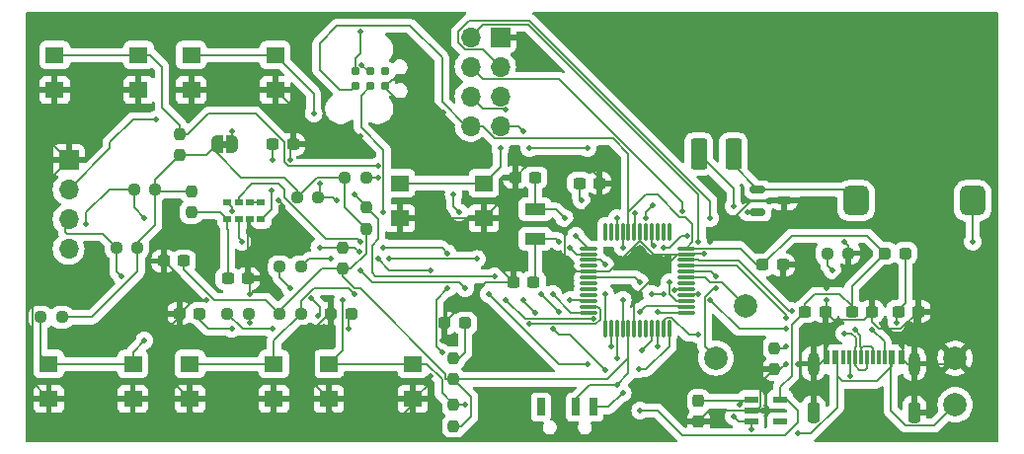
<source format=gtl>
G04 #@! TF.GenerationSoftware,KiCad,Pcbnew,8.0.1*
G04 #@! TF.CreationDate,2024-04-26T15:43:04-05:00*
G04 #@! TF.ProjectId,HCIPCB_ATSAMD21G18_template,48434950-4342-45f4-9154-53414d443231,rev?*
G04 #@! TF.SameCoordinates,Original*
G04 #@! TF.FileFunction,Copper,L1,Top*
G04 #@! TF.FilePolarity,Positive*
%FSLAX46Y46*%
G04 Gerber Fmt 4.6, Leading zero omitted, Abs format (unit mm)*
G04 Created by KiCad (PCBNEW 8.0.1) date 2024-04-26 15:43:04*
%MOMM*%
%LPD*%
G01*
G04 APERTURE LIST*
G04 Aperture macros list*
%AMRoundRect*
0 Rectangle with rounded corners*
0 $1 Rounding radius*
0 $2 $3 $4 $5 $6 $7 $8 $9 X,Y pos of 4 corners*
0 Add a 4 corners polygon primitive as box body*
4,1,4,$2,$3,$4,$5,$6,$7,$8,$9,$2,$3,0*
0 Add four circle primitives for the rounded corners*
1,1,$1+$1,$2,$3*
1,1,$1+$1,$4,$5*
1,1,$1+$1,$6,$7*
1,1,$1+$1,$8,$9*
0 Add four rect primitives between the rounded corners*
20,1,$1+$1,$2,$3,$4,$5,0*
20,1,$1+$1,$4,$5,$6,$7,0*
20,1,$1+$1,$6,$7,$8,$9,0*
20,1,$1+$1,$8,$9,$2,$3,0*%
%AMFreePoly0*
4,1,19,0.500000,-0.750000,0.000000,-0.750000,0.000000,-0.744911,-0.071157,-0.744911,-0.207708,-0.704816,-0.327430,-0.627875,-0.420627,-0.520320,-0.479746,-0.390866,-0.500000,-0.250000,-0.500000,0.250000,-0.479746,0.390866,-0.420627,0.520320,-0.327430,0.627875,-0.207708,0.704816,-0.071157,0.744911,0.000000,0.744911,0.000000,0.750000,0.500000,0.750000,0.500000,-0.750000,0.500000,-0.750000,
$1*%
%AMFreePoly1*
4,1,19,0.000000,0.744911,0.071157,0.744911,0.207708,0.704816,0.327430,0.627875,0.420627,0.520320,0.479746,0.390866,0.500000,0.250000,0.500000,-0.250000,0.479746,-0.390866,0.420627,-0.520320,0.327430,-0.627875,0.207708,-0.704816,0.071157,-0.744911,0.000000,-0.744911,0.000000,-0.750000,-0.500000,-0.750000,-0.500000,0.750000,0.000000,0.750000,0.000000,0.744911,0.000000,0.744911,
$1*%
G04 Aperture macros list end*
G04 #@! TA.AperFunction,EtchedComponent*
%ADD10C,0.000000*%
G04 #@! TD*
G04 #@! TA.AperFunction,SMDPad,CuDef*
%ADD11R,0.700000X1.500000*%
G04 #@! TD*
G04 #@! TA.AperFunction,SMDPad,CuDef*
%ADD12RoundRect,0.237500X-0.287500X-0.237500X0.287500X-0.237500X0.287500X0.237500X-0.287500X0.237500X0*%
G04 #@! TD*
G04 #@! TA.AperFunction,SMDPad,CuDef*
%ADD13RoundRect,0.237500X-0.300000X-0.237500X0.300000X-0.237500X0.300000X0.237500X-0.300000X0.237500X0*%
G04 #@! TD*
G04 #@! TA.AperFunction,SMDPad,CuDef*
%ADD14RoundRect,0.237500X-0.250000X-0.237500X0.250000X-0.237500X0.250000X0.237500X-0.250000X0.237500X0*%
G04 #@! TD*
G04 #@! TA.AperFunction,SMDPad,CuDef*
%ADD15RoundRect,0.237500X0.237500X-0.250000X0.237500X0.250000X-0.237500X0.250000X-0.237500X-0.250000X0*%
G04 #@! TD*
G04 #@! TA.AperFunction,SMDPad,CuDef*
%ADD16R,0.720000X0.600000*%
G04 #@! TD*
G04 #@! TA.AperFunction,SMDPad,CuDef*
%ADD17RoundRect,0.237500X0.250000X0.237500X-0.250000X0.237500X-0.250000X-0.237500X0.250000X-0.237500X0*%
G04 #@! TD*
G04 #@! TA.AperFunction,ComponentPad*
%ADD18R,1.700000X1.700000*%
G04 #@! TD*
G04 #@! TA.AperFunction,ComponentPad*
%ADD19O,1.700000X1.700000*%
G04 #@! TD*
G04 #@! TA.AperFunction,SMDPad,CuDef*
%ADD20C,2.000000*%
G04 #@! TD*
G04 #@! TA.AperFunction,SMDPad,CuDef*
%ADD21RoundRect,0.237500X0.237500X-0.300000X0.237500X0.300000X-0.237500X0.300000X-0.237500X-0.300000X0*%
G04 #@! TD*
G04 #@! TA.AperFunction,SMDPad,CuDef*
%ADD22R,1.600000X1.400000*%
G04 #@! TD*
G04 #@! TA.AperFunction,ConnectorPad*
%ADD23C,0.787400*%
G04 #@! TD*
G04 #@! TA.AperFunction,SMDPad,CuDef*
%ADD24R,1.200000X0.600000*%
G04 #@! TD*
G04 #@! TA.AperFunction,SMDPad,CuDef*
%ADD25RoundRect,0.150000X-0.512500X-0.150000X0.512500X-0.150000X0.512500X0.150000X-0.512500X0.150000X0*%
G04 #@! TD*
G04 #@! TA.AperFunction,SMDPad,CuDef*
%ADD26RoundRect,0.237500X-0.237500X0.250000X-0.237500X-0.250000X0.237500X-0.250000X0.237500X0.250000X0*%
G04 #@! TD*
G04 #@! TA.AperFunction,SMDPad,CuDef*
%ADD27R,1.800000X1.000000*%
G04 #@! TD*
G04 #@! TA.AperFunction,SMDPad,CuDef*
%ADD28RoundRect,0.237500X0.300000X0.237500X-0.300000X0.237500X-0.300000X-0.237500X0.300000X-0.237500X0*%
G04 #@! TD*
G04 #@! TA.AperFunction,SMDPad,CuDef*
%ADD29RoundRect,0.250001X-0.462499X-1.074999X0.462499X-1.074999X0.462499X1.074999X-0.462499X1.074999X0*%
G04 #@! TD*
G04 #@! TA.AperFunction,SMDPad,CuDef*
%ADD30R,0.600000X1.150000*%
G04 #@! TD*
G04 #@! TA.AperFunction,SMDPad,CuDef*
%ADD31R,0.300000X1.150000*%
G04 #@! TD*
G04 #@! TA.AperFunction,ComponentPad*
%ADD32O,1.000000X2.100000*%
G04 #@! TD*
G04 #@! TA.AperFunction,ComponentPad*
%ADD33RoundRect,0.250000X-0.250000X-0.650000X0.250000X-0.650000X0.250000X0.650000X-0.250000X0.650000X0*%
G04 #@! TD*
G04 #@! TA.AperFunction,SMDPad,CuDef*
%ADD34RoundRect,0.075000X-0.662500X-0.075000X0.662500X-0.075000X0.662500X0.075000X-0.662500X0.075000X0*%
G04 #@! TD*
G04 #@! TA.AperFunction,SMDPad,CuDef*
%ADD35RoundRect,0.075000X-0.075000X-0.662500X0.075000X-0.662500X0.075000X0.662500X-0.075000X0.662500X0*%
G04 #@! TD*
G04 #@! TA.AperFunction,SMDPad,CuDef*
%ADD36RoundRect,0.550000X-0.550000X-0.720000X0.550000X-0.720000X0.550000X0.720000X-0.550000X0.720000X0*%
G04 #@! TD*
G04 #@! TA.AperFunction,SMDPad,CuDef*
%ADD37FreePoly0,0.000000*%
G04 #@! TD*
G04 #@! TA.AperFunction,SMDPad,CuDef*
%ADD38FreePoly1,0.000000*%
G04 #@! TD*
G04 #@! TA.AperFunction,ViaPad*
%ADD39C,0.500000*%
G04 #@! TD*
G04 #@! TA.AperFunction,Conductor*
%ADD40C,0.200000*%
G04 #@! TD*
G04 #@! TA.AperFunction,Conductor*
%ADD41C,0.152400*%
G04 #@! TD*
G04 APERTURE END LIST*
D10*
G04 #@! TA.AperFunction,EtchedComponent*
G36*
X108100000Y-87475000D02*
G01*
X107600000Y-87475000D01*
X107600000Y-86875000D01*
X108100000Y-86875000D01*
X108100000Y-87475000D01*
G37*
G04 #@! TD.AperFunction*
D11*
X135000000Y-109696335D03*
X138000000Y-109696335D03*
X139500000Y-109696335D03*
D12*
X126750000Y-102500000D03*
X128500000Y-102500000D03*
D13*
X138275000Y-90500000D03*
X140000000Y-90500000D03*
D14*
X114087500Y-91675000D03*
X115912500Y-91675000D03*
D13*
X161637500Y-101500000D03*
X163362500Y-101500000D03*
D14*
X100087500Y-91000000D03*
X101912500Y-91000000D03*
D15*
X127500000Y-107325000D03*
X127500000Y-105500000D03*
D16*
X108090000Y-92175000D03*
X109060000Y-92175000D03*
X110030000Y-92175000D03*
X111000000Y-92175000D03*
X111000000Y-93575000D03*
X110030000Y-93575000D03*
X109060000Y-93575000D03*
X108090000Y-93575000D03*
D17*
X93912500Y-102000000D03*
X92087500Y-102000000D03*
D14*
X112587500Y-101675000D03*
X114412500Y-101675000D03*
D15*
X120000000Y-94412500D03*
X120000000Y-92587500D03*
D13*
X112000000Y-87175000D03*
X113725000Y-87175000D03*
D15*
X105000000Y-93000000D03*
X105000000Y-91175000D03*
D18*
X131500000Y-77960000D03*
D19*
X128960000Y-77960000D03*
X131500000Y-80500000D03*
X128960000Y-80500000D03*
X131500000Y-83040000D03*
X128960000Y-83040000D03*
X131500000Y-85580000D03*
X128960000Y-85580000D03*
D20*
X152500000Y-101000000D03*
D17*
X114412500Y-97675000D03*
X112587500Y-97675000D03*
D21*
X148500000Y-110912500D03*
X148500000Y-109187500D03*
D14*
X118175000Y-90000000D03*
X120000000Y-90000000D03*
D13*
X157637500Y-101500000D03*
X159362500Y-101500000D03*
D22*
X93300000Y-79500000D03*
X100500000Y-79500000D03*
X93300000Y-82500000D03*
X100500000Y-82500000D03*
D14*
X98587500Y-96000000D03*
X100412500Y-96000000D03*
D13*
X108137500Y-98675000D03*
X109862500Y-98675000D03*
D20*
X170500000Y-109500000D03*
D23*
X119095000Y-82175000D03*
X119095000Y-80905000D03*
X120365000Y-82175000D03*
X120365000Y-80905000D03*
X121635000Y-82175000D03*
X121635000Y-80905000D03*
D24*
X153000000Y-109050000D03*
X153000000Y-110000000D03*
X153000000Y-110950000D03*
X155500000Y-110950000D03*
X155500000Y-109050000D03*
D25*
X153587500Y-91050000D03*
X153587500Y-92950000D03*
X155862500Y-92000000D03*
D26*
X155000000Y-104637500D03*
X155000000Y-106462500D03*
D18*
X94500000Y-88500000D03*
D19*
X94500000Y-91040000D03*
X94500000Y-93580000D03*
X94500000Y-96120000D03*
D22*
X122900000Y-90500000D03*
X130100000Y-90500000D03*
X122900000Y-93500000D03*
X130100000Y-93500000D03*
D13*
X165637500Y-101500000D03*
X167362500Y-101500000D03*
D27*
X134500000Y-95250000D03*
X134500000Y-92750000D03*
D28*
X134362500Y-99000000D03*
X132637500Y-99000000D03*
D22*
X92800000Y-106000000D03*
X100000000Y-106000000D03*
X92800000Y-109000000D03*
X100000000Y-109000000D03*
D29*
X148512500Y-88000000D03*
X151487500Y-88000000D03*
D30*
X159480000Y-105407500D03*
X160280000Y-105407500D03*
D31*
X161430000Y-105407500D03*
X162430000Y-105407500D03*
X162930000Y-105407500D03*
X163930000Y-105407500D03*
D30*
X165880000Y-105407500D03*
X165080000Y-105407500D03*
D31*
X164430000Y-105407500D03*
X163430000Y-105407500D03*
X161930000Y-105407500D03*
X160930000Y-105407500D03*
D32*
X158360000Y-105982500D03*
X167000000Y-105982500D03*
D33*
X158360000Y-110162500D03*
X167000000Y-110162500D03*
D34*
X139087500Y-96087500D03*
X139087500Y-96587500D03*
X139087500Y-97087500D03*
X139087500Y-97587500D03*
X139087500Y-98087500D03*
X139087500Y-98587500D03*
X139087500Y-99087500D03*
X139087500Y-99587500D03*
X139087500Y-100087500D03*
X139087500Y-100587500D03*
X139087500Y-101087500D03*
X139087500Y-101587500D03*
D35*
X140500000Y-103000000D03*
X141000000Y-103000000D03*
X141500000Y-103000000D03*
X142000000Y-103000000D03*
X142500000Y-103000000D03*
X143000000Y-103000000D03*
X143500000Y-103000000D03*
X144000000Y-103000000D03*
X144500000Y-103000000D03*
X145000000Y-103000000D03*
X145500000Y-103000000D03*
X146000000Y-103000000D03*
D34*
X147412500Y-101587500D03*
X147412500Y-101087500D03*
X147412500Y-100587500D03*
X147412500Y-100087500D03*
X147412500Y-99587500D03*
X147412500Y-99087500D03*
X147412500Y-98587500D03*
X147412500Y-98087500D03*
X147412500Y-97587500D03*
X147412500Y-97087500D03*
X147412500Y-96587500D03*
X147412500Y-96087500D03*
D35*
X146000000Y-94675000D03*
X145500000Y-94675000D03*
X145000000Y-94675000D03*
X144500000Y-94675000D03*
X144000000Y-94675000D03*
X143500000Y-94675000D03*
X143000000Y-94675000D03*
X142500000Y-94675000D03*
X142000000Y-94675000D03*
X141500000Y-94675000D03*
X141000000Y-94675000D03*
X140500000Y-94675000D03*
D12*
X104000000Y-101675000D03*
X105750000Y-101675000D03*
D22*
X104900000Y-106000000D03*
X112100000Y-106000000D03*
X104900000Y-109000000D03*
X112100000Y-109000000D03*
D13*
X154000000Y-97500000D03*
X155725000Y-97500000D03*
D15*
X118000000Y-97825000D03*
X118000000Y-96000000D03*
D20*
X150000000Y-105500000D03*
D15*
X127500000Y-111325000D03*
X127500000Y-109500000D03*
X104000000Y-88087500D03*
X104000000Y-86262500D03*
D20*
X170500000Y-105500000D03*
D36*
X172000000Y-92000000D03*
X162000000Y-92000000D03*
D37*
X107200000Y-87175000D03*
D38*
X108500000Y-87175000D03*
D12*
X164487500Y-96500000D03*
X166237500Y-96500000D03*
X117000000Y-101675000D03*
X118750000Y-101675000D03*
D28*
X104362500Y-97175000D03*
X102637500Y-97175000D03*
D22*
X105000000Y-79500000D03*
X112200000Y-79500000D03*
X105000000Y-82500000D03*
X112200000Y-82500000D03*
D14*
X159537500Y-96500000D03*
X161362500Y-96500000D03*
D22*
X116800000Y-106000000D03*
X124000000Y-106000000D03*
X116800000Y-109000000D03*
X124000000Y-109000000D03*
D28*
X134500000Y-90000000D03*
X132775000Y-90000000D03*
D14*
X108087500Y-101675000D03*
X109912500Y-101675000D03*
D39*
X138500000Y-92000000D03*
X143087290Y-93087290D03*
X159500000Y-99500000D03*
X157000000Y-106000000D03*
X156000000Y-106000000D03*
X112500000Y-92000000D03*
X106336550Y-100511130D03*
X126587290Y-84412710D03*
X126500000Y-104000000D03*
X157000000Y-92000000D03*
X149000000Y-96564500D03*
X113500000Y-88500000D03*
X119500000Y-86500000D03*
X161000000Y-95500000D03*
X110000000Y-100000000D03*
X123000000Y-85000000D03*
X125500000Y-107000000D03*
X149500000Y-95500000D03*
X159500000Y-100500000D03*
X137000000Y-93500000D03*
X138000000Y-95000000D03*
X153000000Y-111623000D03*
X157000000Y-111950000D03*
X152000000Y-109500000D03*
X151500000Y-110500000D03*
X144500000Y-100000000D03*
X149500000Y-100500000D03*
X145500000Y-100000000D03*
X143500000Y-99000000D03*
X165500000Y-102500000D03*
X156000000Y-103000000D03*
X136500000Y-95500000D03*
X137500000Y-96000000D03*
X151500000Y-92500000D03*
X141500000Y-107802000D03*
X143500000Y-110000000D03*
X111912710Y-91087290D03*
X112000000Y-88500000D03*
X118500000Y-103000000D03*
X113500000Y-99500000D03*
X115293645Y-100380935D03*
X115912710Y-101912710D03*
X108500000Y-103000000D03*
X110000000Y-102500000D03*
X161500000Y-107000000D03*
X156000000Y-104500000D03*
X156541096Y-101475410D03*
X161921593Y-103078407D03*
X161000000Y-103372999D03*
X155975410Y-102041096D03*
X160000000Y-98000000D03*
X163412710Y-103087290D03*
X142000000Y-96000000D03*
X119639969Y-80360031D03*
X128500000Y-109500000D03*
X144631041Y-95868959D03*
X118000000Y-100500000D03*
X121500000Y-93000000D03*
X141500000Y-93500000D03*
X119500000Y-77500000D03*
X140500000Y-97500000D03*
X152674580Y-93000000D03*
X144000000Y-93500000D03*
X144587290Y-92412710D03*
X172000000Y-95500000D03*
X142000000Y-108500000D03*
X145000000Y-101500000D03*
X99000000Y-98500000D03*
X119500000Y-98000000D03*
X128500000Y-99500000D03*
X101000000Y-93500000D03*
X132000000Y-100500000D03*
X139493441Y-102114499D03*
X96000000Y-94000000D03*
X143500000Y-101500000D03*
X133500000Y-86000000D03*
X139000000Y-87500000D03*
X134000000Y-87500000D03*
X146000000Y-99000000D03*
X148500000Y-95500000D03*
X148500000Y-100000000D03*
X122900000Y-90500000D03*
X131500000Y-87500000D03*
X121000000Y-90000000D03*
X131969555Y-84173602D03*
X122000000Y-97000000D03*
X137500000Y-100500000D03*
X129500000Y-97000000D03*
X117000000Y-97000000D03*
X112000000Y-103000000D03*
X134000000Y-102591499D03*
X127500000Y-91500000D03*
X121000000Y-89000000D03*
X128000000Y-93000000D03*
X136000000Y-100000000D03*
X139000000Y-106000000D03*
X141500000Y-105500000D03*
X119000000Y-100000000D03*
X130500000Y-100000000D03*
X140500000Y-100000000D03*
X115500000Y-84500000D03*
X117500000Y-92000000D03*
X116000000Y-90500000D03*
X141000000Y-104500000D03*
X101000000Y-104000000D03*
X121000000Y-97000000D03*
X116000000Y-96000000D03*
X119412710Y-96412710D03*
X126500000Y-105000000D03*
X125500000Y-98000000D03*
X109385500Y-95500000D03*
X143662710Y-104837290D03*
X127000000Y-99500000D03*
X121500000Y-96000000D03*
X127000000Y-96500000D03*
X119500000Y-95500000D03*
X143348176Y-106477242D03*
X140500000Y-106500000D03*
X133500000Y-100500000D03*
X134500000Y-101637499D03*
X136000000Y-103000000D03*
X148500000Y-103500000D03*
X131000000Y-98500000D03*
X135000000Y-100000000D03*
X145000000Y-104500000D03*
X136500000Y-101500000D03*
X119000000Y-91500000D03*
X108484792Y-92899607D03*
X102000000Y-85000000D03*
X108500000Y-86000000D03*
X142000000Y-100500000D03*
X147500000Y-95000000D03*
X145500000Y-96000000D03*
X149500000Y-93500000D03*
X150000000Y-99500000D03*
X150000000Y-98500000D03*
X147087290Y-92912710D03*
X146477000Y-99652239D03*
D40*
X143087290Y-93087290D02*
X143087290Y-94587710D01*
X138275000Y-90500000D02*
X138275000Y-91775000D01*
X138275000Y-91775000D02*
X138500000Y-92000000D01*
X143087290Y-94587710D02*
X143000000Y-94675000D01*
X170017500Y-105982500D02*
X170500000Y-105500000D01*
X155725000Y-97500000D02*
X157500000Y-97500000D01*
X100500000Y-82500000D02*
X93300000Y-82500000D01*
X153500000Y-110000000D02*
X153827000Y-109673000D01*
X139000000Y-89000000D02*
X133775000Y-89000000D01*
X106000000Y-111000000D02*
X111000000Y-111000000D01*
X143000000Y-100262501D02*
X143000000Y-103000000D01*
X167000000Y-105982500D02*
X166455000Y-105982500D01*
X161362500Y-96500000D02*
X161362500Y-95862500D01*
X113500000Y-88500000D02*
X113500000Y-87400000D01*
X163362500Y-101500000D02*
X162660500Y-102202000D01*
X126500000Y-104000000D02*
X126500000Y-102750000D01*
X112200000Y-82500000D02*
X105000000Y-82500000D01*
X102500000Y-103500000D02*
X104000000Y-102000000D01*
X106336550Y-100511130D02*
X105163870Y-100511130D01*
X92800000Y-110300000D02*
X93500000Y-111000000D01*
X115500000Y-103000000D02*
X116825000Y-101675000D01*
X116825000Y-101675000D02*
X117000000Y-101675000D01*
X163362500Y-102362500D02*
X163362500Y-101500000D01*
X158342500Y-106000000D02*
X158360000Y-105982500D01*
X99500000Y-111000000D02*
X100000000Y-110500000D01*
X143500000Y-95412499D02*
X144675001Y-96587500D01*
X123772580Y-81598000D02*
X126587290Y-84412710D01*
X159500000Y-101362500D02*
X159362500Y-101500000D01*
X124100000Y-109000000D02*
X125500000Y-107600000D01*
X149412500Y-110000000D02*
X153000000Y-110000000D01*
X110955000Y-95000000D02*
X112000000Y-95000000D01*
X143500000Y-94675000D02*
X143500000Y-95412499D01*
X140824999Y-98087500D02*
X143500000Y-95412499D01*
X91373000Y-107573000D02*
X92800000Y-109000000D01*
X93300000Y-82500000D02*
X93300000Y-87300000D01*
X130100000Y-96462500D02*
X132637500Y-99000000D01*
X113725000Y-84025000D02*
X112200000Y-82500000D01*
X116800000Y-109000000D02*
X116800000Y-109800000D01*
X102500000Y-106600000D02*
X102500000Y-103500000D01*
X132637500Y-99000000D02*
X130250000Y-99000000D01*
X140000000Y-91500000D02*
X137000000Y-94500000D01*
X124000000Y-109500000D02*
X124000000Y-109000000D01*
X161362500Y-97637500D02*
X161362500Y-96500000D01*
X112100000Y-109900000D02*
X112100000Y-109000000D01*
X166455000Y-105982500D02*
X165880000Y-105407500D01*
X104900000Y-109000000D02*
X104900000Y-109900000D01*
X118420411Y-86500000D02*
X119500000Y-86500000D01*
X104900000Y-109000000D02*
X102500000Y-106600000D01*
X110000000Y-98812500D02*
X109862500Y-98675000D01*
X157500000Y-97500000D02*
X159500000Y-99500000D01*
X149000000Y-96564500D02*
X147435500Y-96564500D01*
X92800000Y-109000000D02*
X92800000Y-110300000D01*
X126500000Y-102750000D02*
X126750000Y-102500000D01*
X110000000Y-100000000D02*
X110000000Y-98812500D01*
X153000000Y-92000000D02*
X149500000Y-95500000D01*
X91373000Y-91627000D02*
X91373000Y-107573000D01*
X146675001Y-96587500D02*
X143000000Y-100262501D01*
X139087500Y-98087500D02*
X140824999Y-98087500D01*
X113500000Y-87400000D02*
X113725000Y-87175000D01*
X159480000Y-101617500D02*
X159362500Y-101500000D01*
X160064500Y-102202000D02*
X159362500Y-101500000D01*
X137000000Y-94500000D02*
X137000000Y-97000000D01*
X159500000Y-99500000D02*
X161362500Y-97637500D01*
X102637500Y-97175000D02*
X105973630Y-100511130D01*
X158360000Y-105982500D02*
X158905000Y-105982500D01*
X100000000Y-110500000D02*
X100000000Y-109000000D01*
X113000000Y-92500000D02*
X112500000Y-92000000D01*
X153827000Y-107635500D02*
X155000000Y-106462500D01*
X105973630Y-100511130D02*
X106336550Y-100511130D01*
X132775000Y-90825000D02*
X130100000Y-93500000D01*
X100000000Y-109000000D02*
X104900000Y-109000000D01*
X122212000Y-81598000D02*
X123772580Y-81598000D01*
X123000000Y-83705013D02*
X121635000Y-82340013D01*
X164000000Y-103000000D02*
X163362500Y-102362500D01*
X113725000Y-87175000D02*
X113725000Y-84025000D01*
X147435500Y-96564500D02*
X147412500Y-96587500D01*
X132775000Y-90000000D02*
X132775000Y-90825000D01*
X116800000Y-109000000D02*
X115500000Y-107700000D01*
X112000000Y-95000000D02*
X113000000Y-94000000D01*
X130100000Y-93500000D02*
X122900000Y-93500000D01*
X109862500Y-93742500D02*
X110030000Y-93575000D01*
X165862500Y-103000000D02*
X164000000Y-103000000D01*
X113000000Y-94000000D02*
X113000000Y-92500000D01*
X140000000Y-90500000D02*
X140000000Y-91500000D01*
X159500000Y-100500000D02*
X159500000Y-101362500D01*
X155862500Y-92000000D02*
X153000000Y-92000000D01*
X155537500Y-106462500D02*
X156000000Y-106000000D01*
X158905000Y-105982500D02*
X159480000Y-105407500D01*
X130250000Y-99000000D02*
X126750000Y-102500000D01*
X112200000Y-82500000D02*
X116200000Y-86500000D01*
X140000000Y-90000000D02*
X139000000Y-89000000D01*
X148500000Y-110912500D02*
X149412500Y-110000000D01*
X147412500Y-96587500D02*
X146675001Y-96587500D01*
X167000000Y-105982500D02*
X167000000Y-101862500D01*
X162660500Y-102202000D02*
X160064500Y-102202000D01*
X122500000Y-111000000D02*
X124000000Y-109500000D01*
X94500000Y-88500000D02*
X91373000Y-91627000D01*
X153827000Y-109673000D02*
X153827000Y-107635500D01*
X110030000Y-93575000D02*
X110030000Y-94075000D01*
X137000000Y-97000000D02*
X138087500Y-98087500D01*
X123000000Y-85000000D02*
X123000000Y-83705013D01*
X133775000Y-89000000D02*
X132775000Y-90000000D01*
X158360000Y-105982500D02*
X158360000Y-110162500D01*
X110030000Y-94075000D02*
X110955000Y-95000000D01*
X93300000Y-87300000D02*
X94500000Y-88500000D01*
X167000000Y-101862500D02*
X167362500Y-101500000D01*
X116800000Y-109800000D02*
X118000000Y-111000000D01*
X144675001Y-96587500D02*
X147412500Y-96587500D01*
X115500000Y-107700000D02*
X115500000Y-103000000D01*
X124000000Y-109000000D02*
X124100000Y-109000000D01*
X118000000Y-111000000D02*
X122500000Y-111000000D01*
X140000000Y-90500000D02*
X140000000Y-90000000D01*
X112100000Y-109000000D02*
X116800000Y-109000000D01*
X159480000Y-105407500D02*
X159480000Y-101617500D01*
X121635000Y-82340013D02*
X121635000Y-82175000D01*
X93500000Y-111000000D02*
X99500000Y-111000000D01*
X105163870Y-100511130D02*
X104000000Y-101675000D01*
X104000000Y-102000000D02*
X104000000Y-101675000D01*
X130100000Y-93500000D02*
X130100000Y-96462500D01*
X138087500Y-98087500D02*
X139087500Y-98087500D01*
X125500000Y-107600000D02*
X125500000Y-107000000D01*
X157000000Y-106000000D02*
X158342500Y-106000000D01*
X121635000Y-82175000D02*
X122212000Y-81598000D01*
X167000000Y-110162500D02*
X167000000Y-105982500D01*
X167362500Y-101500000D02*
X165862500Y-103000000D01*
X116200000Y-86500000D02*
X118420411Y-86500000D01*
X155000000Y-106462500D02*
X155537500Y-106462500D01*
X167000000Y-105982500D02*
X170017500Y-105982500D01*
X104900000Y-109900000D02*
X106000000Y-111000000D01*
X109862500Y-98675000D02*
X109862500Y-93742500D01*
X153000000Y-110000000D02*
X153500000Y-110000000D01*
X111000000Y-111000000D02*
X112100000Y-109900000D01*
X161362500Y-95862500D02*
X161000000Y-95500000D01*
X157000000Y-92000000D02*
X155862500Y-92000000D01*
X136250000Y-92750000D02*
X137000000Y-93500000D01*
X134500000Y-92750000D02*
X136250000Y-92750000D01*
X134500000Y-90000000D02*
X134500000Y-92750000D01*
X138000000Y-95000000D02*
X139087500Y-96087500D01*
X160280000Y-105407500D02*
X160365000Y-105492500D01*
X165080000Y-106182500D02*
X163762500Y-107500000D01*
X152450000Y-109050000D02*
X153000000Y-109050000D01*
X164995000Y-109995000D02*
X166289500Y-111289500D01*
X165080000Y-105407500D02*
X164995000Y-105492500D01*
X160365000Y-105492500D02*
X160365000Y-107000000D01*
X166289500Y-111289500D02*
X168710500Y-111289500D01*
X164995000Y-105492500D02*
X164995000Y-109995000D01*
X163762500Y-107500000D02*
X160865000Y-107500000D01*
X160365000Y-107000000D02*
X160365000Y-109739006D01*
X160865000Y-107500000D02*
X160365000Y-107000000D01*
X148500000Y-109187500D02*
X152862500Y-109187500D01*
X152000000Y-109500000D02*
X152450000Y-109050000D01*
X151950000Y-110950000D02*
X151500000Y-110500000D01*
X158154006Y-111950000D02*
X157000000Y-111950000D01*
X153000000Y-110950000D02*
X151950000Y-110950000D01*
X168710500Y-111289500D02*
X170500000Y-109500000D01*
X153000000Y-111623000D02*
X153000000Y-110950000D01*
X165080000Y-105407500D02*
X165080000Y-106182500D01*
X160365000Y-109739006D02*
X158154006Y-111950000D01*
X152862500Y-109187500D02*
X153000000Y-109050000D01*
X165500000Y-101637500D02*
X165637500Y-101500000D01*
X143087500Y-98587500D02*
X143500000Y-99000000D01*
X152000000Y-103000000D02*
X156000000Y-103000000D01*
X165637500Y-101500000D02*
X165637500Y-101362500D01*
X139087500Y-98587500D02*
X143087500Y-98587500D01*
X149500000Y-100500000D02*
X152000000Y-103000000D01*
X166237500Y-100762500D02*
X166237500Y-96500000D01*
X165637500Y-101362500D02*
X166237500Y-100762500D01*
X144500000Y-100000000D02*
X145500000Y-100000000D01*
X165500000Y-102500000D02*
X165500000Y-101637500D01*
X134500000Y-95250000D02*
X136250000Y-95250000D01*
X134500000Y-95250000D02*
X134500000Y-98862500D01*
X138087500Y-96587500D02*
X139087500Y-96587500D01*
X134500000Y-98862500D02*
X134362500Y-99000000D01*
X137500000Y-96000000D02*
X138087500Y-96587500D01*
X136250000Y-95250000D02*
X136500000Y-95500000D01*
X102087500Y-91175000D02*
X101912500Y-91000000D01*
X114087500Y-91087500D02*
X114087500Y-91675000D01*
X129000000Y-110500000D02*
X129000000Y-108825000D01*
X157637500Y-101500000D02*
X157637500Y-100862500D01*
X142500000Y-94675000D02*
X142500000Y-88000000D01*
X147100000Y-112100000D02*
X145000000Y-110000000D01*
X107200000Y-87930000D02*
X109270000Y-90000000D01*
X107000000Y-100500000D02*
X104362500Y-97862500D01*
X156500000Y-102637500D02*
X157637500Y-101500000D01*
X153500000Y-97500000D02*
X152087500Y-96087500D01*
X126827000Y-106873000D02*
X119477000Y-99523000D01*
X156500000Y-107000000D02*
X156500000Y-102637500D01*
X145000000Y-91500000D02*
X144000000Y-91500000D01*
X100412500Y-96000000D02*
X100412500Y-95587500D01*
X142500000Y-93000000D02*
X142500000Y-94675000D01*
X160568750Y-100000000D02*
X161637500Y-101068750D01*
X141157000Y-86657000D02*
X131053891Y-86657000D01*
X116000000Y-80769013D02*
X117730987Y-82500000D01*
X151500000Y-92500000D02*
X151500000Y-90987500D01*
X104362500Y-97862500D02*
X104362500Y-97175000D01*
X161637500Y-101068750D02*
X161637500Y-101500000D01*
X157000000Y-111000000D02*
X155900000Y-112100000D01*
X114087500Y-91675000D02*
X115762500Y-90000000D01*
X120000000Y-96500000D02*
X118675000Y-97825000D01*
X101912500Y-91000000D02*
X101912500Y-90175000D01*
X141500000Y-107802000D02*
X142500000Y-106802000D01*
X106287500Y-88087500D02*
X107200000Y-87175000D01*
X152087500Y-96087500D02*
X147412500Y-96087500D01*
X154000000Y-97500000D02*
X156500000Y-95000000D01*
X157000000Y-110000000D02*
X157000000Y-111000000D01*
X147389710Y-93389710D02*
X146889710Y-93389710D01*
X100412500Y-95587500D02*
X101912500Y-94087500D01*
X141500000Y-107802000D02*
X139198000Y-107802000D01*
X117730987Y-82500000D02*
X118770000Y-82500000D01*
X100412500Y-98087500D02*
X100412500Y-96000000D01*
X126500000Y-83500000D02*
X126500000Y-79733570D01*
X127500000Y-107325000D02*
X126827000Y-107325000D01*
X157637500Y-100862500D02*
X158500000Y-100000000D01*
X126827000Y-107325000D02*
X126827000Y-106873000D01*
X123766430Y-77000000D02*
X117500000Y-77000000D01*
X116000000Y-78500000D02*
X116000000Y-80769013D01*
X129000000Y-108825000D02*
X127500000Y-107325000D01*
X119477000Y-99523000D02*
X119023000Y-99523000D01*
X109270000Y-90000000D02*
X113000000Y-90000000D01*
X156050000Y-109050000D02*
X157000000Y-110000000D01*
X127500000Y-107325000D02*
X127175000Y-107325000D01*
X112587500Y-101412500D02*
X112587500Y-101675000D01*
X151500000Y-90987500D02*
X148512500Y-88000000D01*
X128175000Y-111325000D02*
X129000000Y-110500000D01*
X142500000Y-105500000D02*
X142500000Y-103000000D01*
X161637500Y-99350000D02*
X164487500Y-96500000D01*
X120000000Y-94412500D02*
X120000000Y-96500000D01*
X101912500Y-94087500D02*
X101912500Y-91000000D01*
X118675000Y-97825000D02*
X118000000Y-97825000D01*
X118000000Y-98500000D02*
X118000000Y-97825000D01*
X155500000Y-109050000D02*
X156050000Y-109050000D01*
X155900000Y-112100000D02*
X147100000Y-112100000D01*
X138000000Y-109000000D02*
X138000000Y-109696335D01*
X118770000Y-82500000D02*
X119095000Y-82175000D01*
X162987500Y-95000000D02*
X164487500Y-96500000D01*
X101912500Y-90175000D02*
X104000000Y-88087500D01*
X119023000Y-99523000D02*
X118000000Y-98500000D01*
X127500000Y-107325000D02*
X140675000Y-107325000D01*
X155500000Y-108000000D02*
X156500000Y-107000000D01*
X147412500Y-96087500D02*
X148000000Y-95500000D01*
X148000000Y-95500000D02*
X148000000Y-94000000D01*
X115762500Y-90000000D02*
X118175000Y-90000000D01*
X139198000Y-107802000D02*
X138000000Y-109000000D01*
X142500000Y-88000000D02*
X141157000Y-86657000D01*
X146889710Y-93389710D02*
X145000000Y-91500000D01*
X161637500Y-101500000D02*
X161637500Y-99350000D01*
X142500000Y-106802000D02*
X142500000Y-103000000D01*
X113000000Y-90000000D02*
X114087500Y-91087500D01*
X127500000Y-111325000D02*
X128175000Y-111325000D01*
X104000000Y-88087500D02*
X106287500Y-88087500D01*
X156500000Y-95000000D02*
X162987500Y-95000000D01*
X155500000Y-109050000D02*
X155500000Y-108000000D01*
X93912500Y-102000000D02*
X96500000Y-102000000D01*
X126500000Y-79733570D02*
X123766430Y-77000000D01*
X148000000Y-94000000D02*
X147389710Y-93389710D01*
X154000000Y-97500000D02*
X153500000Y-97500000D01*
X96500000Y-102000000D02*
X100412500Y-98087500D01*
X144000000Y-91500000D02*
X142500000Y-93000000D01*
X140675000Y-107325000D02*
X142500000Y-105500000D01*
X128580000Y-85580000D02*
X126500000Y-83500000D01*
X145000000Y-110000000D02*
X143500000Y-110000000D01*
X112587500Y-101675000D02*
X111412500Y-100500000D01*
X105000000Y-91175000D02*
X102087500Y-91175000D01*
X158500000Y-100000000D02*
X160568750Y-100000000D01*
X118175000Y-90000000D02*
X118175000Y-92587500D01*
X118000000Y-97825000D02*
X116175000Y-97825000D01*
X131053891Y-86657000D02*
X129976891Y-85580000D01*
X116175000Y-97825000D02*
X112587500Y-101412500D01*
X128960000Y-85580000D02*
X128580000Y-85580000D01*
X129976891Y-85580000D02*
X128960000Y-85580000D01*
X117500000Y-77000000D02*
X116000000Y-78500000D01*
X118175000Y-92587500D02*
X120000000Y-94412500D01*
X111412500Y-100500000D02*
X107000000Y-100500000D01*
X107200000Y-87175000D02*
X107200000Y-87930000D01*
X108137500Y-94457500D02*
X108137500Y-98675000D01*
X107515000Y-93000000D02*
X108090000Y-93575000D01*
X105000000Y-93000000D02*
X107515000Y-93000000D01*
X108090000Y-94410000D02*
X108137500Y-94457500D01*
X108090000Y-93575000D02*
X108090000Y-94410000D01*
X111000000Y-93575000D02*
X111060000Y-93575000D01*
X111060000Y-93575000D02*
X111912710Y-92722290D01*
X112000000Y-88500000D02*
X112000000Y-87175000D01*
X111912710Y-92722290D02*
X111912710Y-91087290D01*
X127500000Y-105500000D02*
X128000000Y-105500000D01*
X128500000Y-105000000D02*
X128500000Y-102500000D01*
X128000000Y-105500000D02*
X128500000Y-105000000D01*
X112587500Y-98587500D02*
X113500000Y-99500000D01*
X116000000Y-101087290D02*
X116000000Y-101825420D01*
X116000000Y-101825420D02*
X115912710Y-101912710D01*
X115293645Y-100380935D02*
X116000000Y-101087290D01*
X118500000Y-101925000D02*
X118750000Y-101675000D01*
X118500000Y-103000000D02*
X118500000Y-101925000D01*
X112587500Y-97675000D02*
X112587500Y-98587500D01*
X110000000Y-101762500D02*
X109912500Y-101675000D01*
X110000000Y-102500000D02*
X110000000Y-101762500D01*
X106500000Y-103000000D02*
X107000000Y-103000000D01*
X105750000Y-102250000D02*
X106500000Y-103000000D01*
X107000000Y-103000000D02*
X108500000Y-103000000D01*
X105750000Y-101675000D02*
X105750000Y-102250000D01*
X155862500Y-104637500D02*
X156000000Y-104500000D01*
X155000000Y-104637500D02*
X155862500Y-104637500D01*
X161500000Y-107000000D02*
X161500000Y-105477500D01*
X161500000Y-105477500D02*
X161430000Y-105407500D01*
D41*
X162430000Y-105407500D02*
X162430000Y-104680100D01*
X162430000Y-104680100D02*
X162610100Y-104500000D01*
X162610100Y-104500000D02*
X163249900Y-104500000D01*
X151921669Y-97134300D02*
X156262779Y-101475410D01*
X162383200Y-103540014D02*
X162383200Y-104498199D01*
X156262779Y-101475410D02*
X156541096Y-101475410D01*
X163249900Y-104500000D02*
X163430000Y-104680100D01*
X163430000Y-104680100D02*
X163430000Y-105407500D01*
X162430000Y-104544999D02*
X162430000Y-105407500D01*
X161921593Y-103078407D02*
X162383200Y-103540014D01*
X148565551Y-97134300D02*
X151921669Y-97134300D01*
X148518751Y-97087500D02*
X148565551Y-97134300D01*
X147412500Y-97087500D02*
X148518751Y-97087500D01*
X162383200Y-104498199D02*
X162430000Y-104544999D01*
X148565551Y-97540700D02*
X151753331Y-97540700D01*
X162930000Y-106332500D02*
X162930000Y-105407500D01*
X162762500Y-106500000D02*
X162930000Y-106332500D01*
X161976800Y-104498199D02*
X161930000Y-104544999D01*
X151753331Y-97540700D02*
X155975410Y-101762779D01*
X148518751Y-97587500D02*
X148565551Y-97540700D01*
X161976800Y-103774537D02*
X161976800Y-104498199D01*
X162295100Y-106500000D02*
X162762500Y-106500000D01*
X161930000Y-105407500D02*
X161930000Y-106134900D01*
X147412500Y-97587500D02*
X148518751Y-97587500D01*
X161930000Y-106134900D02*
X162295100Y-106500000D01*
X155975410Y-101762779D02*
X155975410Y-102041096D01*
X161575262Y-103372999D02*
X161976800Y-103774537D01*
X161930000Y-104544999D02*
X161930000Y-105407500D01*
X161000000Y-103372999D02*
X161575262Y-103372999D01*
D40*
X163412710Y-103087290D02*
X164430000Y-104104580D01*
X164430000Y-104104580D02*
X164430000Y-105407500D01*
X159537500Y-97537500D02*
X160000000Y-98000000D01*
X159537500Y-96500000D02*
X159537500Y-97537500D01*
X120184938Y-80905000D02*
X119639969Y-80360031D01*
X142000000Y-96000000D02*
X142000000Y-94675000D01*
X120365000Y-80905000D02*
X120184938Y-80905000D01*
X127500000Y-109500000D02*
X128500000Y-109500000D01*
X126500000Y-108500000D02*
X127500000Y-109500000D01*
X125174580Y-106000000D02*
X126500000Y-107325420D01*
X144631041Y-95868959D02*
X144500000Y-95737918D01*
X121500000Y-87612861D02*
X121500000Y-93000000D01*
X116800000Y-106000000D02*
X117998000Y-104802000D01*
X117998000Y-100502000D02*
X118000000Y-100500000D01*
X120365000Y-82175000D02*
X119562550Y-82977450D01*
X144500000Y-95737918D02*
X144500000Y-94675000D01*
X119562550Y-82977450D02*
X119562550Y-85675411D01*
X116800000Y-106000000D02*
X124000000Y-106000000D01*
X126500000Y-107325420D02*
X126500000Y-108500000D01*
X117998000Y-104802000D02*
X117998000Y-100502000D01*
X119562550Y-85675411D02*
X121500000Y-87612861D01*
X124000000Y-106000000D02*
X125174580Y-106000000D01*
X141500000Y-93500000D02*
X141500000Y-94675000D01*
X119095000Y-80905000D02*
X119095000Y-79762861D01*
X119095000Y-79762861D02*
X119500000Y-79357861D01*
X119500000Y-79357861D02*
X119500000Y-77500000D01*
X153537500Y-93000000D02*
X153587500Y-92950000D01*
X144000000Y-93000000D02*
X144587290Y-92412710D01*
X140087500Y-97087500D02*
X140500000Y-97500000D01*
X152674580Y-93000000D02*
X153537500Y-93000000D01*
X139087500Y-97087500D02*
X140087500Y-97087500D01*
X144000000Y-93500000D02*
X144000000Y-93000000D01*
X140803665Y-109696335D02*
X139500000Y-109696335D01*
X142000000Y-108500000D02*
X140803665Y-109696335D01*
X172000000Y-95500000D02*
X172000000Y-92000000D01*
X94364552Y-94827000D02*
X94173000Y-94635448D01*
X145087500Y-101587500D02*
X147412500Y-101587500D01*
X145000000Y-101500000D02*
X145087500Y-101587500D01*
X98587500Y-96000000D02*
X97414500Y-94827000D01*
X94173000Y-94635448D02*
X94173000Y-93907000D01*
X97414500Y-94827000D02*
X94364552Y-94827000D01*
X98587500Y-98087500D02*
X99000000Y-98500000D01*
X98587500Y-96000000D02*
X98587500Y-98087500D01*
X94173000Y-93907000D02*
X94500000Y-93580000D01*
X100087500Y-92587500D02*
X101000000Y-93500000D01*
X96000000Y-93000000D02*
X96000000Y-94000000D01*
X147348000Y-101023000D02*
X147412500Y-101087500D01*
X98000000Y-91000000D02*
X96000000Y-93000000D01*
X143500000Y-101500000D02*
X143977000Y-101023000D01*
X119500000Y-98000000D02*
X120500000Y-99000000D01*
X100087500Y-91000000D02*
X98000000Y-91000000D01*
X132000000Y-100500000D02*
X133614499Y-102114499D01*
X143977000Y-101023000D02*
X147348000Y-101023000D01*
X120500000Y-99000000D02*
X128000000Y-99000000D01*
X100087500Y-91000000D02*
X100087500Y-92587500D01*
X128000000Y-99000000D02*
X128500000Y-99500000D01*
X133614499Y-102114499D02*
X139493441Y-102114499D01*
X146000000Y-99000000D02*
X146000000Y-100000000D01*
X133500000Y-86000000D02*
X133080000Y-85580000D01*
X134000000Y-87500000D02*
X139000000Y-87500000D01*
X133960000Y-87500000D02*
X134000000Y-87500000D01*
X133080000Y-85580000D02*
X131500000Y-85580000D01*
X146587500Y-100587500D02*
X147412500Y-100587500D01*
X146000000Y-100000000D02*
X146587500Y-100587500D01*
X148500000Y-91500000D02*
X133883000Y-76883000D01*
X147500000Y-100000000D02*
X147412500Y-100087500D01*
X133883000Y-76883000D02*
X130037000Y-76883000D01*
X148500000Y-100000000D02*
X147500000Y-100000000D01*
X148500000Y-95500000D02*
X148500000Y-91500000D01*
X130037000Y-76883000D02*
X128960000Y-77960000D01*
X131969555Y-84173602D02*
X131969555Y-84140446D01*
X120000000Y-90000000D02*
X121000000Y-90000000D01*
X131946109Y-84117000D02*
X130037000Y-84117000D01*
X130100000Y-90500000D02*
X131500000Y-89100000D01*
X131500000Y-87500000D02*
X131500000Y-89100000D01*
X122900000Y-90500000D02*
X130100000Y-90500000D01*
X131969555Y-84140446D02*
X131946109Y-84117000D01*
X130037000Y-84117000D02*
X128960000Y-83040000D01*
X139000000Y-100500000D02*
X139087500Y-100587500D01*
X122000000Y-97000000D02*
X129500000Y-97000000D01*
X114412500Y-97675000D02*
X115087500Y-97000000D01*
X137500000Y-100500000D02*
X139000000Y-100500000D01*
X115087500Y-97000000D02*
X117000000Y-97000000D01*
X134000000Y-102591499D02*
X134068499Y-102523000D01*
X109412500Y-103000000D02*
X112000000Y-103000000D01*
X140052000Y-101314501D02*
X139824999Y-101087500D01*
X139227362Y-102523000D02*
X139295861Y-102591499D01*
X134068499Y-102523000D02*
X139227362Y-102523000D01*
X139295861Y-102591499D02*
X139691021Y-102591499D01*
X140052000Y-102230520D02*
X140052000Y-101314501D01*
X139691021Y-102591499D02*
X140052000Y-102230520D01*
X108087500Y-101675000D02*
X109412500Y-103000000D01*
X139824999Y-101087500D02*
X139087500Y-101087500D01*
X113325420Y-89000000D02*
X121000000Y-89000000D01*
X136000000Y-100000000D02*
X137587500Y-101587500D01*
X104000000Y-85500000D02*
X104000000Y-86262500D01*
X102500000Y-80500000D02*
X102500000Y-84000000D01*
X110525982Y-84500000D02*
X112960500Y-86934518D01*
X102500000Y-84000000D02*
X104000000Y-85500000D01*
X104737500Y-86262500D02*
X106500000Y-84500000D01*
X112960500Y-88635080D02*
X113325420Y-89000000D01*
X104000000Y-86262500D02*
X104737500Y-86262500D01*
X108000000Y-84500000D02*
X109500000Y-84500000D01*
X100500000Y-79500000D02*
X101500000Y-79500000D01*
X101500000Y-79500000D02*
X102500000Y-80500000D01*
X112960500Y-86934518D02*
X112960500Y-88635080D01*
X93300000Y-79500000D02*
X100500000Y-79500000D01*
X109500000Y-84500000D02*
X110525982Y-84500000D01*
X127500000Y-92500000D02*
X128000000Y-93000000D01*
X127500000Y-91500000D02*
X127500000Y-92500000D01*
X106500000Y-84500000D02*
X108000000Y-84500000D01*
X137587500Y-101587500D02*
X139087500Y-101587500D01*
X115500000Y-99500000D02*
X118500000Y-99500000D01*
X141500000Y-105500000D02*
X141500000Y-103000000D01*
X104900000Y-106000000D02*
X112100000Y-106000000D01*
X118500000Y-99500000D02*
X119000000Y-100000000D01*
X114412500Y-100587500D02*
X115500000Y-99500000D01*
X114412500Y-101675000D02*
X114412500Y-100587500D01*
X136500000Y-106000000D02*
X139000000Y-106000000D01*
X112100000Y-106000000D02*
X112100000Y-103987500D01*
X130500000Y-100000000D02*
X136500000Y-106000000D01*
X112100000Y-103987500D02*
X114412500Y-101675000D01*
X115500000Y-82800000D02*
X115500000Y-84500000D01*
X116000000Y-91587500D02*
X115912500Y-91675000D01*
X116000000Y-90500000D02*
X116000000Y-91587500D01*
X115912500Y-91675000D02*
X117175000Y-91675000D01*
X105000000Y-79500000D02*
X112200000Y-79500000D01*
X117175000Y-91675000D02*
X117500000Y-92000000D01*
X140500000Y-100000000D02*
X140500000Y-103000000D01*
X112200000Y-79500000D02*
X115500000Y-82800000D01*
X92800000Y-106000000D02*
X100000000Y-106000000D01*
X92087500Y-102000000D02*
X92087500Y-105287500D01*
X141000000Y-104500000D02*
X141000000Y-103000000D01*
X100000000Y-105000000D02*
X101000000Y-104000000D01*
X100000000Y-106000000D02*
X100000000Y-105000000D01*
X92087500Y-105287500D02*
X92800000Y-106000000D01*
X122000000Y-98000000D02*
X125500000Y-98000000D01*
X121000000Y-97000000D02*
X122000000Y-98000000D01*
X118000000Y-96000000D02*
X119000000Y-96000000D01*
X127000000Y-99500000D02*
X125998000Y-100502000D01*
X125998000Y-100502000D02*
X125998000Y-104498000D01*
X109060000Y-93575000D02*
X109060000Y-95174500D01*
X116000000Y-96000000D02*
X118000000Y-96000000D01*
X144500000Y-104000000D02*
X144500000Y-103000000D01*
X109060000Y-95174500D02*
X109385500Y-95500000D01*
X143662710Y-104837290D02*
X144500000Y-104000000D01*
X125998000Y-104498000D02*
X126500000Y-105000000D01*
X119000000Y-96000000D02*
X119412710Y-96412710D01*
X146000000Y-104500000D02*
X146000000Y-103000000D01*
X109060000Y-92175000D02*
X109060000Y-91675000D01*
X116547018Y-95285500D02*
X119285500Y-95285500D01*
X119285500Y-95285500D02*
X119500000Y-95500000D01*
X143348176Y-106477242D02*
X144022758Y-106477242D01*
X113000000Y-91000000D02*
X113000000Y-91738482D01*
X136500000Y-103500000D02*
X137500000Y-103500000D01*
X144022758Y-106477242D02*
X146000000Y-104500000D01*
X133500000Y-100637499D02*
X134500000Y-101637499D01*
X109060000Y-91675000D02*
X110235000Y-90500000D01*
X137500000Y-103500000D02*
X140500000Y-106500000D01*
X121500000Y-96000000D02*
X126500000Y-96000000D01*
X136000000Y-103000000D02*
X136500000Y-103500000D01*
X113000000Y-91738482D02*
X116547018Y-95285500D01*
X112500000Y-90500000D02*
X113000000Y-91000000D01*
X110235000Y-90500000D02*
X112500000Y-90500000D01*
X133500000Y-100500000D02*
X133500000Y-100637499D01*
X126500000Y-96000000D02*
X127000000Y-96500000D01*
X147666670Y-103500000D02*
X146202170Y-102035500D01*
X146202170Y-102035500D02*
X145727001Y-102035500D01*
X145500000Y-102262501D02*
X145500000Y-103000000D01*
X148500000Y-103500000D02*
X147666670Y-103500000D01*
X145727001Y-102035500D02*
X145500000Y-102262501D01*
X120500000Y-95825420D02*
X120500000Y-98174580D01*
X135000000Y-100000000D02*
X135500000Y-100500000D01*
X120000000Y-92500000D02*
X119000000Y-91500000D01*
X121023000Y-93610500D02*
X121023000Y-95302420D01*
X120000000Y-92587500D02*
X121023000Y-93610500D01*
X108484792Y-92569792D02*
X108090000Y-92175000D01*
X120500000Y-98174580D02*
X120825420Y-98500000D01*
X120000000Y-92587500D02*
X120000000Y-92500000D01*
X135500000Y-100500000D02*
X136500000Y-101500000D01*
X120825420Y-98500000D02*
X131000000Y-98500000D01*
X145000000Y-104500000D02*
X145000000Y-103000000D01*
X108484792Y-92899607D02*
X108484792Y-92569792D01*
X121023000Y-95302420D02*
X120500000Y-95825420D01*
X108500000Y-86000000D02*
X108500000Y-87175000D01*
X98023000Y-87517000D02*
X94500000Y-91040000D01*
X100000000Y-85000000D02*
X98023000Y-86977000D01*
X102000000Y-85000000D02*
X100000000Y-85000000D01*
X98023000Y-86977000D02*
X98023000Y-87517000D01*
X111000000Y-92175000D02*
X110030000Y-92175000D01*
X130037000Y-79037000D02*
X128513891Y-79037000D01*
X127883000Y-77513891D02*
X128840891Y-76556000D01*
X128513891Y-79037000D02*
X127883000Y-78406109D01*
X142000000Y-100500000D02*
X142000000Y-103000000D01*
X146000000Y-96000000D02*
X145500000Y-96000000D01*
X147000000Y-95000000D02*
X146000000Y-96000000D01*
X134018448Y-76556000D02*
X149500000Y-92037552D01*
X128840891Y-76556000D02*
X134018448Y-76556000D01*
X147500000Y-95000000D02*
X147000000Y-95000000D01*
X149500000Y-92037552D02*
X149500000Y-93500000D01*
X131500000Y-80500000D02*
X130037000Y-79037000D01*
X127883000Y-78406109D02*
X127883000Y-77513891D01*
X153587500Y-91050000D02*
X161050000Y-91050000D01*
X161050000Y-91050000D02*
X162000000Y-92000000D01*
X151487500Y-88950000D02*
X151487500Y-88000000D01*
X153587500Y-91050000D02*
X151487500Y-88950000D01*
X150500000Y-99000000D02*
X149500000Y-99000000D01*
X149087500Y-98587500D02*
X147412500Y-98587500D01*
X152500000Y-101000000D02*
X150500000Y-99000000D01*
X149500000Y-99000000D02*
X149087500Y-98587500D01*
X149023000Y-100302420D02*
X149023000Y-104523000D01*
X150000000Y-98500000D02*
X149587500Y-98087500D01*
X149023000Y-104523000D02*
X150000000Y-105500000D01*
X149587500Y-98087500D02*
X147412500Y-98087500D01*
X149825420Y-99500000D02*
X149023000Y-100302420D01*
X150000000Y-99500000D02*
X149825420Y-99500000D01*
X147087290Y-92912710D02*
X147087290Y-92124842D01*
X146541739Y-99587500D02*
X146477000Y-99652239D01*
X136539448Y-81577000D02*
X130037000Y-81577000D01*
X147087290Y-92124842D02*
X136539448Y-81577000D01*
X147412500Y-99587500D02*
X146541739Y-99587500D01*
X130037000Y-81577000D02*
X128960000Y-80500000D01*
G04 #@! TA.AperFunction,Conductor*
G36*
X128536720Y-75820185D02*
G01*
X128582475Y-75872989D01*
X128592419Y-75942147D01*
X128563394Y-76005703D01*
X128531681Y-76031887D01*
X128470486Y-76067218D01*
X128467958Y-76068578D01*
X128467262Y-76069079D01*
X127396080Y-77140261D01*
X127396078Y-77140264D01*
X127315968Y-77279016D01*
X127299292Y-77341254D01*
X127274500Y-77433780D01*
X127274500Y-78486218D01*
X127315968Y-78640983D01*
X127342358Y-78686691D01*
X127396078Y-78779736D01*
X127396080Y-78779738D01*
X127989382Y-79373040D01*
X128022867Y-79434363D01*
X128017883Y-79504055D01*
X127992931Y-79544704D01*
X127884279Y-79662730D01*
X127884276Y-79662734D01*
X127761140Y-79851207D01*
X127670703Y-80057385D01*
X127615436Y-80275628D01*
X127615434Y-80275640D01*
X127596844Y-80499994D01*
X127596844Y-80500005D01*
X127615434Y-80724359D01*
X127615436Y-80724371D01*
X127670703Y-80942614D01*
X127761140Y-81148792D01*
X127884276Y-81337265D01*
X127884284Y-81337276D01*
X128036756Y-81502902D01*
X128036761Y-81502907D01*
X128095981Y-81549000D01*
X128214424Y-81641189D01*
X128214429Y-81641191D01*
X128214431Y-81641193D01*
X128250930Y-81660946D01*
X128300520Y-81710165D01*
X128315628Y-81778382D01*
X128291457Y-81843937D01*
X128250930Y-81879054D01*
X128214431Y-81898806D01*
X128214422Y-81898812D01*
X128036761Y-82037092D01*
X128036756Y-82037097D01*
X127884284Y-82202723D01*
X127884276Y-82202734D01*
X127761140Y-82391207D01*
X127670703Y-82597385D01*
X127615436Y-82815628D01*
X127615434Y-82815640D01*
X127596844Y-83039994D01*
X127596844Y-83040005D01*
X127615434Y-83264359D01*
X127615436Y-83264371D01*
X127671223Y-83484666D01*
X127668598Y-83554486D01*
X127628642Y-83611804D01*
X127564040Y-83638420D01*
X127495304Y-83625885D01*
X127463336Y-83602787D01*
X127144819Y-83284270D01*
X127111334Y-83222947D01*
X127108500Y-83196589D01*
X127108500Y-79653461D01*
X127108500Y-79653459D01*
X127067032Y-79498698D01*
X127021532Y-79419890D01*
X126986922Y-79359943D01*
X124140057Y-76513078D01*
X124001303Y-76432968D01*
X123923921Y-76412234D01*
X123923920Y-76412233D01*
X123867274Y-76397055D01*
X123846541Y-76391500D01*
X117419889Y-76391500D01*
X117342508Y-76412233D01*
X117342508Y-76412234D01*
X117265127Y-76432968D01*
X117265125Y-76432968D01*
X117265125Y-76432969D01*
X117126372Y-76513079D01*
X117126369Y-76513081D01*
X115513080Y-78126370D01*
X115513076Y-78126376D01*
X115464796Y-78210000D01*
X115432968Y-78265127D01*
X115424157Y-78298011D01*
X115424156Y-78298012D01*
X115396128Y-78402616D01*
X115391500Y-78419889D01*
X115391500Y-80688903D01*
X115391500Y-80849123D01*
X115406472Y-80905000D01*
X115432968Y-81003887D01*
X115460415Y-81051425D01*
X115513078Y-81142640D01*
X115513080Y-81142642D01*
X117126720Y-82756282D01*
X117160205Y-82817605D01*
X117155221Y-82887297D01*
X117113349Y-82943230D01*
X117111925Y-82944281D01*
X116953382Y-83059470D01*
X116804471Y-83208381D01*
X116680683Y-83378760D01*
X116585071Y-83566408D01*
X116519995Y-83766691D01*
X116519995Y-83766694D01*
X116487050Y-83974701D01*
X116487050Y-84185298D01*
X116519995Y-84393305D01*
X116519995Y-84393308D01*
X116585071Y-84593591D01*
X116661063Y-84742732D01*
X116680683Y-84781239D01*
X116804469Y-84951616D01*
X116953384Y-85100531D01*
X117123761Y-85224317D01*
X117287743Y-85307870D01*
X117311408Y-85319928D01*
X117511692Y-85385004D01*
X117511693Y-85385004D01*
X117511696Y-85385005D01*
X117719701Y-85417950D01*
X117719702Y-85417950D01*
X117930298Y-85417950D01*
X117930299Y-85417950D01*
X118138304Y-85385005D01*
X118138307Y-85385004D01*
X118138308Y-85385004D01*
X118338591Y-85319928D01*
X118338591Y-85319927D01*
X118338594Y-85319927D01*
X118526239Y-85224317D01*
X118696616Y-85100531D01*
X118742369Y-85054778D01*
X118803692Y-85021293D01*
X118873384Y-85026277D01*
X118929317Y-85068149D01*
X118953734Y-85133613D01*
X118954050Y-85142459D01*
X118954050Y-85755520D01*
X118995518Y-85910285D01*
X119011741Y-85938383D01*
X119075628Y-86049038D01*
X119075629Y-86049039D01*
X119075630Y-86049040D01*
X120855181Y-87828590D01*
X120888666Y-87889913D01*
X120891500Y-87916271D01*
X120891500Y-88146388D01*
X120871815Y-88213427D01*
X120819011Y-88259182D01*
X120808458Y-88263428D01*
X120783067Y-88272312D01*
X120668817Y-88312290D01*
X120592171Y-88360451D01*
X120574086Y-88371815D01*
X120573005Y-88372494D01*
X120507033Y-88391500D01*
X114144084Y-88391500D01*
X114077045Y-88371815D01*
X114031290Y-88319011D01*
X114021346Y-88249853D01*
X114050371Y-88186297D01*
X114109149Y-88148523D01*
X114131482Y-88144142D01*
X114175152Y-88139680D01*
X114338800Y-88085453D01*
X114338811Y-88085448D01*
X114485534Y-87994947D01*
X114485538Y-87994944D01*
X114607444Y-87873038D01*
X114607447Y-87873034D01*
X114697948Y-87726311D01*
X114697953Y-87726300D01*
X114752180Y-87562652D01*
X114762499Y-87461654D01*
X114762500Y-87461641D01*
X114762500Y-87425000D01*
X113693000Y-87425000D01*
X113625961Y-87405315D01*
X113580206Y-87352511D01*
X113569000Y-87301000D01*
X113569000Y-86854409D01*
X113569000Y-86854407D01*
X113527532Y-86699646D01*
X113491613Y-86637432D01*
X113475000Y-86575432D01*
X113475000Y-86200000D01*
X113975000Y-86200000D01*
X113975000Y-86925000D01*
X114762499Y-86925000D01*
X114762499Y-86888360D01*
X114762498Y-86888345D01*
X114752180Y-86787347D01*
X114697953Y-86623699D01*
X114697948Y-86623688D01*
X114607447Y-86476965D01*
X114607444Y-86476961D01*
X114485538Y-86355055D01*
X114485534Y-86355052D01*
X114338811Y-86264551D01*
X114338800Y-86264546D01*
X114175152Y-86210319D01*
X114074154Y-86200000D01*
X113975000Y-86200000D01*
X113475000Y-86200000D01*
X113475000Y-86199999D01*
X113375860Y-86200000D01*
X113375844Y-86200001D01*
X113274846Y-86210319D01*
X113213753Y-86230563D01*
X113143925Y-86232964D01*
X113087069Y-86200538D01*
X110899611Y-84013080D01*
X110899609Y-84013078D01*
X110830232Y-83973023D01*
X110760856Y-83932968D01*
X110649866Y-83903229D01*
X110649864Y-83903228D01*
X110606094Y-83891500D01*
X110606093Y-83891500D01*
X109580111Y-83891500D01*
X108080111Y-83891500D01*
X106419889Y-83891500D01*
X106265126Y-83932968D01*
X106202828Y-83968936D01*
X106171679Y-83986921D01*
X106126375Y-84013077D01*
X106126369Y-84013081D01*
X104783838Y-85355611D01*
X104722515Y-85389096D01*
X104652823Y-85384112D01*
X104596890Y-85342240D01*
X104576382Y-85300023D01*
X104572399Y-85285159D01*
X104567032Y-85265127D01*
X104486921Y-85126372D01*
X103144819Y-83784270D01*
X103111334Y-83722947D01*
X103108500Y-83696589D01*
X103108500Y-82750000D01*
X103700000Y-82750000D01*
X103700000Y-83247844D01*
X103706401Y-83307372D01*
X103706403Y-83307379D01*
X103756645Y-83442086D01*
X103756649Y-83442093D01*
X103842809Y-83557187D01*
X103842812Y-83557190D01*
X103957906Y-83643350D01*
X103957913Y-83643354D01*
X104092620Y-83693596D01*
X104092627Y-83693598D01*
X104152155Y-83699999D01*
X104152172Y-83700000D01*
X104750000Y-83700000D01*
X104750000Y-82750000D01*
X105250000Y-82750000D01*
X105250000Y-83700000D01*
X105847828Y-83700000D01*
X105847844Y-83699999D01*
X105907372Y-83693598D01*
X105907379Y-83693596D01*
X106042086Y-83643354D01*
X106042093Y-83643350D01*
X106157187Y-83557190D01*
X106157190Y-83557187D01*
X106243350Y-83442093D01*
X106243354Y-83442086D01*
X106293596Y-83307379D01*
X106293598Y-83307372D01*
X106299999Y-83247844D01*
X106300000Y-83247827D01*
X106300000Y-82750000D01*
X110900000Y-82750000D01*
X110900000Y-83247844D01*
X110906401Y-83307372D01*
X110906403Y-83307379D01*
X110956645Y-83442086D01*
X110956649Y-83442093D01*
X111042809Y-83557187D01*
X111042812Y-83557190D01*
X111157906Y-83643350D01*
X111157913Y-83643354D01*
X111292620Y-83693596D01*
X111292627Y-83693598D01*
X111352155Y-83699999D01*
X111352172Y-83700000D01*
X111950000Y-83700000D01*
X111950000Y-82750000D01*
X112450000Y-82750000D01*
X112450000Y-83700000D01*
X113047828Y-83700000D01*
X113047844Y-83699999D01*
X113107372Y-83693598D01*
X113107379Y-83693596D01*
X113242086Y-83643354D01*
X113242093Y-83643350D01*
X113357187Y-83557190D01*
X113357190Y-83557187D01*
X113443350Y-83442093D01*
X113443354Y-83442086D01*
X113493596Y-83307379D01*
X113493598Y-83307372D01*
X113499999Y-83247844D01*
X113500000Y-83247827D01*
X113500000Y-82750000D01*
X112450000Y-82750000D01*
X111950000Y-82750000D01*
X110900000Y-82750000D01*
X106300000Y-82750000D01*
X105250000Y-82750000D01*
X104750000Y-82750000D01*
X103700000Y-82750000D01*
X103108500Y-82750000D01*
X103108500Y-82250000D01*
X103700000Y-82250000D01*
X104750000Y-82250000D01*
X104750000Y-81300000D01*
X105250000Y-81300000D01*
X105250000Y-82250000D01*
X106300000Y-82250000D01*
X110900000Y-82250000D01*
X111950000Y-82250000D01*
X111950000Y-81300000D01*
X111352155Y-81300000D01*
X111292627Y-81306401D01*
X111292620Y-81306403D01*
X111157913Y-81356645D01*
X111157906Y-81356649D01*
X111042812Y-81442809D01*
X111042809Y-81442812D01*
X110956649Y-81557906D01*
X110956645Y-81557913D01*
X110906403Y-81692620D01*
X110906401Y-81692627D01*
X110900000Y-81752155D01*
X110900000Y-82250000D01*
X106300000Y-82250000D01*
X106300000Y-81752172D01*
X106299999Y-81752155D01*
X106293598Y-81692627D01*
X106293596Y-81692620D01*
X106243354Y-81557913D01*
X106243350Y-81557906D01*
X106157190Y-81442812D01*
X106157187Y-81442809D01*
X106042093Y-81356649D01*
X106042086Y-81356645D01*
X105907379Y-81306403D01*
X105907372Y-81306401D01*
X105847844Y-81300000D01*
X105250000Y-81300000D01*
X104750000Y-81300000D01*
X104152155Y-81300000D01*
X104092627Y-81306401D01*
X104092620Y-81306403D01*
X103957913Y-81356645D01*
X103957906Y-81356649D01*
X103842812Y-81442809D01*
X103842809Y-81442812D01*
X103756649Y-81557906D01*
X103756645Y-81557913D01*
X103706403Y-81692620D01*
X103706401Y-81692627D01*
X103700000Y-81752155D01*
X103700000Y-82250000D01*
X103108500Y-82250000D01*
X103108500Y-80419891D01*
X103108500Y-80419889D01*
X103067032Y-80265128D01*
X103058173Y-80249783D01*
X103058173Y-80249782D01*
X103057522Y-80248654D01*
X103691500Y-80248654D01*
X103698011Y-80309202D01*
X103698011Y-80309204D01*
X103749111Y-80446204D01*
X103836739Y-80563261D01*
X103953796Y-80650889D01*
X104090799Y-80701989D01*
X104118050Y-80704918D01*
X104151345Y-80708499D01*
X104151362Y-80708500D01*
X105848638Y-80708500D01*
X105848654Y-80708499D01*
X105875692Y-80705591D01*
X105909201Y-80701989D01*
X106046204Y-80650889D01*
X106163261Y-80563261D01*
X106250889Y-80446204D01*
X106301989Y-80309201D01*
X106306728Y-80265124D01*
X106308499Y-80248654D01*
X106308500Y-80248637D01*
X106308500Y-80232500D01*
X106328185Y-80165461D01*
X106380989Y-80119706D01*
X106432500Y-80108500D01*
X110767500Y-80108500D01*
X110834539Y-80128185D01*
X110880294Y-80180989D01*
X110891500Y-80232500D01*
X110891500Y-80248654D01*
X110898011Y-80309202D01*
X110898011Y-80309204D01*
X110949111Y-80446204D01*
X111036739Y-80563261D01*
X111153796Y-80650889D01*
X111290799Y-80701989D01*
X111318050Y-80704918D01*
X111351345Y-80708499D01*
X111351362Y-80708500D01*
X112496589Y-80708500D01*
X112563628Y-80728185D01*
X112584270Y-80744819D01*
X112927770Y-81088319D01*
X112961255Y-81149642D01*
X112956271Y-81219334D01*
X112914399Y-81275267D01*
X112848935Y-81299684D01*
X112840089Y-81300000D01*
X112450000Y-81300000D01*
X112450000Y-82250000D01*
X113500000Y-82250000D01*
X113500000Y-81959911D01*
X113519685Y-81892872D01*
X113572489Y-81847117D01*
X113641647Y-81837173D01*
X113705203Y-81866198D01*
X113711681Y-81872230D01*
X114855181Y-83015730D01*
X114888666Y-83077053D01*
X114891500Y-83103411D01*
X114891500Y-84007032D01*
X114872494Y-84073004D01*
X114812291Y-84168815D01*
X114755837Y-84330150D01*
X114755836Y-84330155D01*
X114736701Y-84499996D01*
X114736701Y-84500003D01*
X114755836Y-84669844D01*
X114755837Y-84669849D01*
X114812291Y-84831183D01*
X114900458Y-84971500D01*
X114903229Y-84975909D01*
X115024091Y-85096771D01*
X115168817Y-85187709D01*
X115330150Y-85244162D01*
X115330155Y-85244163D01*
X115499996Y-85263299D01*
X115500000Y-85263299D01*
X115500004Y-85263299D01*
X115669844Y-85244163D01*
X115669847Y-85244162D01*
X115669850Y-85244162D01*
X115831183Y-85187709D01*
X115975909Y-85096771D01*
X116096771Y-84975909D01*
X116187709Y-84831183D01*
X116244162Y-84669850D01*
X116252754Y-84593591D01*
X116263299Y-84500003D01*
X116263299Y-84499996D01*
X116244163Y-84330155D01*
X116244162Y-84330150D01*
X116237913Y-84312291D01*
X116187709Y-84168817D01*
X116187708Y-84168815D01*
X116127506Y-84073004D01*
X116108500Y-84007032D01*
X116108500Y-82719891D01*
X116108500Y-82719889D01*
X116067032Y-82565128D01*
X116023962Y-82490529D01*
X115986922Y-82426373D01*
X113544819Y-79984270D01*
X113511334Y-79922947D01*
X113508500Y-79896589D01*
X113508500Y-78751362D01*
X113508499Y-78751345D01*
X113505157Y-78720270D01*
X113501989Y-78690799D01*
X113450889Y-78553796D01*
X113363261Y-78436739D01*
X113246204Y-78349111D01*
X113109204Y-78298011D01*
X113109202Y-78298011D01*
X113048654Y-78291500D01*
X113048638Y-78291500D01*
X111351362Y-78291500D01*
X111351345Y-78291500D01*
X111290797Y-78298011D01*
X111290795Y-78298011D01*
X111153795Y-78349111D01*
X111036739Y-78436739D01*
X110949111Y-78553795D01*
X110898011Y-78690795D01*
X110898011Y-78690797D01*
X110891500Y-78751345D01*
X110891500Y-78767500D01*
X110871815Y-78834539D01*
X110819011Y-78880294D01*
X110767500Y-78891500D01*
X106432500Y-78891500D01*
X106365461Y-78871815D01*
X106319706Y-78819011D01*
X106308500Y-78767500D01*
X106308500Y-78751362D01*
X106308499Y-78751345D01*
X106305157Y-78720270D01*
X106301989Y-78690799D01*
X106250889Y-78553796D01*
X106163261Y-78436739D01*
X106046204Y-78349111D01*
X105909204Y-78298011D01*
X105909202Y-78298011D01*
X105848654Y-78291500D01*
X105848638Y-78291500D01*
X104151362Y-78291500D01*
X104151345Y-78291500D01*
X104090797Y-78298011D01*
X104090795Y-78298011D01*
X103953795Y-78349111D01*
X103836739Y-78436739D01*
X103749111Y-78553795D01*
X103698011Y-78690795D01*
X103698011Y-78690797D01*
X103691500Y-78751345D01*
X103691500Y-80248654D01*
X103057522Y-80248654D01*
X103026674Y-80195225D01*
X102986922Y-80126373D01*
X102514008Y-79653459D01*
X101873628Y-79013078D01*
X101870495Y-79011269D01*
X101868382Y-79009052D01*
X101867182Y-79008132D01*
X101867325Y-79007944D01*
X101822282Y-78960700D01*
X101808500Y-78903885D01*
X101808500Y-78751362D01*
X101808499Y-78751345D01*
X101805157Y-78720270D01*
X101801989Y-78690799D01*
X101750889Y-78553796D01*
X101663261Y-78436739D01*
X101546204Y-78349111D01*
X101409204Y-78298011D01*
X101409202Y-78298011D01*
X101348654Y-78291500D01*
X101348638Y-78291500D01*
X99651362Y-78291500D01*
X99651345Y-78291500D01*
X99590797Y-78298011D01*
X99590795Y-78298011D01*
X99453795Y-78349111D01*
X99336739Y-78436739D01*
X99249111Y-78553795D01*
X99198011Y-78690795D01*
X99198011Y-78690797D01*
X99191500Y-78751345D01*
X99191500Y-78767500D01*
X99171815Y-78834539D01*
X99119011Y-78880294D01*
X99067500Y-78891500D01*
X94732500Y-78891500D01*
X94665461Y-78871815D01*
X94619706Y-78819011D01*
X94608500Y-78767500D01*
X94608500Y-78751362D01*
X94608499Y-78751345D01*
X94605157Y-78720270D01*
X94601989Y-78690799D01*
X94550889Y-78553796D01*
X94463261Y-78436739D01*
X94346204Y-78349111D01*
X94209204Y-78298011D01*
X94209202Y-78298011D01*
X94148654Y-78291500D01*
X94148638Y-78291500D01*
X92451362Y-78291500D01*
X92451345Y-78291500D01*
X92390797Y-78298011D01*
X92390795Y-78298011D01*
X92253795Y-78349111D01*
X92136739Y-78436739D01*
X92049111Y-78553795D01*
X91998011Y-78690795D01*
X91998011Y-78690797D01*
X91991500Y-78751345D01*
X91991500Y-80248654D01*
X91998011Y-80309202D01*
X91998011Y-80309204D01*
X92049111Y-80446204D01*
X92136739Y-80563261D01*
X92253796Y-80650889D01*
X92390799Y-80701989D01*
X92418050Y-80704918D01*
X92451345Y-80708499D01*
X92451362Y-80708500D01*
X94148638Y-80708500D01*
X94148654Y-80708499D01*
X94175692Y-80705591D01*
X94209201Y-80701989D01*
X94346204Y-80650889D01*
X94463261Y-80563261D01*
X94550889Y-80446204D01*
X94601989Y-80309201D01*
X94606728Y-80265124D01*
X94608499Y-80248654D01*
X94608500Y-80248637D01*
X94608500Y-80232500D01*
X94628185Y-80165461D01*
X94680989Y-80119706D01*
X94732500Y-80108500D01*
X99067500Y-80108500D01*
X99134539Y-80128185D01*
X99180294Y-80180989D01*
X99191500Y-80232500D01*
X99191500Y-80248654D01*
X99198011Y-80309202D01*
X99198011Y-80309204D01*
X99249111Y-80446204D01*
X99336739Y-80563261D01*
X99453796Y-80650889D01*
X99590799Y-80701989D01*
X99618050Y-80704918D01*
X99651345Y-80708499D01*
X99651362Y-80708500D01*
X101348638Y-80708500D01*
X101348654Y-80708499D01*
X101375692Y-80705591D01*
X101409201Y-80701989D01*
X101546204Y-80650889D01*
X101599807Y-80610761D01*
X101665272Y-80586345D01*
X101733545Y-80601197D01*
X101761799Y-80622348D01*
X101855181Y-80715730D01*
X101888666Y-80777053D01*
X101891500Y-80803411D01*
X101891500Y-81383253D01*
X101871815Y-81450292D01*
X101819011Y-81496047D01*
X101749853Y-81505991D01*
X101686297Y-81476966D01*
X101668235Y-81457566D01*
X101657189Y-81442811D01*
X101657187Y-81442809D01*
X101542093Y-81356649D01*
X101542086Y-81356645D01*
X101407379Y-81306403D01*
X101407372Y-81306401D01*
X101347844Y-81300000D01*
X100750000Y-81300000D01*
X100750000Y-83700000D01*
X101347828Y-83700000D01*
X101347844Y-83699999D01*
X101407372Y-83693598D01*
X101407379Y-83693596D01*
X101542086Y-83643354D01*
X101542093Y-83643350D01*
X101657186Y-83557191D01*
X101668233Y-83542435D01*
X101724167Y-83500564D01*
X101793858Y-83495580D01*
X101855181Y-83529065D01*
X101888666Y-83590388D01*
X101891500Y-83616746D01*
X101891500Y-83919890D01*
X101891500Y-84080110D01*
X101899513Y-84110015D01*
X101897848Y-84179865D01*
X101858684Y-84237727D01*
X101820691Y-84259148D01*
X101668817Y-84312290D01*
X101573005Y-84372494D01*
X101507033Y-84391500D01*
X99919887Y-84391500D01*
X99893764Y-84398499D01*
X99893765Y-84398500D01*
X99765127Y-84432968D01*
X99765125Y-84432968D01*
X99765125Y-84432969D01*
X99626372Y-84513079D01*
X99626369Y-84513081D01*
X97536080Y-86603370D01*
X97536076Y-86603376D01*
X97455969Y-86742124D01*
X97455968Y-86742125D01*
X97437168Y-86812291D01*
X97414500Y-86896889D01*
X97414500Y-87213588D01*
X97394815Y-87280627D01*
X97378181Y-87301269D01*
X95965769Y-88713681D01*
X95904446Y-88747166D01*
X95878088Y-88750000D01*
X94933012Y-88750000D01*
X94965925Y-88692993D01*
X95000000Y-88565826D01*
X95000000Y-88434174D01*
X94965925Y-88307007D01*
X94933012Y-88250000D01*
X95850000Y-88250000D01*
X95850000Y-87602172D01*
X95849999Y-87602155D01*
X95843598Y-87542627D01*
X95843596Y-87542620D01*
X95793354Y-87407913D01*
X95793350Y-87407906D01*
X95707190Y-87292812D01*
X95707187Y-87292809D01*
X95592093Y-87206649D01*
X95592086Y-87206645D01*
X95457379Y-87156403D01*
X95457372Y-87156401D01*
X95397844Y-87150000D01*
X94750000Y-87150000D01*
X94750000Y-88066988D01*
X94692993Y-88034075D01*
X94565826Y-88000000D01*
X94434174Y-88000000D01*
X94307007Y-88034075D01*
X94250000Y-88066988D01*
X94250000Y-87150000D01*
X93602155Y-87150000D01*
X93542627Y-87156401D01*
X93542620Y-87156403D01*
X93407913Y-87206645D01*
X93407906Y-87206649D01*
X93292812Y-87292809D01*
X93292809Y-87292812D01*
X93206649Y-87407906D01*
X93206645Y-87407913D01*
X93156403Y-87542620D01*
X93156401Y-87542627D01*
X93150000Y-87602155D01*
X93150000Y-88250000D01*
X94066988Y-88250000D01*
X94034075Y-88307007D01*
X94000000Y-88434174D01*
X94000000Y-88565826D01*
X94034075Y-88692993D01*
X94066988Y-88750000D01*
X93150000Y-88750000D01*
X93150000Y-89397844D01*
X93156401Y-89457372D01*
X93156403Y-89457379D01*
X93206645Y-89592086D01*
X93206649Y-89592093D01*
X93292809Y-89707187D01*
X93292812Y-89707190D01*
X93407906Y-89793350D01*
X93407913Y-89793354D01*
X93527810Y-89838073D01*
X93583744Y-89879944D01*
X93608161Y-89945409D01*
X93593309Y-90013682D01*
X93575706Y-90038238D01*
X93424284Y-90202723D01*
X93424276Y-90202734D01*
X93301140Y-90391207D01*
X93210703Y-90597385D01*
X93155436Y-90815628D01*
X93155434Y-90815640D01*
X93136844Y-91039994D01*
X93136844Y-91040005D01*
X93155434Y-91264359D01*
X93155436Y-91264371D01*
X93210703Y-91482614D01*
X93301140Y-91688792D01*
X93424276Y-91877265D01*
X93424284Y-91877276D01*
X93576756Y-92042902D01*
X93576761Y-92042907D01*
X93588048Y-92051692D01*
X93754424Y-92181189D01*
X93754429Y-92181191D01*
X93754431Y-92181193D01*
X93790930Y-92200946D01*
X93840520Y-92250165D01*
X93855628Y-92318382D01*
X93831457Y-92383937D01*
X93790930Y-92419054D01*
X93754431Y-92438806D01*
X93754422Y-92438812D01*
X93576761Y-92577092D01*
X93576756Y-92577097D01*
X93424284Y-92742723D01*
X93424276Y-92742734D01*
X93301140Y-92931207D01*
X93210703Y-93137385D01*
X93155436Y-93355628D01*
X93155434Y-93355640D01*
X93136844Y-93579994D01*
X93136844Y-93580005D01*
X93155434Y-93804359D01*
X93155436Y-93804371D01*
X93210703Y-94022614D01*
X93301140Y-94228792D01*
X93402216Y-94383500D01*
X93424278Y-94417268D01*
X93531730Y-94533991D01*
X93562652Y-94596642D01*
X93564500Y-94617972D01*
X93564500Y-94715559D01*
X93566006Y-94721178D01*
X93566007Y-94721189D01*
X93566009Y-94721189D01*
X93595205Y-94830154D01*
X93605968Y-94870320D01*
X93605969Y-94870323D01*
X93641217Y-94931374D01*
X93657690Y-94999274D01*
X93634837Y-95065301D01*
X93609994Y-95091226D01*
X93576763Y-95117091D01*
X93576756Y-95117097D01*
X93424284Y-95282723D01*
X93424276Y-95282734D01*
X93301140Y-95471207D01*
X93210703Y-95677385D01*
X93155436Y-95895628D01*
X93155434Y-95895640D01*
X93136844Y-96119994D01*
X93136844Y-96120005D01*
X93155434Y-96344359D01*
X93155436Y-96344371D01*
X93210703Y-96562614D01*
X93301140Y-96768792D01*
X93424276Y-96957265D01*
X93424284Y-96957276D01*
X93574150Y-97120071D01*
X93576760Y-97122906D01*
X93754424Y-97261189D01*
X93754425Y-97261189D01*
X93754427Y-97261191D01*
X93853025Y-97314549D01*
X93952426Y-97368342D01*
X94165365Y-97441444D01*
X94387431Y-97478500D01*
X94612569Y-97478500D01*
X94834635Y-97441444D01*
X95047574Y-97368342D01*
X95245576Y-97261189D01*
X95423240Y-97122906D01*
X95544854Y-96990799D01*
X95575715Y-96957276D01*
X95575716Y-96957274D01*
X95575722Y-96957268D01*
X95698860Y-96768791D01*
X95789296Y-96562616D01*
X95844564Y-96344368D01*
X95845133Y-96337500D01*
X95863156Y-96120005D01*
X95863156Y-96119994D01*
X95844565Y-95895640D01*
X95844563Y-95895628D01*
X95798263Y-95712794D01*
X95789296Y-95677384D01*
X95759435Y-95609309D01*
X95750533Y-95540010D01*
X95780511Y-95476898D01*
X95839850Y-95440011D01*
X95872992Y-95435500D01*
X97111089Y-95435500D01*
X97178128Y-95455185D01*
X97198770Y-95471819D01*
X97555181Y-95828230D01*
X97588666Y-95889553D01*
X97591500Y-95915911D01*
X97591500Y-96287205D01*
X97591501Y-96287221D01*
X97601938Y-96389382D01*
X97656790Y-96554917D01*
X97656795Y-96554928D01*
X97748339Y-96703342D01*
X97748342Y-96703346D01*
X97871654Y-96826658D01*
X97920096Y-96856538D01*
X97966821Y-96908485D01*
X97979000Y-96962076D01*
X97979000Y-98167611D01*
X97984551Y-98188327D01*
X97997023Y-98234873D01*
X98020468Y-98322374D01*
X98020469Y-98322375D01*
X98100578Y-98461127D01*
X98100579Y-98461128D01*
X98100580Y-98461129D01*
X98218367Y-98578916D01*
X98251852Y-98640239D01*
X98253906Y-98652711D01*
X98255836Y-98669844D01*
X98312290Y-98831182D01*
X98403228Y-98975908D01*
X98445704Y-99018385D01*
X98479188Y-99079708D01*
X98474203Y-99149400D01*
X98445703Y-99193746D01*
X96284270Y-101355181D01*
X96222947Y-101388666D01*
X96196589Y-101391500D01*
X94879366Y-101391500D01*
X94812327Y-101371815D01*
X94773827Y-101332596D01*
X94772318Y-101330150D01*
X94751658Y-101296654D01*
X94628346Y-101173342D01*
X94628342Y-101173339D01*
X94479928Y-101081795D01*
X94479922Y-101081792D01*
X94479920Y-101081791D01*
X94464082Y-101076543D01*
X94314382Y-101026938D01*
X94212214Y-101016500D01*
X93612794Y-101016500D01*
X93612778Y-101016501D01*
X93510617Y-101026938D01*
X93345082Y-101081790D01*
X93345071Y-101081795D01*
X93196657Y-101173339D01*
X93087681Y-101282315D01*
X93026358Y-101315799D01*
X92956666Y-101310815D01*
X92912319Y-101282315D01*
X92866715Y-101236711D01*
X92803346Y-101173342D01*
X92803343Y-101173340D01*
X92803342Y-101173339D01*
X92654928Y-101081795D01*
X92654922Y-101081792D01*
X92654920Y-101081791D01*
X92639082Y-101076543D01*
X92489382Y-101026938D01*
X92387214Y-101016500D01*
X91787794Y-101016500D01*
X91787778Y-101016501D01*
X91685617Y-101026938D01*
X91520082Y-101081790D01*
X91520071Y-101081795D01*
X91371657Y-101173339D01*
X91371653Y-101173342D01*
X91248342Y-101296653D01*
X91248339Y-101296657D01*
X91156795Y-101445071D01*
X91156790Y-101445082D01*
X91101938Y-101610617D01*
X91091500Y-101712779D01*
X91091500Y-102287205D01*
X91091501Y-102287221D01*
X91101938Y-102389382D01*
X91156790Y-102554917D01*
X91156795Y-102554928D01*
X91248339Y-102703342D01*
X91248341Y-102703345D01*
X91248342Y-102703346D01*
X91371654Y-102826658D01*
X91420096Y-102856538D01*
X91466821Y-102908485D01*
X91479000Y-102962076D01*
X91479000Y-105367611D01*
X91485401Y-105391500D01*
X91487275Y-105398493D01*
X91491500Y-105430586D01*
X91491500Y-106748654D01*
X91498011Y-106809202D01*
X91498011Y-106809204D01*
X91528707Y-106891500D01*
X91549111Y-106946204D01*
X91636739Y-107063261D01*
X91753796Y-107150889D01*
X91830564Y-107179522D01*
X91890795Y-107201988D01*
X91890796Y-107201988D01*
X91890799Y-107201989D01*
X91920270Y-107205157D01*
X91951345Y-107208499D01*
X91951362Y-107208500D01*
X93648638Y-107208500D01*
X93648654Y-107208499D01*
X93675692Y-107205591D01*
X93709201Y-107201989D01*
X93846204Y-107150889D01*
X93963261Y-107063261D01*
X94050889Y-106946204D01*
X94101989Y-106809201D01*
X94107101Y-106761654D01*
X94108499Y-106748654D01*
X94108500Y-106748637D01*
X94108500Y-106732500D01*
X94128185Y-106665461D01*
X94180989Y-106619706D01*
X94232500Y-106608500D01*
X98567500Y-106608500D01*
X98634539Y-106628185D01*
X98680294Y-106680989D01*
X98691500Y-106732500D01*
X98691500Y-106748654D01*
X98698011Y-106809202D01*
X98698011Y-106809204D01*
X98728707Y-106891500D01*
X98749111Y-106946204D01*
X98836739Y-107063261D01*
X98953796Y-107150889D01*
X99030564Y-107179522D01*
X99090795Y-107201988D01*
X99090796Y-107201988D01*
X99090799Y-107201989D01*
X99120270Y-107205157D01*
X99151345Y-107208499D01*
X99151362Y-107208500D01*
X100848638Y-107208500D01*
X100848654Y-107208499D01*
X100875692Y-107205591D01*
X100909201Y-107201989D01*
X101046204Y-107150889D01*
X101163261Y-107063261D01*
X101250889Y-106946204D01*
X101301989Y-106809201D01*
X101307101Y-106761654D01*
X101308499Y-106748654D01*
X101308500Y-106748637D01*
X101308500Y-105251362D01*
X101308499Y-105251345D01*
X101303507Y-105204920D01*
X101301989Y-105190799D01*
X101301632Y-105189842D01*
X101260704Y-105080111D01*
X101250889Y-105053796D01*
X101163261Y-104936739D01*
X101163259Y-104936737D01*
X101163258Y-104936736D01*
X101161854Y-104935332D01*
X101160902Y-104933589D01*
X101157946Y-104929640D01*
X101158513Y-104929214D01*
X101128369Y-104874009D01*
X101133353Y-104804317D01*
X101175225Y-104748384D01*
X101208578Y-104730610D01*
X101331183Y-104687709D01*
X101475909Y-104596771D01*
X101596771Y-104475909D01*
X101687709Y-104331183D01*
X101744162Y-104169850D01*
X101746201Y-104151759D01*
X101763299Y-104000000D01*
X101763299Y-103999996D01*
X101744163Y-103830155D01*
X101744162Y-103830150D01*
X101733032Y-103798342D01*
X101687709Y-103668817D01*
X101596771Y-103524091D01*
X101475909Y-103403229D01*
X101475908Y-103403228D01*
X101331183Y-103312291D01*
X101169849Y-103255837D01*
X101169844Y-103255836D01*
X101000004Y-103236701D01*
X100999996Y-103236701D01*
X100830155Y-103255836D01*
X100830150Y-103255837D01*
X100668816Y-103312291D01*
X100524091Y-103403228D01*
X100403228Y-103524091D01*
X100312290Y-103668817D01*
X100255836Y-103830154D01*
X100253906Y-103847288D01*
X100226837Y-103911701D01*
X100218367Y-103921082D01*
X99513080Y-104626370D01*
X99513075Y-104626376D01*
X99453537Y-104729500D01*
X99402970Y-104777716D01*
X99346150Y-104791500D01*
X99151345Y-104791500D01*
X99090797Y-104798011D01*
X99090795Y-104798011D01*
X98953795Y-104849111D01*
X98836739Y-104936739D01*
X98749111Y-105053795D01*
X98698011Y-105190795D01*
X98698011Y-105190797D01*
X98691500Y-105251345D01*
X98691500Y-105267500D01*
X98671815Y-105334539D01*
X98619011Y-105380294D01*
X98567500Y-105391500D01*
X94232500Y-105391500D01*
X94165461Y-105371815D01*
X94119706Y-105319011D01*
X94108500Y-105267500D01*
X94108500Y-105251362D01*
X94108499Y-105251345D01*
X94103507Y-105204920D01*
X94101989Y-105190799D01*
X94101632Y-105189842D01*
X94060704Y-105080111D01*
X94050889Y-105053796D01*
X93963261Y-104936739D01*
X93846204Y-104849111D01*
X93709203Y-104798011D01*
X93648654Y-104791500D01*
X93648638Y-104791500D01*
X92820000Y-104791500D01*
X92752961Y-104771815D01*
X92707206Y-104719011D01*
X92696000Y-104667500D01*
X92696000Y-102962076D01*
X92715685Y-102895037D01*
X92754902Y-102856538D01*
X92803346Y-102826658D01*
X92912319Y-102717685D01*
X92973642Y-102684200D01*
X93043334Y-102689184D01*
X93087681Y-102717685D01*
X93196653Y-102826657D01*
X93196657Y-102826660D01*
X93345071Y-102918204D01*
X93345074Y-102918205D01*
X93345080Y-102918209D01*
X93510619Y-102973062D01*
X93612787Y-102983500D01*
X94212212Y-102983499D01*
X94314381Y-102973062D01*
X94479920Y-102918209D01*
X94628346Y-102826658D01*
X94751658Y-102703346D01*
X94773827Y-102667403D01*
X94825775Y-102620679D01*
X94879366Y-102608500D01*
X96580109Y-102608500D01*
X96580110Y-102608500D01*
X96580111Y-102608500D01*
X96664273Y-102585949D01*
X96734873Y-102567032D01*
X96873627Y-102486922D01*
X97435549Y-101925000D01*
X102975001Y-101925000D01*
X102975001Y-101961654D01*
X102985319Y-102062652D01*
X103039546Y-102226300D01*
X103039551Y-102226311D01*
X103130052Y-102373034D01*
X103130055Y-102373038D01*
X103251961Y-102494944D01*
X103251965Y-102494947D01*
X103398688Y-102585448D01*
X103398699Y-102585453D01*
X103562347Y-102639680D01*
X103663351Y-102649999D01*
X103750000Y-102649998D01*
X103750000Y-101925000D01*
X102975001Y-101925000D01*
X97435549Y-101925000D01*
X97935549Y-101425000D01*
X102975000Y-101425000D01*
X103750000Y-101425000D01*
X103750000Y-100700000D01*
X103749999Y-100699999D01*
X103663360Y-100700000D01*
X103663343Y-100700001D01*
X103562347Y-100710319D01*
X103398699Y-100764546D01*
X103398688Y-100764551D01*
X103251965Y-100855052D01*
X103251961Y-100855055D01*
X103130055Y-100976961D01*
X103130052Y-100976965D01*
X103039551Y-101123688D01*
X103039546Y-101123699D01*
X102985319Y-101287347D01*
X102975000Y-101388345D01*
X102975000Y-101425000D01*
X97935549Y-101425000D01*
X100899422Y-98461127D01*
X100979532Y-98322372D01*
X100985369Y-98300589D01*
X100994872Y-98265126D01*
X101012848Y-98198034D01*
X101021000Y-98167611D01*
X101021000Y-97425000D01*
X101600001Y-97425000D01*
X101600001Y-97461654D01*
X101610319Y-97562652D01*
X101664546Y-97726300D01*
X101664551Y-97726311D01*
X101755052Y-97873034D01*
X101755055Y-97873038D01*
X101876961Y-97994944D01*
X101876965Y-97994947D01*
X102023688Y-98085448D01*
X102023699Y-98085453D01*
X102187347Y-98139680D01*
X102288351Y-98149999D01*
X102387500Y-98149998D01*
X102387500Y-97425000D01*
X101600001Y-97425000D01*
X101021000Y-97425000D01*
X101021000Y-96962076D01*
X101031887Y-96925000D01*
X101600000Y-96925000D01*
X102387500Y-96925000D01*
X102387500Y-96199999D01*
X102288360Y-96200000D01*
X102288344Y-96200001D01*
X102187347Y-96210319D01*
X102023699Y-96264546D01*
X102023688Y-96264551D01*
X101876965Y-96355052D01*
X101876961Y-96355055D01*
X101755055Y-96476961D01*
X101755052Y-96476965D01*
X101664551Y-96623688D01*
X101664546Y-96623699D01*
X101610319Y-96787347D01*
X101600000Y-96888345D01*
X101600000Y-96925000D01*
X101031887Y-96925000D01*
X101040685Y-96895037D01*
X101079902Y-96856538D01*
X101128346Y-96826658D01*
X101251658Y-96703346D01*
X101343209Y-96554920D01*
X101398062Y-96389381D01*
X101408500Y-96287213D01*
X101408499Y-95712788D01*
X101398062Y-95610619D01*
X101385250Y-95571957D01*
X101382848Y-95502131D01*
X101415273Y-95445274D01*
X102399421Y-94461128D01*
X102479532Y-94322373D01*
X102496253Y-94259968D01*
X102502487Y-94236702D01*
X102502487Y-94236701D01*
X102504606Y-94228792D01*
X102521000Y-94167611D01*
X102521000Y-91962076D01*
X102540685Y-91895037D01*
X102579902Y-91856538D01*
X102628346Y-91826658D01*
X102635185Y-91819819D01*
X102696508Y-91786334D01*
X102722866Y-91783500D01*
X104037924Y-91783500D01*
X104104963Y-91803185D01*
X104143461Y-91842402D01*
X104151301Y-91855112D01*
X104173339Y-91890842D01*
X104173342Y-91890846D01*
X104239738Y-91957242D01*
X104282315Y-91999819D01*
X104315799Y-92061142D01*
X104310815Y-92130834D01*
X104282315Y-92175181D01*
X104173339Y-92284157D01*
X104081795Y-92432571D01*
X104081790Y-92432582D01*
X104026938Y-92598117D01*
X104016500Y-92700279D01*
X104016500Y-93299705D01*
X104016501Y-93299721D01*
X104026938Y-93401882D01*
X104081790Y-93567417D01*
X104081795Y-93567428D01*
X104173339Y-93715842D01*
X104173342Y-93715846D01*
X104296653Y-93839157D01*
X104296657Y-93839160D01*
X104445071Y-93930704D01*
X104445074Y-93930705D01*
X104445080Y-93930709D01*
X104610619Y-93985562D01*
X104712787Y-93996000D01*
X105287212Y-93995999D01*
X105389381Y-93985562D01*
X105554920Y-93930709D01*
X105703346Y-93839158D01*
X105826658Y-93715846D01*
X105856538Y-93667403D01*
X105908485Y-93620679D01*
X105962076Y-93608500D01*
X107097500Y-93608500D01*
X107164539Y-93628185D01*
X107210294Y-93680989D01*
X107221500Y-93732500D01*
X107221500Y-93923654D01*
X107228011Y-93984202D01*
X107228011Y-93984204D01*
X107263972Y-94080616D01*
X107279111Y-94121204D01*
X107366738Y-94238260D01*
X107366740Y-94238262D01*
X107383433Y-94250758D01*
X107431810Y-94286973D01*
X107473682Y-94342905D01*
X107481500Y-94386239D01*
X107481500Y-94490111D01*
X107500261Y-94560127D01*
X107522968Y-94644873D01*
X107522969Y-94644875D01*
X107524775Y-94651614D01*
X107529000Y-94683708D01*
X107529000Y-97682082D01*
X107509315Y-97749121D01*
X107470098Y-97787620D01*
X107371654Y-97848341D01*
X107248342Y-97971653D01*
X107248339Y-97971657D01*
X107156795Y-98120071D01*
X107156790Y-98120082D01*
X107101938Y-98285617D01*
X107091500Y-98387779D01*
X107091500Y-98962205D01*
X107091501Y-98962221D01*
X107101938Y-99064382D01*
X107156790Y-99229917D01*
X107156795Y-99229928D01*
X107248339Y-99378342D01*
X107248342Y-99378346D01*
X107371653Y-99501657D01*
X107371657Y-99501660D01*
X107520071Y-99593204D01*
X107520074Y-99593205D01*
X107520080Y-99593209D01*
X107594999Y-99618034D01*
X107690845Y-99649794D01*
X107748290Y-99689566D01*
X107775113Y-99754082D01*
X107762798Y-99822858D01*
X107715255Y-99874058D01*
X107651841Y-99891500D01*
X107303411Y-99891500D01*
X107236372Y-99871815D01*
X107215730Y-99855181D01*
X105316118Y-97955569D01*
X105282633Y-97894246D01*
X105287617Y-97824554D01*
X105298257Y-97802796D01*
X105343209Y-97729920D01*
X105398062Y-97564381D01*
X105408500Y-97462213D01*
X105408499Y-96887788D01*
X105398062Y-96785619D01*
X105343209Y-96620080D01*
X105343205Y-96620074D01*
X105343204Y-96620071D01*
X105251660Y-96471657D01*
X105251657Y-96471653D01*
X105128346Y-96348342D01*
X105128342Y-96348339D01*
X104979928Y-96256795D01*
X104979922Y-96256792D01*
X104979920Y-96256791D01*
X104946938Y-96245862D01*
X104814382Y-96201938D01*
X104712214Y-96191500D01*
X104012794Y-96191500D01*
X104012778Y-96191501D01*
X103910617Y-96201938D01*
X103745082Y-96256790D01*
X103745071Y-96256795D01*
X103596657Y-96348339D01*
X103596652Y-96348343D01*
X103581668Y-96363327D01*
X103520344Y-96396811D01*
X103450653Y-96391825D01*
X103406308Y-96363325D01*
X103398038Y-96355055D01*
X103398034Y-96355052D01*
X103251311Y-96264551D01*
X103251300Y-96264546D01*
X103087652Y-96210319D01*
X102986654Y-96200000D01*
X102887500Y-96200000D01*
X102887500Y-98149999D01*
X102986640Y-98149999D01*
X102986654Y-98149998D01*
X103087652Y-98139680D01*
X103251300Y-98085453D01*
X103251311Y-98085448D01*
X103398034Y-97994947D01*
X103406301Y-97986680D01*
X103467622Y-97953191D01*
X103537314Y-97958170D01*
X103581670Y-97986674D01*
X103596653Y-98001657D01*
X103596657Y-98001660D01*
X103739149Y-98089551D01*
X103745080Y-98093209D01*
X103759620Y-98098027D01*
X103817066Y-98137795D01*
X103828008Y-98153734D01*
X103875578Y-98236127D01*
X103875580Y-98236129D01*
X106119270Y-100479819D01*
X106152755Y-100541142D01*
X106147771Y-100610834D01*
X106105899Y-100666767D01*
X106040435Y-100691184D01*
X106031589Y-100691500D01*
X105412794Y-100691500D01*
X105412778Y-100691501D01*
X105310617Y-100701938D01*
X105145082Y-100756790D01*
X105145071Y-100756795D01*
X104996657Y-100848339D01*
X104996653Y-100848342D01*
X104956669Y-100888326D01*
X104895346Y-100921811D01*
X104825654Y-100916825D01*
X104781308Y-100888325D01*
X104748038Y-100855055D01*
X104748034Y-100855052D01*
X104601311Y-100764551D01*
X104601300Y-100764546D01*
X104437652Y-100710319D01*
X104336654Y-100700000D01*
X104250000Y-100700000D01*
X104250000Y-102649999D01*
X104336640Y-102649999D01*
X104336654Y-102649998D01*
X104437652Y-102639680D01*
X104601300Y-102585453D01*
X104601311Y-102585448D01*
X104748034Y-102494947D01*
X104748037Y-102494945D01*
X104781307Y-102461675D01*
X104842629Y-102428189D01*
X104912321Y-102433173D01*
X104956670Y-102461674D01*
X104996653Y-102501657D01*
X104996657Y-102501660D01*
X105145076Y-102593207D01*
X105145080Y-102593209D01*
X105248166Y-102627367D01*
X105296843Y-102657392D01*
X106126372Y-103486921D01*
X106265127Y-103567032D01*
X106342508Y-103587766D01*
X106419889Y-103608500D01*
X106419890Y-103608500D01*
X106580110Y-103608500D01*
X106919889Y-103608500D01*
X108007033Y-103608500D01*
X108073004Y-103627505D01*
X108168817Y-103687709D01*
X108292407Y-103730955D01*
X108330150Y-103744162D01*
X108330155Y-103744163D01*
X108499996Y-103763299D01*
X108500000Y-103763299D01*
X108500004Y-103763299D01*
X108669844Y-103744163D01*
X108669847Y-103744162D01*
X108669850Y-103744162D01*
X108831183Y-103687709D01*
X108975909Y-103596771D01*
X109001314Y-103571365D01*
X109062635Y-103537879D01*
X109132327Y-103542861D01*
X109150995Y-103551656D01*
X109177627Y-103567032D01*
X109255008Y-103587766D01*
X109332389Y-103608500D01*
X109332390Y-103608500D01*
X109492610Y-103608500D01*
X111409987Y-103608500D01*
X111477026Y-103628185D01*
X111522781Y-103680989D01*
X111532725Y-103750147D01*
X111529758Y-103764607D01*
X111529353Y-103766114D01*
X111529354Y-103766115D01*
X111491500Y-103907389D01*
X111491500Y-104667500D01*
X111471815Y-104734539D01*
X111419011Y-104780294D01*
X111367500Y-104791500D01*
X111251345Y-104791500D01*
X111190797Y-104798011D01*
X111190795Y-104798011D01*
X111053795Y-104849111D01*
X110936739Y-104936739D01*
X110849111Y-105053795D01*
X110798011Y-105190795D01*
X110798011Y-105190797D01*
X110791500Y-105251345D01*
X110791500Y-105267500D01*
X110771815Y-105334539D01*
X110719011Y-105380294D01*
X110667500Y-105391500D01*
X106332500Y-105391500D01*
X106265461Y-105371815D01*
X106219706Y-105319011D01*
X106208500Y-105267500D01*
X106208500Y-105251362D01*
X106208499Y-105251345D01*
X106203507Y-105204920D01*
X106201989Y-105190799D01*
X106201632Y-105189842D01*
X106160704Y-105080111D01*
X106150889Y-105053796D01*
X106063261Y-104936739D01*
X105946204Y-104849111D01*
X105809203Y-104798011D01*
X105748654Y-104791500D01*
X105748638Y-104791500D01*
X104051362Y-104791500D01*
X104051345Y-104791500D01*
X103990797Y-104798011D01*
X103990795Y-104798011D01*
X103853795Y-104849111D01*
X103736739Y-104936739D01*
X103649111Y-105053795D01*
X103598011Y-105190795D01*
X103598011Y-105190797D01*
X103591500Y-105251345D01*
X103591500Y-106748654D01*
X103598011Y-106809202D01*
X103598011Y-106809204D01*
X103628707Y-106891500D01*
X103649111Y-106946204D01*
X103736739Y-107063261D01*
X103853796Y-107150889D01*
X103930564Y-107179522D01*
X103990795Y-107201988D01*
X103990796Y-107201988D01*
X103990799Y-107201989D01*
X104020270Y-107205157D01*
X104051345Y-107208499D01*
X104051362Y-107208500D01*
X105748638Y-107208500D01*
X105748654Y-107208499D01*
X105775692Y-107205591D01*
X105809201Y-107201989D01*
X105946204Y-107150889D01*
X106063261Y-107063261D01*
X106150889Y-106946204D01*
X106201989Y-106809201D01*
X106207101Y-106761654D01*
X106208499Y-106748654D01*
X106208500Y-106748637D01*
X106208500Y-106732500D01*
X106228185Y-106665461D01*
X106280989Y-106619706D01*
X106332500Y-106608500D01*
X110667500Y-106608500D01*
X110734539Y-106628185D01*
X110780294Y-106680989D01*
X110791500Y-106732500D01*
X110791500Y-106748654D01*
X110798011Y-106809202D01*
X110798011Y-106809204D01*
X110828707Y-106891500D01*
X110849111Y-106946204D01*
X110936739Y-107063261D01*
X111053796Y-107150889D01*
X111130564Y-107179522D01*
X111190795Y-107201988D01*
X111190796Y-107201988D01*
X111190799Y-107201989D01*
X111220270Y-107205157D01*
X111251345Y-107208499D01*
X111251362Y-107208500D01*
X112948638Y-107208500D01*
X112948654Y-107208499D01*
X112975692Y-107205591D01*
X113009201Y-107201989D01*
X113146204Y-107150889D01*
X113263261Y-107063261D01*
X113350889Y-106946204D01*
X113401989Y-106809201D01*
X113407101Y-106761654D01*
X113408499Y-106748654D01*
X113408500Y-106748637D01*
X113408500Y-105251362D01*
X113408499Y-105251345D01*
X113403507Y-105204920D01*
X113401989Y-105190799D01*
X113401632Y-105189842D01*
X113360704Y-105080111D01*
X113350889Y-105053796D01*
X113263261Y-104936739D01*
X113146204Y-104849111D01*
X113009203Y-104798011D01*
X112948654Y-104791500D01*
X112948638Y-104791500D01*
X112832500Y-104791500D01*
X112765461Y-104771815D01*
X112719706Y-104719011D01*
X112708500Y-104667500D01*
X112708500Y-104290910D01*
X112728185Y-104223871D01*
X112744814Y-104203234D01*
X114253230Y-102694817D01*
X114314553Y-102661333D01*
X114340911Y-102658499D01*
X114712205Y-102658499D01*
X114712212Y-102658499D01*
X114814381Y-102648062D01*
X114979920Y-102593209D01*
X115128346Y-102501658D01*
X115190981Y-102439023D01*
X115252304Y-102405538D01*
X115321996Y-102410522D01*
X115366343Y-102439023D01*
X115436801Y-102509481D01*
X115581527Y-102600419D01*
X115723218Y-102649999D01*
X115742860Y-102656872D01*
X115742865Y-102656873D01*
X115912706Y-102676009D01*
X115912710Y-102676009D01*
X115912714Y-102676009D01*
X116082554Y-102656873D01*
X116082556Y-102656872D01*
X116082560Y-102656872D01*
X116082563Y-102656870D01*
X116082567Y-102656870D01*
X116140462Y-102636611D01*
X116243893Y-102600419D01*
X116267230Y-102585755D01*
X116334463Y-102566753D01*
X116391720Y-102583306D01*
X116392144Y-102582398D01*
X116397966Y-102585112D01*
X116398303Y-102585210D01*
X116398695Y-102585451D01*
X116562347Y-102639680D01*
X116663351Y-102649999D01*
X116750000Y-102649998D01*
X116750000Y-100700000D01*
X116749999Y-100699999D01*
X116663360Y-100700000D01*
X116663343Y-100700001D01*
X116555615Y-100711007D01*
X116555460Y-100709498D01*
X116493722Y-100704867D01*
X116449778Y-100676518D01*
X116093440Y-100320181D01*
X116059955Y-100258858D01*
X116064939Y-100189167D01*
X116106810Y-100133233D01*
X116172275Y-100108816D01*
X116181121Y-100108500D01*
X117158634Y-100108500D01*
X117225673Y-100128185D01*
X117271428Y-100180989D01*
X117281372Y-100250147D01*
X117275676Y-100273454D01*
X117255838Y-100330147D01*
X117255836Y-100330155D01*
X117236701Y-100499996D01*
X117236701Y-100500004D01*
X117251613Y-100632361D01*
X117248762Y-100648638D01*
X117250000Y-100648638D01*
X117250000Y-102649999D01*
X117265500Y-102649999D01*
X117332539Y-102669684D01*
X117378294Y-102722488D01*
X117389500Y-102773999D01*
X117389500Y-104498589D01*
X117369815Y-104565628D01*
X117353181Y-104586270D01*
X117184270Y-104755181D01*
X117122947Y-104788666D01*
X117096589Y-104791500D01*
X115951345Y-104791500D01*
X115890797Y-104798011D01*
X115890795Y-104798011D01*
X115753795Y-104849111D01*
X115636739Y-104936739D01*
X115549111Y-105053795D01*
X115498011Y-105190795D01*
X115498011Y-105190797D01*
X115491500Y-105251345D01*
X115491500Y-106748654D01*
X115498011Y-106809202D01*
X115498011Y-106809204D01*
X115528707Y-106891500D01*
X115549111Y-106946204D01*
X115636739Y-107063261D01*
X115753796Y-107150889D01*
X115830564Y-107179522D01*
X115890795Y-107201988D01*
X115890796Y-107201988D01*
X115890799Y-107201989D01*
X115920270Y-107205157D01*
X115951345Y-107208499D01*
X115951362Y-107208500D01*
X117648638Y-107208500D01*
X117648654Y-107208499D01*
X117675692Y-107205591D01*
X117709201Y-107201989D01*
X117846204Y-107150889D01*
X117963261Y-107063261D01*
X118050889Y-106946204D01*
X118101989Y-106809201D01*
X118107101Y-106761654D01*
X118108499Y-106748654D01*
X118108500Y-106748637D01*
X118108500Y-106732500D01*
X118128185Y-106665461D01*
X118180989Y-106619706D01*
X118232500Y-106608500D01*
X122567500Y-106608500D01*
X122634539Y-106628185D01*
X122680294Y-106680989D01*
X122691500Y-106732500D01*
X122691500Y-106748654D01*
X122698011Y-106809202D01*
X122698011Y-106809204D01*
X122728707Y-106891500D01*
X122749111Y-106946204D01*
X122836739Y-107063261D01*
X122953796Y-107150889D01*
X123030564Y-107179522D01*
X123090795Y-107201988D01*
X123090796Y-107201988D01*
X123090799Y-107201989D01*
X123120270Y-107205157D01*
X123151345Y-107208499D01*
X123151362Y-107208500D01*
X124848638Y-107208500D01*
X124848654Y-107208499D01*
X124875692Y-107205591D01*
X124909201Y-107201989D01*
X125046204Y-107150889D01*
X125163261Y-107063261D01*
X125169132Y-107055417D01*
X125225062Y-107013548D01*
X125294754Y-107008562D01*
X125356075Y-107042044D01*
X125356079Y-107042048D01*
X125855181Y-107541150D01*
X125888666Y-107602473D01*
X125891500Y-107628831D01*
X125891500Y-108419890D01*
X125891500Y-108580110D01*
X125899666Y-108610586D01*
X125932968Y-108734874D01*
X125973023Y-108804250D01*
X126013078Y-108873627D01*
X126013080Y-108873629D01*
X126480181Y-109340730D01*
X126513666Y-109402053D01*
X126516500Y-109428411D01*
X126516500Y-109799705D01*
X126516501Y-109799721D01*
X126526938Y-109901882D01*
X126581790Y-110067417D01*
X126581795Y-110067428D01*
X126673339Y-110215842D01*
X126673340Y-110215843D01*
X126673342Y-110215846D01*
X126741596Y-110284100D01*
X126782315Y-110324819D01*
X126815799Y-110386142D01*
X126810815Y-110455834D01*
X126782315Y-110500181D01*
X126673339Y-110609157D01*
X126581795Y-110757571D01*
X126581790Y-110757582D01*
X126526938Y-110923117D01*
X126516500Y-111025279D01*
X126516500Y-111624705D01*
X126516501Y-111624721D01*
X126526938Y-111726882D01*
X126581790Y-111892417D01*
X126581795Y-111892428D01*
X126673339Y-112040842D01*
X126673342Y-112040846D01*
X126796653Y-112164157D01*
X126796657Y-112164160D01*
X126945071Y-112255704D01*
X126945074Y-112255705D01*
X126945080Y-112255709D01*
X127110619Y-112310562D01*
X127212787Y-112321000D01*
X127787212Y-112320999D01*
X127889381Y-112310562D01*
X128054920Y-112255709D01*
X128203346Y-112164158D01*
X128326658Y-112040846D01*
X128406762Y-111910977D01*
X128450295Y-111868693D01*
X128548627Y-111811922D01*
X129486921Y-110873628D01*
X129567032Y-110734873D01*
X129608500Y-110580110D01*
X129608500Y-110494989D01*
X134141500Y-110494989D01*
X134148011Y-110555537D01*
X134148011Y-110555539D01*
X134194807Y-110681000D01*
X134199111Y-110692539D01*
X134286739Y-110809596D01*
X134403796Y-110897224D01*
X134540799Y-110948324D01*
X134568050Y-110951253D01*
X134601345Y-110954834D01*
X134601362Y-110954835D01*
X135125595Y-110954835D01*
X135192634Y-110974520D01*
X135238389Y-111027324D01*
X135248333Y-111096482D01*
X135232983Y-111140834D01*
X135190423Y-111214550D01*
X135190423Y-111214551D01*
X135149500Y-111367278D01*
X135149500Y-111525391D01*
X135190423Y-111678118D01*
X135190426Y-111678125D01*
X135269475Y-111815044D01*
X135269479Y-111815049D01*
X135269480Y-111815051D01*
X135381284Y-111926855D01*
X135381286Y-111926856D01*
X135381290Y-111926859D01*
X135518209Y-112005908D01*
X135518216Y-112005912D01*
X135670943Y-112046835D01*
X135670945Y-112046835D01*
X135829055Y-112046835D01*
X135829057Y-112046835D01*
X135981784Y-112005912D01*
X136118716Y-111926855D01*
X136230520Y-111815051D01*
X136309577Y-111678119D01*
X136350500Y-111525392D01*
X136350500Y-111367278D01*
X136309577Y-111214551D01*
X136267017Y-111140834D01*
X136230524Y-111077625D01*
X136230518Y-111077617D01*
X136118717Y-110965816D01*
X136118709Y-110965810D01*
X135981790Y-110886761D01*
X135981787Y-110886759D01*
X135981784Y-110886758D01*
X135883220Y-110860348D01*
X135823562Y-110823984D01*
X135793033Y-110761137D01*
X135799135Y-110697239D01*
X135800887Y-110692541D01*
X135800889Y-110692539D01*
X135851989Y-110555536D01*
X135855591Y-110522027D01*
X135858499Y-110494989D01*
X135858500Y-110494972D01*
X135858500Y-108897697D01*
X135858499Y-108897680D01*
X135855157Y-108866605D01*
X135851989Y-108837134D01*
X135849769Y-108831183D01*
X135814125Y-108735619D01*
X135800889Y-108700131D01*
X135713261Y-108583074D01*
X135596204Y-108495446D01*
X135562806Y-108482989D01*
X135459203Y-108444346D01*
X135398654Y-108437835D01*
X135398638Y-108437835D01*
X134601362Y-108437835D01*
X134601345Y-108437835D01*
X134540797Y-108444346D01*
X134540795Y-108444346D01*
X134403795Y-108495446D01*
X134286739Y-108583074D01*
X134199111Y-108700130D01*
X134148011Y-108837130D01*
X134148011Y-108837132D01*
X134141500Y-108897680D01*
X134141500Y-110494989D01*
X129608500Y-110494989D01*
X129608500Y-110419890D01*
X129608500Y-108744889D01*
X129573832Y-108615509D01*
X129567033Y-108590131D01*
X129567032Y-108590128D01*
X129567032Y-108590127D01*
X129486921Y-108451372D01*
X129180730Y-108145181D01*
X129147245Y-108083858D01*
X129152229Y-108014166D01*
X129194101Y-107958233D01*
X129259565Y-107933816D01*
X129268411Y-107933500D01*
X137906589Y-107933500D01*
X137973628Y-107953185D01*
X138019383Y-108005989D01*
X138029327Y-108075147D01*
X138000302Y-108138703D01*
X137994270Y-108145181D01*
X137737935Y-108401516D01*
X137676612Y-108435001D01*
X137650254Y-108437835D01*
X137601345Y-108437835D01*
X137540797Y-108444346D01*
X137540795Y-108444346D01*
X137403795Y-108495446D01*
X137286739Y-108583074D01*
X137199111Y-108700130D01*
X137148011Y-108837130D01*
X137148011Y-108837132D01*
X137141500Y-108897680D01*
X137141500Y-110494989D01*
X137148011Y-110555537D01*
X137148011Y-110555539D01*
X137194807Y-110681000D01*
X137199111Y-110692539D01*
X137286739Y-110809596D01*
X137403796Y-110897224D01*
X137540799Y-110948324D01*
X137568050Y-110951253D01*
X137601345Y-110954834D01*
X137601362Y-110954835D01*
X138125595Y-110954835D01*
X138192634Y-110974520D01*
X138238389Y-111027324D01*
X138248333Y-111096482D01*
X138232983Y-111140834D01*
X138190423Y-111214550D01*
X138190423Y-111214551D01*
X138149500Y-111367278D01*
X138149500Y-111525391D01*
X138190423Y-111678118D01*
X138190426Y-111678125D01*
X138269475Y-111815044D01*
X138269479Y-111815049D01*
X138269480Y-111815051D01*
X138381284Y-111926855D01*
X138381286Y-111926856D01*
X138381290Y-111926859D01*
X138518209Y-112005908D01*
X138518216Y-112005912D01*
X138670943Y-112046835D01*
X138670945Y-112046835D01*
X138829055Y-112046835D01*
X138829057Y-112046835D01*
X138981784Y-112005912D01*
X139118716Y-111926855D01*
X139230520Y-111815051D01*
X139309577Y-111678119D01*
X139350500Y-111525392D01*
X139350500Y-111367278D01*
X139309577Y-111214551D01*
X139267017Y-111140834D01*
X139250546Y-111072934D01*
X139273398Y-111006907D01*
X139328320Y-110963717D01*
X139374405Y-110954835D01*
X139898638Y-110954835D01*
X139898654Y-110954834D01*
X139925692Y-110951926D01*
X139959201Y-110948324D01*
X140096204Y-110897224D01*
X140213261Y-110809596D01*
X140300889Y-110692539D01*
X140351989Y-110555536D01*
X140355591Y-110522027D01*
X140358499Y-110494989D01*
X140358500Y-110494972D01*
X140358500Y-110428835D01*
X140378185Y-110361796D01*
X140430989Y-110316041D01*
X140482500Y-110304835D01*
X140883774Y-110304835D01*
X140883775Y-110304835D01*
X140883776Y-110304835D01*
X140961156Y-110284101D01*
X141038538Y-110263367D01*
X141177292Y-110183257D01*
X142078918Y-109281629D01*
X142140239Y-109248146D01*
X142152703Y-109246093D01*
X142169850Y-109244162D01*
X142331183Y-109187709D01*
X142475909Y-109096771D01*
X142596771Y-108975909D01*
X142687709Y-108831183D01*
X142744162Y-108669850D01*
X142744163Y-108669844D01*
X142763299Y-108500003D01*
X142763299Y-108499996D01*
X142744163Y-108330155D01*
X142744162Y-108330150D01*
X142733031Y-108298339D01*
X142687709Y-108168817D01*
X142596771Y-108024091D01*
X142475909Y-107903229D01*
X142475906Y-107903226D01*
X142474551Y-107902375D01*
X142473862Y-107901596D01*
X142470459Y-107898882D01*
X142470934Y-107898285D01*
X142428262Y-107850039D01*
X142417615Y-107780986D01*
X142445992Y-107717138D01*
X142452831Y-107709716D01*
X142947533Y-107215015D01*
X143008854Y-107181532D01*
X143076167Y-107185656D01*
X143103950Y-107195378D01*
X143178321Y-107221403D01*
X143178331Y-107221405D01*
X143348172Y-107240541D01*
X143348176Y-107240541D01*
X143348180Y-107240541D01*
X143518020Y-107221405D01*
X143518023Y-107221404D01*
X143518026Y-107221404D01*
X143679359Y-107164951D01*
X143775171Y-107104747D01*
X143841143Y-107085742D01*
X144102867Y-107085742D01*
X144102868Y-107085742D01*
X144102869Y-107085742D01*
X144186769Y-107063261D01*
X144257631Y-107044274D01*
X144396385Y-106964164D01*
X146486921Y-104873628D01*
X146512023Y-104830150D01*
X146567032Y-104734872D01*
X146608500Y-104580111D01*
X146608500Y-103923940D01*
X146617939Y-103876487D01*
X146643481Y-103814824D01*
X146658500Y-103700744D01*
X146658500Y-103651741D01*
X146678185Y-103584702D01*
X146730989Y-103538947D01*
X146800147Y-103529003D01*
X146863703Y-103558028D01*
X146870181Y-103564060D01*
X147293043Y-103986922D01*
X147358076Y-104024469D01*
X147421167Y-104060895D01*
X147421168Y-104060895D01*
X147431794Y-104067030D01*
X147431798Y-104067032D01*
X147586559Y-104108500D01*
X147586560Y-104108500D01*
X147746780Y-104108500D01*
X148007033Y-104108500D01*
X148073004Y-104127505D01*
X148168817Y-104187709D01*
X148330150Y-104244162D01*
X148330151Y-104244162D01*
X148331454Y-104244618D01*
X148388230Y-104285340D01*
X148413978Y-104350292D01*
X148414500Y-104361660D01*
X148414500Y-104603112D01*
X148419086Y-104620229D01*
X148419087Y-104620229D01*
X148419087Y-104620230D01*
X148455968Y-104757873D01*
X148536078Y-104896627D01*
X148536081Y-104896630D01*
X148541025Y-104903073D01*
X148539612Y-104904156D01*
X148568293Y-104956680D01*
X148563309Y-105026372D01*
X148561691Y-105030484D01*
X148560894Y-105032407D01*
X148505465Y-105263285D01*
X148486835Y-105500000D01*
X148505465Y-105736714D01*
X148560895Y-105967595D01*
X148560895Y-105967597D01*
X148651757Y-106186959D01*
X148651759Y-106186962D01*
X148775820Y-106389410D01*
X148775821Y-106389413D01*
X148828076Y-106450596D01*
X148930031Y-106569969D01*
X149060019Y-106680989D01*
X149110586Y-106724178D01*
X149110588Y-106724178D01*
X149287352Y-106832500D01*
X149313037Y-106848240D01*
X149313040Y-106848242D01*
X149532402Y-106939104D01*
X149532404Y-106939104D01*
X149532406Y-106939105D01*
X149763289Y-106994535D01*
X150000000Y-107013165D01*
X150236711Y-106994535D01*
X150467594Y-106939105D01*
X150467596Y-106939104D01*
X150467597Y-106939104D01*
X150686959Y-106848242D01*
X150686960Y-106848241D01*
X150686963Y-106848240D01*
X150889416Y-106724176D01*
X151069969Y-106569969D01*
X151224176Y-106389416D01*
X151348240Y-106186963D01*
X151399858Y-106062347D01*
X151439104Y-105967597D01*
X151439104Y-105967596D01*
X151439105Y-105967594D01*
X151494535Y-105736711D01*
X151513165Y-105500000D01*
X151494535Y-105263289D01*
X151439105Y-105032406D01*
X151439104Y-105032403D01*
X151439104Y-105032402D01*
X151348242Y-104813040D01*
X151348240Y-104813037D01*
X151285610Y-104710834D01*
X151224178Y-104610588D01*
X151224178Y-104610586D01*
X151133145Y-104504001D01*
X151069969Y-104430031D01*
X150929820Y-104310332D01*
X150889413Y-104275821D01*
X150889410Y-104275820D01*
X150686962Y-104151759D01*
X150686959Y-104151757D01*
X150467597Y-104060895D01*
X150467595Y-104060895D01*
X150236714Y-104005465D01*
X150052272Y-103990949D01*
X150000000Y-103986835D01*
X149999999Y-103986835D01*
X149975802Y-103988739D01*
X149765226Y-104005312D01*
X149696852Y-103990949D01*
X149647095Y-103941898D01*
X149631500Y-103881695D01*
X149631500Y-101791411D01*
X149651185Y-101724372D01*
X149703989Y-101678617D01*
X149773147Y-101668673D01*
X149836703Y-101697698D01*
X149843181Y-101703730D01*
X151626373Y-103486922D01*
X151765127Y-103567032D01*
X151842508Y-103587766D01*
X151919889Y-103608500D01*
X151919890Y-103608500D01*
X152080110Y-103608500D01*
X154187134Y-103608500D01*
X154254173Y-103628185D01*
X154299928Y-103680989D01*
X154309872Y-103750147D01*
X154280847Y-103813703D01*
X154274815Y-103820181D01*
X154173342Y-103921653D01*
X154173339Y-103921657D01*
X154081795Y-104070071D01*
X154081790Y-104070082D01*
X154026938Y-104235617D01*
X154016500Y-104337779D01*
X154016500Y-104937205D01*
X154016501Y-104937211D01*
X154026938Y-105039382D01*
X154081790Y-105204917D01*
X154081795Y-105204928D01*
X154173339Y-105353342D01*
X154173342Y-105353346D01*
X154288325Y-105468329D01*
X154321810Y-105529652D01*
X154316826Y-105599344D01*
X154288326Y-105643691D01*
X154180052Y-105751965D01*
X154089551Y-105898688D01*
X154089546Y-105898699D01*
X154035319Y-106062347D01*
X154025000Y-106163345D01*
X154025000Y-106212500D01*
X155126000Y-106212500D01*
X155193039Y-106232185D01*
X155238794Y-106284989D01*
X155250000Y-106336500D01*
X155250000Y-106588500D01*
X155230315Y-106655539D01*
X155177511Y-106701294D01*
X155126000Y-106712500D01*
X154025001Y-106712500D01*
X154025001Y-106761654D01*
X154035319Y-106862652D01*
X154089546Y-107026300D01*
X154089551Y-107026311D01*
X154180052Y-107173034D01*
X154180055Y-107173038D01*
X154301961Y-107294944D01*
X154301965Y-107294947D01*
X154448688Y-107385448D01*
X154448699Y-107385453D01*
X154612347Y-107439680D01*
X154713351Y-107449999D01*
X154900132Y-107449999D01*
X154967172Y-107469683D01*
X155012927Y-107522487D01*
X155022871Y-107591645D01*
X155007520Y-107635999D01*
X154932967Y-107765126D01*
X154928787Y-107780730D01*
X154928787Y-107780731D01*
X154891500Y-107919889D01*
X154891500Y-108126101D01*
X154871815Y-108193140D01*
X154819011Y-108238895D01*
X154796017Y-108246777D01*
X154790800Y-108248009D01*
X154653795Y-108299111D01*
X154536739Y-108386739D01*
X154449111Y-108503795D01*
X154398011Y-108640795D01*
X154398011Y-108640797D01*
X154391500Y-108701345D01*
X154391500Y-109398654D01*
X154398011Y-109459202D01*
X154398011Y-109459204D01*
X154447775Y-109592623D01*
X154449111Y-109596204D01*
X154536739Y-109713261D01*
X154653796Y-109800889D01*
X154790799Y-109851989D01*
X154817904Y-109854903D01*
X154851345Y-109858499D01*
X154851362Y-109858500D01*
X155946589Y-109858500D01*
X156013628Y-109878185D01*
X156034270Y-109894819D01*
X156069270Y-109929819D01*
X156102755Y-109991142D01*
X156097771Y-110060834D01*
X156055899Y-110116767D01*
X155990435Y-110141184D01*
X155981589Y-110141500D01*
X154851345Y-110141500D01*
X154790797Y-110148011D01*
X154790795Y-110148011D01*
X154653795Y-110199111D01*
X154536739Y-110286739D01*
X154449111Y-110403795D01*
X154398011Y-110540795D01*
X154398011Y-110540797D01*
X154391500Y-110601345D01*
X154391500Y-111298654D01*
X154397478Y-111354244D01*
X154385074Y-111423003D01*
X154337464Y-111474141D01*
X154274189Y-111491500D01*
X154225811Y-111491500D01*
X154158772Y-111471815D01*
X154113017Y-111419011D01*
X154102522Y-111354244D01*
X154108499Y-111298654D01*
X154108500Y-111298637D01*
X154108500Y-110601362D01*
X154108499Y-110601345D01*
X154101989Y-110540801D01*
X154101989Y-110540799D01*
X154089072Y-110506170D01*
X154084089Y-110436480D01*
X154089075Y-110419501D01*
X154093597Y-110407376D01*
X154093598Y-110407372D01*
X154099999Y-110347844D01*
X154100000Y-110347827D01*
X154100000Y-110250000D01*
X153955455Y-110250000D01*
X153888416Y-110230315D01*
X153881144Y-110225267D01*
X153878198Y-110223062D01*
X153846204Y-110199111D01*
X153831418Y-110193596D01*
X153709203Y-110148011D01*
X153648654Y-110141500D01*
X153648638Y-110141500D01*
X152874000Y-110141500D01*
X152806961Y-110121815D01*
X152761206Y-110069011D01*
X152750000Y-110017500D01*
X152750000Y-109982500D01*
X152769685Y-109915461D01*
X152822489Y-109869706D01*
X152874000Y-109858500D01*
X153648638Y-109858500D01*
X153648654Y-109858499D01*
X153675692Y-109855591D01*
X153709201Y-109851989D01*
X153846204Y-109800889D01*
X153881144Y-109774732D01*
X153946608Y-109750316D01*
X153955455Y-109750000D01*
X154100000Y-109750000D01*
X154100000Y-109652172D01*
X154099999Y-109652155D01*
X154093598Y-109592623D01*
X154089074Y-109580495D01*
X154084088Y-109510804D01*
X154089068Y-109493842D01*
X154101989Y-109459201D01*
X154105299Y-109428411D01*
X154108499Y-109398654D01*
X154108500Y-109398637D01*
X154108500Y-108701362D01*
X154108499Y-108701345D01*
X154105112Y-108669844D01*
X154101989Y-108640799D01*
X154090719Y-108610584D01*
X154075612Y-108570080D01*
X154050889Y-108503796D01*
X153963261Y-108386739D01*
X153846204Y-108299111D01*
X153819576Y-108289179D01*
X153709203Y-108248011D01*
X153648654Y-108241500D01*
X153648638Y-108241500D01*
X152351362Y-108241500D01*
X152351345Y-108241500D01*
X152290797Y-108248011D01*
X152290795Y-108248011D01*
X152153795Y-108299111D01*
X152036739Y-108386739D01*
X151949110Y-108503797D01*
X151944863Y-108511576D01*
X151942288Y-108510170D01*
X151909274Y-108554270D01*
X151843808Y-108578684D01*
X151834967Y-108579000D01*
X149492917Y-108579000D01*
X149425878Y-108559315D01*
X149387380Y-108520099D01*
X149326658Y-108421654D01*
X149203346Y-108298342D01*
X149203342Y-108298339D01*
X149054928Y-108206795D01*
X149054922Y-108206792D01*
X149054920Y-108206791D01*
X149012154Y-108192620D01*
X148889382Y-108151938D01*
X148787214Y-108141500D01*
X148212794Y-108141500D01*
X148212778Y-108141501D01*
X148110617Y-108151938D01*
X147945082Y-108206790D01*
X147945071Y-108206795D01*
X147796657Y-108298339D01*
X147796653Y-108298342D01*
X147673342Y-108421653D01*
X147673339Y-108421657D01*
X147581795Y-108570071D01*
X147581790Y-108570082D01*
X147526938Y-108735617D01*
X147516500Y-108837779D01*
X147516500Y-109537205D01*
X147516501Y-109537221D01*
X147526938Y-109639382D01*
X147581790Y-109804917D01*
X147581795Y-109804928D01*
X147673339Y-109953342D01*
X147673342Y-109953346D01*
X147688325Y-109968329D01*
X147721810Y-110029652D01*
X147716826Y-110099344D01*
X147688329Y-110143688D01*
X147680052Y-110151965D01*
X147589551Y-110298688D01*
X147589546Y-110298699D01*
X147535319Y-110462347D01*
X147525000Y-110563345D01*
X147525000Y-110662500D01*
X149474999Y-110662500D01*
X149474999Y-110563360D01*
X149474998Y-110563345D01*
X149464680Y-110462347D01*
X149410453Y-110298699D01*
X149410448Y-110298688D01*
X149319947Y-110151965D01*
X149319944Y-110151961D01*
X149311674Y-110143691D01*
X149278189Y-110082368D01*
X149283173Y-110012676D01*
X149311674Y-109968329D01*
X149326658Y-109953346D01*
X149387379Y-109854901D01*
X149439326Y-109808178D01*
X149492917Y-109796000D01*
X150831958Y-109796000D01*
X150898997Y-109815685D01*
X150944752Y-109868489D01*
X150954696Y-109937647D01*
X150925671Y-110001203D01*
X150919639Y-110007681D01*
X150903228Y-110024091D01*
X150812291Y-110168816D01*
X150755837Y-110330150D01*
X150755836Y-110330155D01*
X150736701Y-110499996D01*
X150736701Y-110500003D01*
X150755836Y-110669844D01*
X150755837Y-110669849D01*
X150812291Y-110831183D01*
X150889986Y-110954834D01*
X150903229Y-110975909D01*
X151024091Y-111096771D01*
X151168817Y-111187709D01*
X151330150Y-111244162D01*
X151331190Y-111244279D01*
X151331819Y-111244543D01*
X151336939Y-111245712D01*
X151336734Y-111246608D01*
X151395605Y-111271344D01*
X151435162Y-111328938D01*
X151437301Y-111398775D01*
X151401344Y-111458682D01*
X151338707Y-111489640D01*
X151317310Y-111491500D01*
X149588831Y-111491500D01*
X149521792Y-111471815D01*
X149476037Y-111419011D01*
X149465473Y-111354897D01*
X149474999Y-111261654D01*
X149475000Y-111261641D01*
X149475000Y-111162500D01*
X147525001Y-111162500D01*
X147525001Y-111261654D01*
X147534527Y-111354898D01*
X147521757Y-111423591D01*
X147473877Y-111474476D01*
X147411169Y-111491500D01*
X147403411Y-111491500D01*
X147336372Y-111471815D01*
X147315730Y-111455181D01*
X145373629Y-109513080D01*
X145373627Y-109513078D01*
X145280315Y-109459204D01*
X145234874Y-109432968D01*
X145106750Y-109398638D01*
X145106748Y-109398637D01*
X145080113Y-109391500D01*
X145080111Y-109391500D01*
X143992967Y-109391500D01*
X143926995Y-109372494D01*
X143873995Y-109339192D01*
X143831183Y-109312291D01*
X143669849Y-109255837D01*
X143669844Y-109255836D01*
X143500004Y-109236701D01*
X143499996Y-109236701D01*
X143330155Y-109255836D01*
X143330150Y-109255837D01*
X143168816Y-109312291D01*
X143024091Y-109403228D01*
X142903228Y-109524091D01*
X142812291Y-109668816D01*
X142755837Y-109830150D01*
X142755836Y-109830155D01*
X142736701Y-109999996D01*
X142736701Y-110000003D01*
X142755836Y-110169844D01*
X142755837Y-110169849D01*
X142812291Y-110331183D01*
X142868029Y-110419890D01*
X142903229Y-110475909D01*
X143024091Y-110596771D01*
X143168817Y-110687709D01*
X143330150Y-110744162D01*
X143330155Y-110744163D01*
X143499996Y-110763299D01*
X143500000Y-110763299D01*
X143500004Y-110763299D01*
X143669844Y-110744163D01*
X143669847Y-110744162D01*
X143669850Y-110744162D01*
X143831183Y-110687709D01*
X143926995Y-110627505D01*
X143992967Y-110608500D01*
X144696589Y-110608500D01*
X144763628Y-110628185D01*
X144784270Y-110644819D01*
X146627270Y-112487819D01*
X146660755Y-112549142D01*
X146655771Y-112618834D01*
X146613899Y-112674767D01*
X146548435Y-112699184D01*
X146539589Y-112699500D01*
X90924500Y-112699500D01*
X90857461Y-112679815D01*
X90811706Y-112627011D01*
X90800500Y-112575500D01*
X90800500Y-109250000D01*
X91500000Y-109250000D01*
X91500000Y-109747844D01*
X91506401Y-109807372D01*
X91506403Y-109807379D01*
X91556645Y-109942086D01*
X91556649Y-109942093D01*
X91642809Y-110057187D01*
X91642812Y-110057190D01*
X91757906Y-110143350D01*
X91757913Y-110143354D01*
X91892620Y-110193596D01*
X91892627Y-110193598D01*
X91952155Y-110199999D01*
X91952172Y-110200000D01*
X92550000Y-110200000D01*
X92550000Y-109250000D01*
X93050000Y-109250000D01*
X93050000Y-110200000D01*
X93647828Y-110200000D01*
X93647844Y-110199999D01*
X93707372Y-110193598D01*
X93707379Y-110193596D01*
X93842086Y-110143354D01*
X93842093Y-110143350D01*
X93957187Y-110057190D01*
X93957190Y-110057187D01*
X94043350Y-109942093D01*
X94043354Y-109942086D01*
X94093596Y-109807379D01*
X94093598Y-109807372D01*
X94099999Y-109747844D01*
X94100000Y-109747827D01*
X94100000Y-109250000D01*
X98700000Y-109250000D01*
X98700000Y-109747844D01*
X98706401Y-109807372D01*
X98706403Y-109807379D01*
X98756645Y-109942086D01*
X98756649Y-109942093D01*
X98842809Y-110057187D01*
X98842812Y-110057190D01*
X98957906Y-110143350D01*
X98957913Y-110143354D01*
X99092620Y-110193596D01*
X99092627Y-110193598D01*
X99152155Y-110199999D01*
X99152172Y-110200000D01*
X99750000Y-110200000D01*
X99750000Y-109250000D01*
X100250000Y-109250000D01*
X100250000Y-110200000D01*
X100847828Y-110200000D01*
X100847844Y-110199999D01*
X100907372Y-110193598D01*
X100907379Y-110193596D01*
X101042086Y-110143354D01*
X101042093Y-110143350D01*
X101157187Y-110057190D01*
X101157190Y-110057187D01*
X101243350Y-109942093D01*
X101243354Y-109942086D01*
X101293596Y-109807379D01*
X101293598Y-109807372D01*
X101299999Y-109747844D01*
X101300000Y-109747827D01*
X101300000Y-109250000D01*
X103600000Y-109250000D01*
X103600000Y-109747844D01*
X103606401Y-109807372D01*
X103606403Y-109807379D01*
X103656645Y-109942086D01*
X103656649Y-109942093D01*
X103742809Y-110057187D01*
X103742812Y-110057190D01*
X103857906Y-110143350D01*
X103857913Y-110143354D01*
X103992620Y-110193596D01*
X103992627Y-110193598D01*
X104052155Y-110199999D01*
X104052172Y-110200000D01*
X104650000Y-110200000D01*
X104650000Y-109250000D01*
X105150000Y-109250000D01*
X105150000Y-110200000D01*
X105747828Y-110200000D01*
X105747844Y-110199999D01*
X105807372Y-110193598D01*
X105807379Y-110193596D01*
X105942086Y-110143354D01*
X105942093Y-110143350D01*
X106057187Y-110057190D01*
X106057190Y-110057187D01*
X106143350Y-109942093D01*
X106143354Y-109942086D01*
X106193596Y-109807379D01*
X106193598Y-109807372D01*
X106199999Y-109747844D01*
X106200000Y-109747827D01*
X106200000Y-109250000D01*
X110800000Y-109250000D01*
X110800000Y-109747844D01*
X110806401Y-109807372D01*
X110806403Y-109807379D01*
X110856645Y-109942086D01*
X110856649Y-109942093D01*
X110942809Y-110057187D01*
X110942812Y-110057190D01*
X111057906Y-110143350D01*
X111057913Y-110143354D01*
X111192620Y-110193596D01*
X111192627Y-110193598D01*
X111252155Y-110199999D01*
X111252172Y-110200000D01*
X111850000Y-110200000D01*
X111850000Y-109250000D01*
X112350000Y-109250000D01*
X112350000Y-110200000D01*
X112947828Y-110200000D01*
X112947844Y-110199999D01*
X113007372Y-110193598D01*
X113007379Y-110193596D01*
X113142086Y-110143354D01*
X113142093Y-110143350D01*
X113257187Y-110057190D01*
X113257190Y-110057187D01*
X113343350Y-109942093D01*
X113343354Y-109942086D01*
X113393596Y-109807379D01*
X113393598Y-109807372D01*
X113399999Y-109747844D01*
X113400000Y-109747827D01*
X113400000Y-109250000D01*
X115500000Y-109250000D01*
X115500000Y-109747844D01*
X115506401Y-109807372D01*
X115506403Y-109807379D01*
X115556645Y-109942086D01*
X115556649Y-109942093D01*
X115642809Y-110057187D01*
X115642812Y-110057190D01*
X115757906Y-110143350D01*
X115757913Y-110143354D01*
X115892620Y-110193596D01*
X115892627Y-110193598D01*
X115952155Y-110199999D01*
X115952172Y-110200000D01*
X116550000Y-110200000D01*
X116550000Y-109250000D01*
X117050000Y-109250000D01*
X117050000Y-110200000D01*
X117647828Y-110200000D01*
X117647844Y-110199999D01*
X117707372Y-110193598D01*
X117707379Y-110193596D01*
X117842086Y-110143354D01*
X117842093Y-110143350D01*
X117957187Y-110057190D01*
X117957190Y-110057187D01*
X118043350Y-109942093D01*
X118043354Y-109942086D01*
X118093596Y-109807379D01*
X118093598Y-109807372D01*
X118099999Y-109747844D01*
X118100000Y-109747827D01*
X118100000Y-109250000D01*
X122700000Y-109250000D01*
X122700000Y-109747844D01*
X122706401Y-109807372D01*
X122706403Y-109807379D01*
X122756645Y-109942086D01*
X122756649Y-109942093D01*
X122842809Y-110057187D01*
X122842812Y-110057190D01*
X122957906Y-110143350D01*
X122957913Y-110143354D01*
X123092620Y-110193596D01*
X123092627Y-110193598D01*
X123152155Y-110199999D01*
X123152172Y-110200000D01*
X123750000Y-110200000D01*
X123750000Y-109250000D01*
X124250000Y-109250000D01*
X124250000Y-110200000D01*
X124847828Y-110200000D01*
X124847844Y-110199999D01*
X124907372Y-110193598D01*
X124907379Y-110193596D01*
X125042086Y-110143354D01*
X125042093Y-110143350D01*
X125157187Y-110057190D01*
X125157190Y-110057187D01*
X125243350Y-109942093D01*
X125243354Y-109942086D01*
X125293596Y-109807379D01*
X125293598Y-109807372D01*
X125299999Y-109747844D01*
X125300000Y-109747827D01*
X125300000Y-109250000D01*
X124250000Y-109250000D01*
X123750000Y-109250000D01*
X122700000Y-109250000D01*
X118100000Y-109250000D01*
X117050000Y-109250000D01*
X116550000Y-109250000D01*
X115500000Y-109250000D01*
X113400000Y-109250000D01*
X112350000Y-109250000D01*
X111850000Y-109250000D01*
X110800000Y-109250000D01*
X106200000Y-109250000D01*
X105150000Y-109250000D01*
X104650000Y-109250000D01*
X103600000Y-109250000D01*
X101300000Y-109250000D01*
X100250000Y-109250000D01*
X99750000Y-109250000D01*
X98700000Y-109250000D01*
X94100000Y-109250000D01*
X93050000Y-109250000D01*
X92550000Y-109250000D01*
X91500000Y-109250000D01*
X90800500Y-109250000D01*
X90800500Y-108750000D01*
X91500000Y-108750000D01*
X92550000Y-108750000D01*
X92550000Y-107800000D01*
X93050000Y-107800000D01*
X93050000Y-108750000D01*
X94100000Y-108750000D01*
X98700000Y-108750000D01*
X99750000Y-108750000D01*
X99750000Y-107800000D01*
X100250000Y-107800000D01*
X100250000Y-108750000D01*
X101300000Y-108750000D01*
X103600000Y-108750000D01*
X104650000Y-108750000D01*
X104650000Y-107800000D01*
X105150000Y-107800000D01*
X105150000Y-108750000D01*
X106200000Y-108750000D01*
X110800000Y-108750000D01*
X111850000Y-108750000D01*
X111850000Y-107800000D01*
X112350000Y-107800000D01*
X112350000Y-108750000D01*
X113400000Y-108750000D01*
X115500000Y-108750000D01*
X116550000Y-108750000D01*
X116550000Y-107800000D01*
X117050000Y-107800000D01*
X117050000Y-108750000D01*
X118100000Y-108750000D01*
X122700000Y-108750000D01*
X123750000Y-108750000D01*
X123750000Y-107800000D01*
X124250000Y-107800000D01*
X124250000Y-108750000D01*
X125300000Y-108750000D01*
X125300000Y-108252172D01*
X125299999Y-108252155D01*
X125293598Y-108192627D01*
X125293596Y-108192620D01*
X125243354Y-108057913D01*
X125243350Y-108057906D01*
X125157190Y-107942812D01*
X125157187Y-107942809D01*
X125042093Y-107856649D01*
X125042086Y-107856645D01*
X124907379Y-107806403D01*
X124907372Y-107806401D01*
X124847844Y-107800000D01*
X124250000Y-107800000D01*
X123750000Y-107800000D01*
X123152155Y-107800000D01*
X123092627Y-107806401D01*
X123092620Y-107806403D01*
X122957913Y-107856645D01*
X122957906Y-107856649D01*
X122842812Y-107942809D01*
X122842809Y-107942812D01*
X122756649Y-108057906D01*
X122756645Y-108057913D01*
X122706403Y-108192620D01*
X122706401Y-108192627D01*
X122700000Y-108252155D01*
X122700000Y-108750000D01*
X118100000Y-108750000D01*
X118100000Y-108252172D01*
X118099999Y-108252155D01*
X118093598Y-108192627D01*
X118093596Y-108192620D01*
X118043354Y-108057913D01*
X118043350Y-108057906D01*
X117957190Y-107942812D01*
X117957187Y-107942809D01*
X117842093Y-107856649D01*
X117842086Y-107856645D01*
X117707379Y-107806403D01*
X117707372Y-107806401D01*
X117647844Y-107800000D01*
X117050000Y-107800000D01*
X116550000Y-107800000D01*
X115952155Y-107800000D01*
X115892627Y-107806401D01*
X115892620Y-107806403D01*
X115757913Y-107856645D01*
X115757906Y-107856649D01*
X115642812Y-107942809D01*
X115642809Y-107942812D01*
X115556649Y-108057906D01*
X115556645Y-108057913D01*
X115506403Y-108192620D01*
X115506401Y-108192627D01*
X115500000Y-108252155D01*
X115500000Y-108750000D01*
X113400000Y-108750000D01*
X113400000Y-108252172D01*
X113399999Y-108252155D01*
X113393598Y-108192627D01*
X113393596Y-108192620D01*
X113343354Y-108057913D01*
X113343350Y-108057906D01*
X113257190Y-107942812D01*
X113257187Y-107942809D01*
X113142093Y-107856649D01*
X113142086Y-107856645D01*
X113007379Y-107806403D01*
X113007372Y-107806401D01*
X112947844Y-107800000D01*
X112350000Y-107800000D01*
X111850000Y-107800000D01*
X111252155Y-107800000D01*
X111192627Y-107806401D01*
X111192620Y-107806403D01*
X111057913Y-107856645D01*
X111057906Y-107856649D01*
X110942812Y-107942809D01*
X110942809Y-107942812D01*
X110856649Y-108057906D01*
X110856645Y-108057913D01*
X110806403Y-108192620D01*
X110806401Y-108192627D01*
X110800000Y-108252155D01*
X110800000Y-108750000D01*
X106200000Y-108750000D01*
X106200000Y-108252172D01*
X106199999Y-108252155D01*
X106193598Y-108192627D01*
X106193596Y-108192620D01*
X106143354Y-108057913D01*
X106143350Y-108057906D01*
X106057190Y-107942812D01*
X106057187Y-107942809D01*
X105942093Y-107856649D01*
X105942086Y-107856645D01*
X105807379Y-107806403D01*
X105807372Y-107806401D01*
X105747844Y-107800000D01*
X105150000Y-107800000D01*
X104650000Y-107800000D01*
X104052155Y-107800000D01*
X103992627Y-107806401D01*
X103992620Y-107806403D01*
X103857913Y-107856645D01*
X103857906Y-107856649D01*
X103742812Y-107942809D01*
X103742809Y-107942812D01*
X103656649Y-108057906D01*
X103656645Y-108057913D01*
X103606403Y-108192620D01*
X103606401Y-108192627D01*
X103600000Y-108252155D01*
X103600000Y-108750000D01*
X101300000Y-108750000D01*
X101300000Y-108252172D01*
X101299999Y-108252155D01*
X101293598Y-108192627D01*
X101293596Y-108192620D01*
X101243354Y-108057913D01*
X101243350Y-108057906D01*
X101157190Y-107942812D01*
X101157187Y-107942809D01*
X101042093Y-107856649D01*
X101042086Y-107856645D01*
X100907379Y-107806403D01*
X100907372Y-107806401D01*
X100847844Y-107800000D01*
X100250000Y-107800000D01*
X99750000Y-107800000D01*
X99152155Y-107800000D01*
X99092627Y-107806401D01*
X99092620Y-107806403D01*
X98957913Y-107856645D01*
X98957906Y-107856649D01*
X98842812Y-107942809D01*
X98842809Y-107942812D01*
X98756649Y-108057906D01*
X98756645Y-108057913D01*
X98706403Y-108192620D01*
X98706401Y-108192627D01*
X98700000Y-108252155D01*
X98700000Y-108750000D01*
X94100000Y-108750000D01*
X94100000Y-108252172D01*
X94099999Y-108252155D01*
X94093598Y-108192627D01*
X94093596Y-108192620D01*
X94043354Y-108057913D01*
X94043350Y-108057906D01*
X93957190Y-107942812D01*
X93957187Y-107942809D01*
X93842093Y-107856649D01*
X93842086Y-107856645D01*
X93707379Y-107806403D01*
X93707372Y-107806401D01*
X93647844Y-107800000D01*
X93050000Y-107800000D01*
X92550000Y-107800000D01*
X91952155Y-107800000D01*
X91892627Y-107806401D01*
X91892620Y-107806403D01*
X91757913Y-107856645D01*
X91757906Y-107856649D01*
X91642812Y-107942809D01*
X91642809Y-107942812D01*
X91556649Y-108057906D01*
X91556645Y-108057913D01*
X91506403Y-108192620D01*
X91506401Y-108192627D01*
X91500000Y-108252155D01*
X91500000Y-108750000D01*
X90800500Y-108750000D01*
X90800500Y-82750000D01*
X92000000Y-82750000D01*
X92000000Y-83247844D01*
X92006401Y-83307372D01*
X92006403Y-83307379D01*
X92056645Y-83442086D01*
X92056649Y-83442093D01*
X92142809Y-83557187D01*
X92142812Y-83557190D01*
X92257906Y-83643350D01*
X92257913Y-83643354D01*
X92392620Y-83693596D01*
X92392627Y-83693598D01*
X92452155Y-83699999D01*
X92452172Y-83700000D01*
X93050000Y-83700000D01*
X93050000Y-82750000D01*
X93550000Y-82750000D01*
X93550000Y-83700000D01*
X94147828Y-83700000D01*
X94147844Y-83699999D01*
X94207372Y-83693598D01*
X94207379Y-83693596D01*
X94342086Y-83643354D01*
X94342093Y-83643350D01*
X94457187Y-83557190D01*
X94457190Y-83557187D01*
X94543350Y-83442093D01*
X94543354Y-83442086D01*
X94593596Y-83307379D01*
X94593598Y-83307372D01*
X94599999Y-83247844D01*
X94600000Y-83247827D01*
X94600000Y-82750000D01*
X99200000Y-82750000D01*
X99200000Y-83247844D01*
X99206401Y-83307372D01*
X99206403Y-83307379D01*
X99256645Y-83442086D01*
X99256649Y-83442093D01*
X99342809Y-83557187D01*
X99342812Y-83557190D01*
X99457906Y-83643350D01*
X99457913Y-83643354D01*
X99592620Y-83693596D01*
X99592627Y-83693598D01*
X99652155Y-83699999D01*
X99652172Y-83700000D01*
X100250000Y-83700000D01*
X100250000Y-82750000D01*
X99200000Y-82750000D01*
X94600000Y-82750000D01*
X93550000Y-82750000D01*
X93050000Y-82750000D01*
X92000000Y-82750000D01*
X90800500Y-82750000D01*
X90800500Y-82250000D01*
X92000000Y-82250000D01*
X93050000Y-82250000D01*
X93050000Y-81300000D01*
X93550000Y-81300000D01*
X93550000Y-82250000D01*
X94600000Y-82250000D01*
X99200000Y-82250000D01*
X100250000Y-82250000D01*
X100250000Y-81300000D01*
X99652155Y-81300000D01*
X99592627Y-81306401D01*
X99592620Y-81306403D01*
X99457913Y-81356645D01*
X99457906Y-81356649D01*
X99342812Y-81442809D01*
X99342809Y-81442812D01*
X99256649Y-81557906D01*
X99256645Y-81557913D01*
X99206403Y-81692620D01*
X99206401Y-81692627D01*
X99200000Y-81752155D01*
X99200000Y-82250000D01*
X94600000Y-82250000D01*
X94600000Y-81752172D01*
X94599999Y-81752155D01*
X94593598Y-81692627D01*
X94593596Y-81692620D01*
X94543354Y-81557913D01*
X94543350Y-81557906D01*
X94457190Y-81442812D01*
X94457187Y-81442809D01*
X94342093Y-81356649D01*
X94342086Y-81356645D01*
X94207379Y-81306403D01*
X94207372Y-81306401D01*
X94147844Y-81300000D01*
X93550000Y-81300000D01*
X93050000Y-81300000D01*
X92452155Y-81300000D01*
X92392627Y-81306401D01*
X92392620Y-81306403D01*
X92257913Y-81356645D01*
X92257906Y-81356649D01*
X92142812Y-81442809D01*
X92142809Y-81442812D01*
X92056649Y-81557906D01*
X92056645Y-81557913D01*
X92006403Y-81692620D01*
X92006401Y-81692627D01*
X92000000Y-81752155D01*
X92000000Y-82250000D01*
X90800500Y-82250000D01*
X90800500Y-75924500D01*
X90820185Y-75857461D01*
X90872989Y-75811706D01*
X90924500Y-75800500D01*
X128469681Y-75800500D01*
X128536720Y-75820185D01*
G37*
G04 #@! TD.AperFunction*
G04 #@! TA.AperFunction,Conductor*
G36*
X174142539Y-75820185D02*
G01*
X174188294Y-75872989D01*
X174199500Y-75924500D01*
X174199500Y-112575500D01*
X174179815Y-112642539D01*
X174127011Y-112688294D01*
X174075500Y-112699500D01*
X158535609Y-112699500D01*
X158468570Y-112679815D01*
X158422815Y-112627011D01*
X158412871Y-112557853D01*
X158441896Y-112494297D01*
X158473609Y-112468113D01*
X158477312Y-112465974D01*
X158527633Y-112436922D01*
X160851922Y-110112633D01*
X160932032Y-109973878D01*
X160933716Y-109967594D01*
X160973500Y-109819117D01*
X160973500Y-108232500D01*
X160993185Y-108165461D01*
X161045989Y-108119706D01*
X161097500Y-108108500D01*
X163842609Y-108108500D01*
X163842610Y-108108500D01*
X163842611Y-108108500D01*
X163919991Y-108087766D01*
X163997373Y-108067032D01*
X164136127Y-107986922D01*
X164174819Y-107948230D01*
X164236142Y-107914745D01*
X164305834Y-107919729D01*
X164361767Y-107961601D01*
X164386184Y-108027065D01*
X164386500Y-108035911D01*
X164386500Y-110075110D01*
X164387837Y-110080099D01*
X164387838Y-110080111D01*
X164387840Y-110080111D01*
X164427968Y-110229874D01*
X164447306Y-110263367D01*
X164508078Y-110368627D01*
X165802578Y-111663127D01*
X165802579Y-111663128D01*
X165915872Y-111776421D01*
X166054628Y-111856532D01*
X166209389Y-111898000D01*
X166209391Y-111898000D01*
X168790609Y-111898000D01*
X168790610Y-111898000D01*
X168790611Y-111898000D01*
X168867991Y-111877266D01*
X168945373Y-111856532D01*
X169084127Y-111776422D01*
X169895358Y-110965189D01*
X169956679Y-110931706D01*
X170026370Y-110936690D01*
X170030493Y-110938312D01*
X170032406Y-110939105D01*
X170263289Y-110994535D01*
X170500000Y-111013165D01*
X170736711Y-110994535D01*
X170967594Y-110939105D01*
X170967596Y-110939104D01*
X170967597Y-110939104D01*
X171186959Y-110848242D01*
X171186960Y-110848241D01*
X171186963Y-110848240D01*
X171389416Y-110724176D01*
X171569969Y-110569969D01*
X171724176Y-110389416D01*
X171848240Y-110186963D01*
X171849777Y-110183254D01*
X171918433Y-110017500D01*
X171939105Y-109967594D01*
X171994535Y-109736711D01*
X172013165Y-109500000D01*
X171994535Y-109263289D01*
X171939105Y-109032406D01*
X171939104Y-109032403D01*
X171939104Y-109032402D01*
X171848242Y-108813040D01*
X171848240Y-108813037D01*
X171724179Y-108610589D01*
X171724178Y-108610586D01*
X171666750Y-108543347D01*
X171569969Y-108430031D01*
X171405053Y-108289179D01*
X171389413Y-108275821D01*
X171389410Y-108275820D01*
X171186962Y-108151759D01*
X171186959Y-108151757D01*
X170967596Y-108060895D01*
X170736714Y-108005465D01*
X170500000Y-107986835D01*
X170263285Y-108005465D01*
X170032404Y-108060895D01*
X170032402Y-108060895D01*
X169813040Y-108151757D01*
X169813037Y-108151759D01*
X169610589Y-108275820D01*
X169610586Y-108275821D01*
X169430031Y-108430031D01*
X169275821Y-108610586D01*
X169275820Y-108610589D01*
X169151759Y-108813037D01*
X169151757Y-108813040D01*
X169060895Y-109032402D01*
X169060895Y-109032404D01*
X169005465Y-109263285D01*
X168986835Y-109500000D01*
X169005465Y-109736714D01*
X169060894Y-109967594D01*
X169061691Y-109969517D01*
X169061775Y-109970305D01*
X169062400Y-109972227D01*
X169061996Y-109972358D01*
X169069154Y-110038987D01*
X169037874Y-110101464D01*
X169034807Y-110104642D01*
X168494770Y-110644681D01*
X168433447Y-110678166D01*
X168407089Y-110681000D01*
X168124000Y-110681000D01*
X168056961Y-110661315D01*
X168011206Y-110608511D01*
X168000000Y-110557000D01*
X168000000Y-110412500D01*
X167300000Y-110412500D01*
X167300000Y-109912500D01*
X167999999Y-109912500D01*
X167999999Y-109462528D01*
X167999998Y-109462513D01*
X167989505Y-109359802D01*
X167934358Y-109193380D01*
X167934356Y-109193375D01*
X167842315Y-109044154D01*
X167718345Y-108920184D01*
X167569124Y-108828143D01*
X167569119Y-108828141D01*
X167402697Y-108772994D01*
X167402690Y-108772993D01*
X167299986Y-108762500D01*
X167250000Y-108762500D01*
X167250000Y-109595511D01*
X167240060Y-109578295D01*
X167184205Y-109522440D01*
X167115796Y-109482944D01*
X167039496Y-109462500D01*
X166960504Y-109462500D01*
X166884204Y-109482944D01*
X166815795Y-109522440D01*
X166759940Y-109578295D01*
X166750000Y-109595511D01*
X166750000Y-108762500D01*
X166749999Y-108762499D01*
X166700029Y-108762500D01*
X166700011Y-108762501D01*
X166597302Y-108772994D01*
X166430880Y-108828141D01*
X166430875Y-108828143D01*
X166281654Y-108920184D01*
X166157684Y-109044154D01*
X166065643Y-109193375D01*
X166065641Y-109193380D01*
X166010494Y-109359802D01*
X166010493Y-109359809D01*
X166000000Y-109462513D01*
X166000000Y-109840089D01*
X165980315Y-109907128D01*
X165927511Y-109952883D01*
X165858353Y-109962827D01*
X165794797Y-109933802D01*
X165788319Y-109927770D01*
X165639819Y-109779270D01*
X165606334Y-109717947D01*
X165603500Y-109691589D01*
X165603500Y-107060945D01*
X165623185Y-106993906D01*
X165675989Y-106948151D01*
X165695397Y-106941173D01*
X165753536Y-106925595D01*
X165861964Y-106862995D01*
X165866883Y-106858075D01*
X165928202Y-106824589D01*
X165997894Y-106829570D01*
X166053830Y-106871439D01*
X166069127Y-106898302D01*
X166113807Y-107006171D01*
X166113814Y-107006184D01*
X166223248Y-107169962D01*
X166223251Y-107169966D01*
X166362533Y-107309248D01*
X166362537Y-107309251D01*
X166526315Y-107418685D01*
X166526328Y-107418692D01*
X166708308Y-107494069D01*
X166750000Y-107502362D01*
X166750000Y-106699488D01*
X166759940Y-106716705D01*
X166815795Y-106772560D01*
X166884204Y-106812056D01*
X166960504Y-106832500D01*
X167039496Y-106832500D01*
X167115796Y-106812056D01*
X167184205Y-106772560D01*
X167240060Y-106716705D01*
X167250000Y-106699488D01*
X167250000Y-107502362D01*
X167291690Y-107494069D01*
X167291692Y-107494069D01*
X167473671Y-107418692D01*
X167473684Y-107418685D01*
X167637462Y-107309251D01*
X167637466Y-107309248D01*
X167776748Y-107169966D01*
X167776751Y-107169962D01*
X167886185Y-107006184D01*
X167886192Y-107006171D01*
X167961569Y-106824193D01*
X167961572Y-106824181D01*
X167981577Y-106723609D01*
X169629942Y-106723609D01*
X169676768Y-106760055D01*
X169676770Y-106760056D01*
X169895385Y-106878364D01*
X169895396Y-106878369D01*
X170130506Y-106959083D01*
X170375707Y-107000000D01*
X170624293Y-107000000D01*
X170869493Y-106959083D01*
X171104603Y-106878369D01*
X171104614Y-106878364D01*
X171323228Y-106760057D01*
X171323231Y-106760055D01*
X171370056Y-106723609D01*
X170500000Y-105853553D01*
X169629942Y-106723609D01*
X167981577Y-106723609D01*
X167999999Y-106630995D01*
X168000000Y-106630992D01*
X168000000Y-106232500D01*
X167300000Y-106232500D01*
X167300000Y-105732500D01*
X168000000Y-105732500D01*
X168000000Y-105500005D01*
X168994859Y-105500005D01*
X169015385Y-105747729D01*
X169015387Y-105747738D01*
X169076412Y-105988717D01*
X169176266Y-106216364D01*
X169276564Y-106369882D01*
X170146447Y-105500000D01*
X170853553Y-105500000D01*
X171723434Y-106369882D01*
X171823731Y-106216369D01*
X171923587Y-105988717D01*
X171984612Y-105747738D01*
X171984614Y-105747729D01*
X172005141Y-105500005D01*
X172005141Y-105499994D01*
X171984614Y-105252270D01*
X171984612Y-105252261D01*
X171923587Y-105011282D01*
X171823731Y-104783630D01*
X171723434Y-104630116D01*
X170853553Y-105499999D01*
X170853553Y-105500000D01*
X170146447Y-105500000D01*
X170146447Y-105499999D01*
X169276564Y-104630116D01*
X169176267Y-104783632D01*
X169076412Y-105011282D01*
X169015387Y-105252261D01*
X169015385Y-105252270D01*
X168994859Y-105499994D01*
X168994859Y-105500005D01*
X168000000Y-105500005D01*
X168000000Y-105334008D01*
X167999999Y-105334004D01*
X167961572Y-105140818D01*
X167961569Y-105140806D01*
X167886192Y-104958828D01*
X167886185Y-104958815D01*
X167776751Y-104795037D01*
X167776748Y-104795033D01*
X167637466Y-104655751D01*
X167637462Y-104655748D01*
X167473684Y-104546314D01*
X167473671Y-104546307D01*
X167291691Y-104470929D01*
X167291683Y-104470927D01*
X167250000Y-104462635D01*
X167250000Y-105265511D01*
X167240060Y-105248295D01*
X167184205Y-105192440D01*
X167115796Y-105152944D01*
X167039496Y-105132500D01*
X166960504Y-105132500D01*
X166884204Y-105152944D01*
X166815795Y-105192440D01*
X166759940Y-105248295D01*
X166750000Y-105265511D01*
X166750000Y-104462636D01*
X166749999Y-104462635D01*
X166708316Y-104470927D01*
X166708313Y-104470928D01*
X166659612Y-104491100D01*
X166590142Y-104498567D01*
X166537850Y-104475805D01*
X166422089Y-104389147D01*
X166422086Y-104389145D01*
X166287379Y-104338903D01*
X166287372Y-104338901D01*
X166227844Y-104332500D01*
X166130000Y-104332500D01*
X166130000Y-104716757D01*
X166110315Y-104783796D01*
X166057511Y-104829551D01*
X165988353Y-104839495D01*
X165924797Y-104810470D01*
X165887023Y-104751692D01*
X165882711Y-104730013D01*
X165882568Y-104728692D01*
X165881989Y-104723299D01*
X165868714Y-104687709D01*
X165856795Y-104655751D01*
X165830889Y-104586296D01*
X165743261Y-104469239D01*
X165743260Y-104469238D01*
X165679688Y-104421648D01*
X165637818Y-104365714D01*
X165632227Y-104334727D01*
X165630000Y-104332500D01*
X165532156Y-104332500D01*
X165529509Y-104332785D01*
X165496975Y-104330749D01*
X165496912Y-104331340D01*
X165428654Y-104324000D01*
X165428638Y-104324000D01*
X165162500Y-104324000D01*
X165095461Y-104304315D01*
X165071264Y-104276390D01*
X169629942Y-104276390D01*
X170500000Y-105146447D01*
X170500001Y-105146447D01*
X171370057Y-104276390D01*
X171370056Y-104276389D01*
X171323229Y-104239943D01*
X171104614Y-104121635D01*
X171104603Y-104121630D01*
X170869493Y-104040916D01*
X170624293Y-104000000D01*
X170375707Y-104000000D01*
X170130506Y-104040916D01*
X169895396Y-104121630D01*
X169895390Y-104121632D01*
X169676761Y-104239949D01*
X169629942Y-104276388D01*
X169629942Y-104276390D01*
X165071264Y-104276390D01*
X165049706Y-104251511D01*
X165038500Y-104200000D01*
X165038500Y-104024471D01*
X165038500Y-104024469D01*
X164999728Y-103879770D01*
X164997032Y-103869707D01*
X164984088Y-103847288D01*
X164916923Y-103730955D01*
X164916918Y-103730949D01*
X164194341Y-103008372D01*
X164160856Y-102947049D01*
X164158803Y-102934580D01*
X164156872Y-102917440D01*
X164100419Y-102756107D01*
X164009481Y-102611381D01*
X163983440Y-102585340D01*
X163949955Y-102524017D01*
X163954939Y-102454325D01*
X163996811Y-102398392D01*
X164006024Y-102392121D01*
X164123034Y-102319947D01*
X164123038Y-102319944D01*
X164244944Y-102198038D01*
X164244947Y-102198034D01*
X164335448Y-102051311D01*
X164335454Y-102051298D01*
X164377816Y-101923456D01*
X164417588Y-101866011D01*
X164482103Y-101839187D01*
X164550879Y-101851502D01*
X164602080Y-101899044D01*
X164613228Y-101923455D01*
X164656790Y-102054917D01*
X164656792Y-102054922D01*
X164750418Y-102206712D01*
X164768858Y-102274104D01*
X164761922Y-102312759D01*
X164755837Y-102330148D01*
X164755837Y-102330151D01*
X164736701Y-102499996D01*
X164736701Y-102500003D01*
X164755836Y-102669844D01*
X164755837Y-102669849D01*
X164812291Y-102831183D01*
X164881237Y-102940910D01*
X164903229Y-102975909D01*
X165024091Y-103096771D01*
X165168817Y-103187709D01*
X165308828Y-103236701D01*
X165330150Y-103244162D01*
X165330155Y-103244163D01*
X165499996Y-103263299D01*
X165500000Y-103263299D01*
X165500004Y-103263299D01*
X165669844Y-103244163D01*
X165669847Y-103244162D01*
X165669850Y-103244162D01*
X165831183Y-103187709D01*
X165975909Y-103096771D01*
X166096771Y-102975909D01*
X166187709Y-102831183D01*
X166244162Y-102669850D01*
X166244279Y-102668817D01*
X166251074Y-102608499D01*
X166263299Y-102500000D01*
X166262942Y-102496834D01*
X166263299Y-102494797D01*
X166263299Y-102493036D01*
X166263608Y-102493036D01*
X166274995Y-102428014D01*
X166321063Y-102377411D01*
X166403346Y-102326658D01*
X166418328Y-102311675D01*
X166479646Y-102278190D01*
X166549338Y-102283171D01*
X166593691Y-102311674D01*
X166601961Y-102319944D01*
X166601965Y-102319947D01*
X166748688Y-102410448D01*
X166748699Y-102410453D01*
X166912347Y-102464680D01*
X167013351Y-102474999D01*
X167112500Y-102474998D01*
X167112500Y-101750000D01*
X167612500Y-101750000D01*
X167612500Y-102474999D01*
X167711640Y-102474999D01*
X167711654Y-102474998D01*
X167812652Y-102464680D01*
X167976300Y-102410453D01*
X167976311Y-102410448D01*
X168123034Y-102319947D01*
X168123038Y-102319944D01*
X168244944Y-102198038D01*
X168244947Y-102198034D01*
X168335448Y-102051311D01*
X168335453Y-102051300D01*
X168389680Y-101887652D01*
X168399999Y-101786654D01*
X168400000Y-101786641D01*
X168400000Y-101750000D01*
X167612500Y-101750000D01*
X167112500Y-101750000D01*
X167112500Y-100525000D01*
X167612500Y-100525000D01*
X167612500Y-101250000D01*
X168399999Y-101250000D01*
X168399999Y-101213360D01*
X168399998Y-101213345D01*
X168389680Y-101112347D01*
X168335453Y-100948699D01*
X168335448Y-100948688D01*
X168244947Y-100801965D01*
X168244944Y-100801961D01*
X168123038Y-100680055D01*
X168123034Y-100680052D01*
X167976311Y-100589551D01*
X167976300Y-100589546D01*
X167812652Y-100535319D01*
X167711654Y-100525000D01*
X167612500Y-100525000D01*
X167112500Y-100525000D01*
X167112500Y-100524999D01*
X167013360Y-100525000D01*
X167013341Y-100525001D01*
X166982601Y-100528142D01*
X166913908Y-100515372D01*
X166863024Y-100467491D01*
X166846000Y-100404784D01*
X166846000Y-97485207D01*
X166865685Y-97418168D01*
X166904903Y-97379669D01*
X166973268Y-97337500D01*
X166990846Y-97326658D01*
X167114158Y-97203346D01*
X167205709Y-97054920D01*
X167260562Y-96889381D01*
X167271000Y-96787213D01*
X167270999Y-96212788D01*
X167260562Y-96110619D01*
X167205709Y-95945080D01*
X167205705Y-95945074D01*
X167205704Y-95945071D01*
X167114160Y-95796657D01*
X167114157Y-95796653D01*
X166990846Y-95673342D01*
X166990842Y-95673339D01*
X166842428Y-95581795D01*
X166842422Y-95581792D01*
X166842420Y-95581791D01*
X166842417Y-95581790D01*
X166676882Y-95526938D01*
X166574714Y-95516500D01*
X165900294Y-95516500D01*
X165900278Y-95516501D01*
X165798117Y-95526938D01*
X165632582Y-95581790D01*
X165632571Y-95581795D01*
X165484157Y-95673339D01*
X165484153Y-95673342D01*
X165450181Y-95707315D01*
X165388858Y-95740800D01*
X165319166Y-95735816D01*
X165274819Y-95707315D01*
X165240846Y-95673342D01*
X165240842Y-95673339D01*
X165092428Y-95581795D01*
X165092422Y-95581792D01*
X165092420Y-95581791D01*
X165092417Y-95581790D01*
X164926882Y-95526938D01*
X164824720Y-95516500D01*
X164824713Y-95516500D01*
X164415911Y-95516500D01*
X164348872Y-95496815D01*
X164328230Y-95480181D01*
X163361129Y-94513080D01*
X163361127Y-94513078D01*
X163271151Y-94461130D01*
X163222374Y-94432968D01*
X163101479Y-94400575D01*
X163101477Y-94400574D01*
X163067612Y-94391500D01*
X163067611Y-94391500D01*
X156419889Y-94391500D01*
X156419887Y-94391500D01*
X156386020Y-94400574D01*
X156386021Y-94400575D01*
X156265127Y-94432968D01*
X156265125Y-94432968D01*
X156265125Y-94432969D01*
X156126373Y-94513078D01*
X156126370Y-94513080D01*
X154159268Y-96480181D01*
X154097945Y-96513666D01*
X154071587Y-96516500D01*
X153650294Y-96516500D01*
X153650278Y-96516501D01*
X153548118Y-96526938D01*
X153500065Y-96542860D01*
X153430236Y-96545260D01*
X153373383Y-96512834D01*
X152461129Y-95600580D01*
X152461127Y-95600578D01*
X152322373Y-95520468D01*
X152228563Y-95495332D01*
X152228562Y-95495331D01*
X152183942Y-95483375D01*
X152167611Y-95479000D01*
X152167610Y-95479000D01*
X149371747Y-95479000D01*
X149304708Y-95459315D01*
X149258953Y-95406511D01*
X149248527Y-95368884D01*
X149244163Y-95330154D01*
X149244162Y-95330150D01*
X149237913Y-95312291D01*
X149187709Y-95168817D01*
X149155211Y-95117097D01*
X149127506Y-95073004D01*
X149108500Y-95007032D01*
X149108500Y-94341365D01*
X149128185Y-94274326D01*
X149180989Y-94228571D01*
X149250147Y-94218627D01*
X149273456Y-94224324D01*
X149330145Y-94244161D01*
X149330155Y-94244163D01*
X149499996Y-94263299D01*
X149500000Y-94263299D01*
X149500004Y-94263299D01*
X149669844Y-94244163D01*
X149669847Y-94244162D01*
X149669850Y-94244162D01*
X149831183Y-94187709D01*
X149975909Y-94096771D01*
X150096771Y-93975909D01*
X150187709Y-93831183D01*
X150244162Y-93669850D01*
X150244163Y-93669844D01*
X150263299Y-93500003D01*
X150263299Y-93499996D01*
X150244163Y-93330155D01*
X150244162Y-93330150D01*
X150232515Y-93296864D01*
X150187709Y-93168817D01*
X150186258Y-93166507D01*
X150127506Y-93073004D01*
X150108500Y-93007032D01*
X150108500Y-91957443D01*
X150108500Y-91957441D01*
X150067032Y-91802680D01*
X150039568Y-91755111D01*
X150039568Y-91755110D01*
X149986926Y-91663931D01*
X149986920Y-91663923D01*
X148368178Y-90045181D01*
X148334693Y-89983858D01*
X148339677Y-89914166D01*
X148381549Y-89858233D01*
X148447013Y-89833816D01*
X148455859Y-89833500D01*
X149025539Y-89833500D01*
X149025544Y-89833500D01*
X149129425Y-89822887D01*
X149297738Y-89767115D01*
X149297741Y-89767112D01*
X149301795Y-89765223D01*
X149370873Y-89754734D01*
X149434656Y-89783255D01*
X149441877Y-89789926D01*
X150855181Y-91203229D01*
X150888666Y-91264552D01*
X150891500Y-91290910D01*
X150891500Y-92007032D01*
X150872494Y-92073004D01*
X150812291Y-92168815D01*
X150755837Y-92330150D01*
X150755836Y-92330155D01*
X150736701Y-92499996D01*
X150736701Y-92500003D01*
X150755836Y-92669844D01*
X150755837Y-92669849D01*
X150812291Y-92831183D01*
X150893940Y-92961127D01*
X150903229Y-92975909D01*
X151024091Y-93096771D01*
X151168817Y-93187709D01*
X151279281Y-93226362D01*
X151330150Y-93244162D01*
X151330155Y-93244163D01*
X151499996Y-93263299D01*
X151500000Y-93263299D01*
X151500004Y-93263299D01*
X151669844Y-93244163D01*
X151669847Y-93244162D01*
X151669850Y-93244162D01*
X151669851Y-93244161D01*
X151669854Y-93244161D01*
X151720719Y-93226362D01*
X151808120Y-93195778D01*
X151877896Y-93192216D01*
X151938524Y-93226945D01*
X151966115Y-93271866D01*
X151986870Y-93331182D01*
X152075412Y-93472094D01*
X152077809Y-93475909D01*
X152198671Y-93596771D01*
X152343397Y-93687709D01*
X152496671Y-93741342D01*
X152504730Y-93744162D01*
X152504735Y-93744163D01*
X152674576Y-93763299D01*
X152674580Y-93763299D01*
X152674584Y-93763299D01*
X152844424Y-93744163D01*
X152844425Y-93744162D01*
X152844430Y-93744162D01*
X152846664Y-93743379D01*
X152848202Y-93743301D01*
X152851218Y-93742613D01*
X152851338Y-93743140D01*
X152916442Y-93739812D01*
X152922224Y-93741342D01*
X152971169Y-93755562D01*
X153008498Y-93758500D01*
X153008504Y-93758500D01*
X154166496Y-93758500D01*
X154166502Y-93758500D01*
X154203831Y-93755562D01*
X154203833Y-93755561D01*
X154203835Y-93755561D01*
X154258043Y-93739812D01*
X154363601Y-93709145D01*
X154506807Y-93624453D01*
X154624453Y-93506807D01*
X154709145Y-93363601D01*
X154751032Y-93219423D01*
X154755561Y-93203835D01*
X154755562Y-93203829D01*
X154758500Y-93166502D01*
X154758500Y-92772745D01*
X154778185Y-92705706D01*
X154830989Y-92659951D01*
X154900147Y-92650007D01*
X154945621Y-92666013D01*
X155089803Y-92751282D01*
X155089806Y-92751283D01*
X155247504Y-92797099D01*
X155247510Y-92797100D01*
X155284350Y-92799999D01*
X155284366Y-92800000D01*
X155612500Y-92800000D01*
X155612500Y-92250000D01*
X156112500Y-92250000D01*
X156112500Y-92800000D01*
X156440634Y-92800000D01*
X156440649Y-92799999D01*
X156477489Y-92797100D01*
X156477495Y-92797099D01*
X156635193Y-92751283D01*
X156635196Y-92751282D01*
X156776552Y-92667685D01*
X156776561Y-92667678D01*
X156892678Y-92551561D01*
X156892685Y-92551552D01*
X156976281Y-92410198D01*
X157022100Y-92252486D01*
X157022295Y-92250001D01*
X157022295Y-92250000D01*
X156112500Y-92250000D01*
X155612500Y-92250000D01*
X154702703Y-92250000D01*
X154683873Y-92270369D01*
X154623911Y-92306235D01*
X154554078Y-92303989D01*
X154513830Y-92279225D01*
X154512973Y-92280330D01*
X154506803Y-92275544D01*
X154363601Y-92190855D01*
X154363596Y-92190853D01*
X154203835Y-92144438D01*
X154203829Y-92144437D01*
X154166507Y-92141500D01*
X154166502Y-92141500D01*
X153008498Y-92141500D01*
X153008492Y-92141500D01*
X152971170Y-92144437D01*
X152971164Y-92144438D01*
X152811403Y-92190853D01*
X152811393Y-92190857D01*
X152760126Y-92221176D01*
X152692402Y-92238357D01*
X152683131Y-92237664D01*
X152674580Y-92236701D01*
X152674579Y-92236701D01*
X152674578Y-92236701D01*
X152674576Y-92236701D01*
X152504735Y-92255836D01*
X152504727Y-92255838D01*
X152366460Y-92304220D01*
X152296681Y-92307781D01*
X152236054Y-92273052D01*
X152208464Y-92228132D01*
X152187709Y-92168816D01*
X152127506Y-92073004D01*
X152108500Y-92007032D01*
X152108500Y-90907390D01*
X152108500Y-90907389D01*
X152076302Y-90787221D01*
X152072523Y-90773118D01*
X152072523Y-90773117D01*
X152067033Y-90752631D01*
X152067032Y-90752627D01*
X152042719Y-90710517D01*
X152026247Y-90642618D01*
X152049100Y-90576591D01*
X152104021Y-90533400D01*
X152173574Y-90526759D01*
X152235677Y-90558775D01*
X152237788Y-90560837D01*
X152382932Y-90705981D01*
X152416417Y-90767304D01*
X152418869Y-90803389D01*
X152416500Y-90833487D01*
X152416500Y-91266507D01*
X152419437Y-91303829D01*
X152419438Y-91303835D01*
X152465853Y-91463596D01*
X152465855Y-91463601D01*
X152550544Y-91606803D01*
X152550551Y-91606812D01*
X152668187Y-91724448D01*
X152668196Y-91724455D01*
X152713443Y-91751214D01*
X152811399Y-91809145D01*
X152848140Y-91819819D01*
X152971164Y-91855561D01*
X152971167Y-91855561D01*
X152971169Y-91855562D01*
X153008498Y-91858500D01*
X153008504Y-91858500D01*
X154166496Y-91858500D01*
X154166502Y-91858500D01*
X154203831Y-91855562D01*
X154203833Y-91855561D01*
X154203835Y-91855561D01*
X154249122Y-91842404D01*
X154363601Y-91809145D01*
X154506807Y-91724453D01*
X154506811Y-91724448D01*
X154512973Y-91719670D01*
X154514159Y-91721199D01*
X154566445Y-91692640D01*
X154636137Y-91697616D01*
X154683874Y-91729631D01*
X154702703Y-91750000D01*
X157022295Y-91750000D01*
X157038075Y-91732928D01*
X157039983Y-91723850D01*
X157089035Y-91674094D01*
X157149236Y-91658500D01*
X160267500Y-91658500D01*
X160334539Y-91678185D01*
X160380294Y-91730989D01*
X160391500Y-91782500D01*
X160391500Y-92772000D01*
X160406814Y-92927499D01*
X160406815Y-92927502D01*
X160467341Y-93127031D01*
X160559076Y-93298654D01*
X160565633Y-93310920D01*
X160697905Y-93472094D01*
X160859079Y-93604366D01*
X160859083Y-93604369D01*
X161042969Y-93702659D01*
X161242498Y-93763185D01*
X161397995Y-93778500D01*
X162602004Y-93778499D01*
X162757502Y-93763185D01*
X162957031Y-93702659D01*
X163140917Y-93604369D01*
X163302094Y-93472094D01*
X163434369Y-93310917D01*
X163532659Y-93127031D01*
X163593185Y-92927502D01*
X163608500Y-92772005D01*
X163608500Y-92772000D01*
X170391500Y-92772000D01*
X170406814Y-92927499D01*
X170406815Y-92927502D01*
X170467341Y-93127031D01*
X170559076Y-93298654D01*
X170565633Y-93310920D01*
X170697905Y-93472094D01*
X170859079Y-93604366D01*
X170859083Y-93604369D01*
X171042969Y-93702659D01*
X171242498Y-93763185D01*
X171279652Y-93766844D01*
X171344440Y-93793004D01*
X171384800Y-93850038D01*
X171391500Y-93890247D01*
X171391500Y-95007032D01*
X171372494Y-95073004D01*
X171312291Y-95168815D01*
X171255837Y-95330150D01*
X171255836Y-95330155D01*
X171236701Y-95499996D01*
X171236701Y-95500003D01*
X171255836Y-95669844D01*
X171255837Y-95669849D01*
X171312291Y-95831183D01*
X171386131Y-95948699D01*
X171403229Y-95975909D01*
X171524091Y-96096771D01*
X171668817Y-96187709D01*
X171808828Y-96236701D01*
X171830150Y-96244162D01*
X171830155Y-96244163D01*
X171999996Y-96263299D01*
X172000000Y-96263299D01*
X172000004Y-96263299D01*
X172169844Y-96244163D01*
X172169847Y-96244162D01*
X172169850Y-96244162D01*
X172331183Y-96187709D01*
X172475909Y-96096771D01*
X172596771Y-95975909D01*
X172687709Y-95831183D01*
X172744162Y-95669850D01*
X172744163Y-95669844D01*
X172763299Y-95500003D01*
X172763299Y-95499996D01*
X172744163Y-95330155D01*
X172744162Y-95330150D01*
X172737913Y-95312291D01*
X172687709Y-95168817D01*
X172655211Y-95117097D01*
X172627506Y-95073004D01*
X172608500Y-95007032D01*
X172608500Y-93890247D01*
X172628185Y-93823208D01*
X172680989Y-93777453D01*
X172720348Y-93766844D01*
X172720675Y-93766811D01*
X172757502Y-93763185D01*
X172957031Y-93702659D01*
X173140917Y-93604369D01*
X173302094Y-93472094D01*
X173434369Y-93310917D01*
X173532659Y-93127031D01*
X173593185Y-92927502D01*
X173608500Y-92772005D01*
X173608499Y-91227996D01*
X173593185Y-91072498D01*
X173532659Y-90872969D01*
X173434369Y-90689083D01*
X173434366Y-90689079D01*
X173302094Y-90527905D01*
X173140920Y-90395633D01*
X173140918Y-90395632D01*
X173140917Y-90395631D01*
X172957031Y-90297341D01*
X172857266Y-90267078D01*
X172757500Y-90236814D01*
X172653180Y-90226540D01*
X172602005Y-90221500D01*
X172602001Y-90221500D01*
X171397999Y-90221500D01*
X171242500Y-90236814D01*
X171042966Y-90297342D01*
X170859079Y-90395633D01*
X170697905Y-90527905D01*
X170565633Y-90689079D01*
X170467342Y-90872966D01*
X170467341Y-90872968D01*
X170467341Y-90872969D01*
X170464711Y-90881640D01*
X170406814Y-91072499D01*
X170397946Y-91162544D01*
X170394451Y-91198038D01*
X170391500Y-91227998D01*
X170391500Y-92772000D01*
X163608500Y-92772000D01*
X163608499Y-91227996D01*
X163593185Y-91072498D01*
X163532659Y-90872969D01*
X163434369Y-90689083D01*
X163434366Y-90689079D01*
X163302094Y-90527905D01*
X163140920Y-90395633D01*
X163140918Y-90395632D01*
X163140917Y-90395631D01*
X162957031Y-90297341D01*
X162857266Y-90267078D01*
X162757500Y-90236814D01*
X162653180Y-90226540D01*
X162602005Y-90221500D01*
X162602001Y-90221500D01*
X161397999Y-90221500D01*
X161242500Y-90236814D01*
X161042966Y-90297342D01*
X160859079Y-90395633D01*
X160837490Y-90413352D01*
X160773181Y-90440666D01*
X160758824Y-90441500D01*
X154624123Y-90441500D01*
X154557084Y-90421815D01*
X154536442Y-90405181D01*
X154506812Y-90375551D01*
X154506803Y-90375544D01*
X154363601Y-90290855D01*
X154363596Y-90290853D01*
X154203835Y-90244438D01*
X154203829Y-90244437D01*
X154166507Y-90241500D01*
X154166502Y-90241500D01*
X153690911Y-90241500D01*
X153623872Y-90221815D01*
X153603230Y-90205181D01*
X152733025Y-89334976D01*
X152699540Y-89273653D01*
X152697348Y-89234691D01*
X152697885Y-89229429D01*
X152697887Y-89229425D01*
X152708500Y-89125544D01*
X152708500Y-86874456D01*
X152697887Y-86770575D01*
X152690878Y-86749422D01*
X152642116Y-86602264D01*
X152642115Y-86602261D01*
X152549032Y-86451352D01*
X152549029Y-86451348D01*
X152423651Y-86325970D01*
X152423647Y-86325967D01*
X152272738Y-86232884D01*
X152272735Y-86232883D01*
X152104428Y-86177113D01*
X152000551Y-86166500D01*
X152000544Y-86166500D01*
X150974456Y-86166500D01*
X150974448Y-86166500D01*
X150870571Y-86177113D01*
X150702264Y-86232883D01*
X150702261Y-86232884D01*
X150551352Y-86325967D01*
X150551348Y-86325970D01*
X150425970Y-86451348D01*
X150425967Y-86451352D01*
X150332884Y-86602261D01*
X150332883Y-86602264D01*
X150277113Y-86770571D01*
X150266500Y-86874448D01*
X150266500Y-88594089D01*
X150246815Y-88661128D01*
X150194011Y-88706883D01*
X150124853Y-88716827D01*
X150061297Y-88687802D01*
X150054819Y-88681770D01*
X149769819Y-88396770D01*
X149736334Y-88335447D01*
X149733500Y-88309089D01*
X149733500Y-86874461D01*
X149733499Y-86874448D01*
X149731452Y-86854409D01*
X149722887Y-86770575D01*
X149715878Y-86749422D01*
X149667116Y-86602264D01*
X149667115Y-86602261D01*
X149574032Y-86451352D01*
X149574029Y-86451348D01*
X149448651Y-86325970D01*
X149448647Y-86325967D01*
X149297738Y-86232884D01*
X149297735Y-86232883D01*
X149129428Y-86177113D01*
X149025551Y-86166500D01*
X149025544Y-86166500D01*
X147999456Y-86166500D01*
X147999448Y-86166500D01*
X147895571Y-86177113D01*
X147727264Y-86232883D01*
X147727261Y-86232884D01*
X147576352Y-86325967D01*
X147576348Y-86325970D01*
X147450970Y-86451348D01*
X147450967Y-86451352D01*
X147357884Y-86602261D01*
X147357883Y-86602264D01*
X147302113Y-86770571D01*
X147291500Y-86874448D01*
X147291500Y-88669141D01*
X147271815Y-88736180D01*
X147219011Y-88781935D01*
X147149853Y-88791879D01*
X147086297Y-88762854D01*
X147079819Y-88756822D01*
X134392077Y-76069080D01*
X134392071Y-76069075D01*
X134327659Y-76031887D01*
X134279443Y-75981320D01*
X134266221Y-75912712D01*
X134292189Y-75847848D01*
X134349103Y-75807320D01*
X134389659Y-75800500D01*
X174075500Y-75800500D01*
X174142539Y-75820185D01*
G37*
G04 #@! TD.AperFunction*
G04 #@! TA.AperFunction,Conductor*
G36*
X159555539Y-101269685D02*
G01*
X159601294Y-101322489D01*
X159612500Y-101374000D01*
X159612500Y-102474999D01*
X159711640Y-102474999D01*
X159711654Y-102474998D01*
X159812652Y-102464680D01*
X159976300Y-102410453D01*
X159976311Y-102410448D01*
X160123034Y-102319947D01*
X160123038Y-102319944D01*
X160244944Y-102198038D01*
X160244947Y-102198034D01*
X160335448Y-102051311D01*
X160335454Y-102051298D01*
X160377816Y-101923456D01*
X160417588Y-101866011D01*
X160482103Y-101839187D01*
X160550879Y-101851502D01*
X160602080Y-101899044D01*
X160613228Y-101923455D01*
X160656790Y-102054917D01*
X160656795Y-102054928D01*
X160748339Y-102203342D01*
X160748342Y-102203346D01*
X160871654Y-102326658D01*
X160973801Y-102389664D01*
X161020525Y-102441610D01*
X161031746Y-102510573D01*
X161003903Y-102574655D01*
X160945834Y-102613511D01*
X160922587Y-102618421D01*
X160830154Y-102628835D01*
X160830150Y-102628836D01*
X160668816Y-102685290D01*
X160524091Y-102776227D01*
X160403228Y-102897090D01*
X160312291Y-103041815D01*
X160255837Y-103203149D01*
X160255836Y-103203154D01*
X160236701Y-103372995D01*
X160236701Y-103373002D01*
X160255836Y-103542843D01*
X160255837Y-103542848D01*
X160312291Y-103704182D01*
X160403228Y-103848907D01*
X160524091Y-103969770D01*
X160668817Y-104060708D01*
X160740220Y-104085693D01*
X160796996Y-104126415D01*
X160822744Y-104191367D01*
X160809288Y-104259929D01*
X160760901Y-104310332D01*
X160712519Y-104326025D01*
X160693253Y-104328096D01*
X160666748Y-104328096D01*
X160628644Y-104324000D01*
X160628638Y-104324000D01*
X159931362Y-104324000D01*
X159931345Y-104324000D01*
X159863088Y-104331340D01*
X159863024Y-104330749D01*
X159830488Y-104332785D01*
X159827838Y-104332500D01*
X159730000Y-104332500D01*
X159725793Y-104336706D01*
X159710315Y-104389421D01*
X159680312Y-104421648D01*
X159616739Y-104469238D01*
X159529111Y-104586295D01*
X159478011Y-104723295D01*
X159478011Y-104723297D01*
X159477289Y-104730013D01*
X159450551Y-104794564D01*
X159393158Y-104834412D01*
X159323333Y-104836905D01*
X159263244Y-104801252D01*
X159231970Y-104738772D01*
X159230000Y-104716757D01*
X159230000Y-104332500D01*
X159132155Y-104332500D01*
X159072627Y-104338901D01*
X159072620Y-104338903D01*
X158937913Y-104389145D01*
X158937911Y-104389146D01*
X158822150Y-104475806D01*
X158756686Y-104500223D01*
X158700387Y-104491100D01*
X158651691Y-104470929D01*
X158651683Y-104470927D01*
X158610000Y-104462635D01*
X158610000Y-105265511D01*
X158600060Y-105248295D01*
X158544205Y-105192440D01*
X158475796Y-105152944D01*
X158399496Y-105132500D01*
X158320504Y-105132500D01*
X158244204Y-105152944D01*
X158175795Y-105192440D01*
X158119940Y-105248295D01*
X158110000Y-105265511D01*
X158110000Y-104462636D01*
X158109999Y-104462635D01*
X158068316Y-104470927D01*
X158068308Y-104470929D01*
X157886328Y-104546307D01*
X157886315Y-104546314D01*
X157722537Y-104655748D01*
X157722533Y-104655751D01*
X157583251Y-104795033D01*
X157583248Y-104795037D01*
X157473814Y-104958815D01*
X157473807Y-104958828D01*
X157398430Y-105140806D01*
X157398427Y-105140818D01*
X157360000Y-105334004D01*
X157360000Y-105732500D01*
X158060000Y-105732500D01*
X158060000Y-106232500D01*
X157360000Y-106232500D01*
X157360000Y-106630995D01*
X157398427Y-106824181D01*
X157398430Y-106824193D01*
X157473807Y-107006171D01*
X157473814Y-107006184D01*
X157583248Y-107169962D01*
X157583251Y-107169966D01*
X157722533Y-107309248D01*
X157722537Y-107309251D01*
X157886315Y-107418685D01*
X157886328Y-107418692D01*
X158068308Y-107494069D01*
X158110000Y-107502362D01*
X158110000Y-106699488D01*
X158119940Y-106716705D01*
X158175795Y-106772560D01*
X158244204Y-106812056D01*
X158320504Y-106832500D01*
X158399496Y-106832500D01*
X158475796Y-106812056D01*
X158544205Y-106772560D01*
X158600060Y-106716705D01*
X158610000Y-106699488D01*
X158610000Y-107502362D01*
X158651690Y-107494069D01*
X158651692Y-107494069D01*
X158833671Y-107418692D01*
X158833684Y-107418685D01*
X158997462Y-107309251D01*
X158997466Y-107309248D01*
X159136748Y-107169966D01*
X159136751Y-107169962D01*
X159246185Y-107006184D01*
X159246187Y-107006180D01*
X159290871Y-106898302D01*
X159334712Y-106843899D01*
X159401006Y-106821833D01*
X159468705Y-106839112D01*
X159493114Y-106858073D01*
X159498036Y-106862995D01*
X159606464Y-106925595D01*
X159664595Y-106941171D01*
X159724254Y-106977535D01*
X159754783Y-107040382D01*
X159756500Y-107060945D01*
X159756500Y-109435594D01*
X159736815Y-109502633D01*
X159720181Y-109523275D01*
X159571680Y-109671776D01*
X159510357Y-109705261D01*
X159440665Y-109700277D01*
X159384732Y-109658405D01*
X159360315Y-109592941D01*
X159359999Y-109584095D01*
X159359999Y-109462528D01*
X159359998Y-109462513D01*
X159349505Y-109359802D01*
X159294358Y-109193380D01*
X159294356Y-109193375D01*
X159202315Y-109044154D01*
X159078345Y-108920184D01*
X158929124Y-108828143D01*
X158929119Y-108828141D01*
X158762697Y-108772994D01*
X158762690Y-108772993D01*
X158659986Y-108762500D01*
X158610000Y-108762500D01*
X158610000Y-109595511D01*
X158600060Y-109578295D01*
X158544205Y-109522440D01*
X158475796Y-109482944D01*
X158399496Y-109462500D01*
X158320504Y-109462500D01*
X158244204Y-109482944D01*
X158175795Y-109522440D01*
X158119940Y-109578295D01*
X158110000Y-109595511D01*
X158110000Y-108762500D01*
X158109999Y-108762499D01*
X158060029Y-108762500D01*
X158060011Y-108762501D01*
X157957302Y-108772994D01*
X157790880Y-108828141D01*
X157790875Y-108828143D01*
X157641654Y-108920184D01*
X157517684Y-109044154D01*
X157425643Y-109193375D01*
X157425642Y-109193378D01*
X157396359Y-109281747D01*
X157356585Y-109339192D01*
X157292069Y-109366014D01*
X157223294Y-109353698D01*
X157190972Y-109330423D01*
X156644736Y-108784187D01*
X156611251Y-108722864D01*
X156608593Y-108703114D01*
X156608500Y-108701373D01*
X156608500Y-108701362D01*
X156608498Y-108701345D01*
X156608498Y-108701336D01*
X156605112Y-108669844D01*
X156601989Y-108640799D01*
X156590719Y-108610584D01*
X156575612Y-108570080D01*
X156550889Y-108503796D01*
X156463261Y-108386739D01*
X156387667Y-108330150D01*
X156346205Y-108299111D01*
X156319576Y-108289179D01*
X156263643Y-108247306D01*
X156239228Y-108181841D01*
X156254081Y-108113569D01*
X156275228Y-108085320D01*
X156986922Y-107373627D01*
X157067032Y-107234872D01*
X157069826Y-107224444D01*
X157075844Y-107201988D01*
X157089535Y-107150888D01*
X157108500Y-107080111D01*
X157108500Y-102940910D01*
X157128185Y-102873871D01*
X157144815Y-102853233D01*
X157478230Y-102519817D01*
X157539553Y-102486333D01*
X157565911Y-102483499D01*
X157987205Y-102483499D01*
X157987212Y-102483499D01*
X158089381Y-102473062D01*
X158254920Y-102418209D01*
X158328153Y-102373038D01*
X158403343Y-102326660D01*
X158403343Y-102326659D01*
X158403346Y-102326658D01*
X158418328Y-102311675D01*
X158479646Y-102278190D01*
X158549338Y-102283171D01*
X158593691Y-102311674D01*
X158601961Y-102319944D01*
X158601965Y-102319947D01*
X158748688Y-102410448D01*
X158748699Y-102410453D01*
X158912347Y-102464680D01*
X159013351Y-102474999D01*
X159112500Y-102474998D01*
X159112500Y-101374000D01*
X159132185Y-101306961D01*
X159184989Y-101261206D01*
X159236500Y-101250000D01*
X159488500Y-101250000D01*
X159555539Y-101269685D01*
G37*
G04 #@! TD.AperFunction*
G04 #@! TA.AperFunction,Conductor*
G36*
X130129773Y-99128185D02*
G01*
X130175528Y-99180989D01*
X130185472Y-99250147D01*
X130156447Y-99313703D01*
X130128706Y-99337493D01*
X130024097Y-99403223D01*
X130024092Y-99403227D01*
X129903228Y-99524091D01*
X129812291Y-99668816D01*
X129755837Y-99830150D01*
X129755836Y-99830155D01*
X129736701Y-99999996D01*
X129736701Y-100000003D01*
X129755836Y-100169844D01*
X129755837Y-100169849D01*
X129812291Y-100331183D01*
X129897939Y-100467491D01*
X129903229Y-100475909D01*
X130024091Y-100596771D01*
X130168817Y-100687709D01*
X130330150Y-100744162D01*
X130347280Y-100746091D01*
X130411694Y-100773155D01*
X130421082Y-100781631D01*
X136013078Y-106373627D01*
X136013079Y-106373628D01*
X136126372Y-106486921D01*
X136126375Y-106486923D01*
X136132821Y-106491869D01*
X136131422Y-106493691D01*
X136171459Y-106535686D01*
X136184678Y-106604294D01*
X136158706Y-106669157D01*
X136101790Y-106709682D01*
X136061240Y-106716500D01*
X128462076Y-106716500D01*
X128395037Y-106696815D01*
X128356537Y-106657596D01*
X128355268Y-106655539D01*
X128326658Y-106609154D01*
X128217685Y-106500181D01*
X128184200Y-106438858D01*
X128189184Y-106369166D01*
X128217685Y-106324819D01*
X128257515Y-106284989D01*
X128326658Y-106215846D01*
X128418209Y-106067420D01*
X128470952Y-105908245D01*
X128500974Y-105859573D01*
X128986922Y-105373627D01*
X129067032Y-105234872D01*
X129078842Y-105190795D01*
X129083710Y-105172628D01*
X129092233Y-105140818D01*
X129108500Y-105080111D01*
X129108500Y-103485207D01*
X129128185Y-103418168D01*
X129167403Y-103379669D01*
X129226558Y-103343181D01*
X129253346Y-103326658D01*
X129376658Y-103203346D01*
X129468209Y-103054920D01*
X129523062Y-102889381D01*
X129533500Y-102787213D01*
X129533499Y-102212788D01*
X129523062Y-102110619D01*
X129468209Y-101945080D01*
X129468205Y-101945074D01*
X129468204Y-101945071D01*
X129376660Y-101796657D01*
X129376657Y-101796653D01*
X129253346Y-101673342D01*
X129253342Y-101673339D01*
X129104928Y-101581795D01*
X129104922Y-101581792D01*
X129104920Y-101581791D01*
X129052898Y-101564553D01*
X128939382Y-101526938D01*
X128837214Y-101516500D01*
X128162794Y-101516500D01*
X128162778Y-101516501D01*
X128060617Y-101526938D01*
X127895082Y-101581790D01*
X127895071Y-101581795D01*
X127746657Y-101673339D01*
X127746653Y-101673342D01*
X127706669Y-101713326D01*
X127645346Y-101746811D01*
X127575654Y-101741825D01*
X127531308Y-101713325D01*
X127498038Y-101680055D01*
X127498034Y-101680052D01*
X127351311Y-101589551D01*
X127351300Y-101589546D01*
X127187652Y-101535319D01*
X127086654Y-101525000D01*
X127000000Y-101525000D01*
X127000000Y-103474999D01*
X127086640Y-103474999D01*
X127086654Y-103474998D01*
X127187652Y-103464680D01*
X127351300Y-103410453D01*
X127351311Y-103410448D01*
X127498034Y-103319947D01*
X127498037Y-103319945D01*
X127531307Y-103286675D01*
X127592629Y-103253189D01*
X127662321Y-103258173D01*
X127706670Y-103286674D01*
X127746653Y-103326657D01*
X127746657Y-103326660D01*
X127832597Y-103379669D01*
X127879322Y-103431617D01*
X127891500Y-103485207D01*
X127891500Y-104380000D01*
X127871815Y-104447039D01*
X127819011Y-104492794D01*
X127767500Y-104504000D01*
X127212794Y-104504000D01*
X127212778Y-104504001D01*
X127147914Y-104510628D01*
X127079221Y-104497858D01*
X127047631Y-104474951D01*
X126975908Y-104403228D01*
X126831182Y-104312290D01*
X126689546Y-104262730D01*
X126632769Y-104222008D01*
X126607022Y-104157055D01*
X126606500Y-104145688D01*
X126606500Y-100805410D01*
X126626185Y-100738371D01*
X126642815Y-100717733D01*
X127078918Y-100281629D01*
X127140239Y-100248146D01*
X127152703Y-100246093D01*
X127169850Y-100244162D01*
X127331183Y-100187709D01*
X127475909Y-100096771D01*
X127596771Y-99975909D01*
X127645006Y-99899144D01*
X127697341Y-99852853D01*
X127766394Y-99842205D01*
X127830243Y-99870580D01*
X127854994Y-99899144D01*
X127902157Y-99974204D01*
X127903229Y-99975909D01*
X128024091Y-100096771D01*
X128168817Y-100187709D01*
X128330147Y-100244161D01*
X128330150Y-100244162D01*
X128330155Y-100244163D01*
X128499996Y-100263299D01*
X128500000Y-100263299D01*
X128500004Y-100263299D01*
X128669844Y-100244163D01*
X128669847Y-100244162D01*
X128669850Y-100244162D01*
X128831183Y-100187709D01*
X128975909Y-100096771D01*
X129096771Y-99975909D01*
X129187709Y-99831183D01*
X129244162Y-99669850D01*
X129244163Y-99669844D01*
X129263299Y-99500003D01*
X129263299Y-99499996D01*
X129244163Y-99330155D01*
X129244161Y-99330147D01*
X129224324Y-99273454D01*
X129220763Y-99203675D01*
X129255492Y-99143048D01*
X129317486Y-99110821D01*
X129341366Y-99108500D01*
X130062734Y-99108500D01*
X130129773Y-99128185D01*
G37*
G04 #@! TD.AperFunction*
G04 #@! TA.AperFunction,Conductor*
G36*
X165405834Y-97264184D02*
G01*
X165450181Y-97292685D01*
X165484153Y-97326657D01*
X165484157Y-97326660D01*
X165570097Y-97379669D01*
X165616822Y-97431617D01*
X165629000Y-97485207D01*
X165629000Y-100392500D01*
X165609315Y-100459539D01*
X165556511Y-100505294D01*
X165505001Y-100516500D01*
X165287795Y-100516500D01*
X165287778Y-100516501D01*
X165185617Y-100526938D01*
X165020082Y-100581790D01*
X165020071Y-100581795D01*
X164871657Y-100673339D01*
X164871653Y-100673342D01*
X164748342Y-100796653D01*
X164748339Y-100796657D01*
X164656795Y-100945071D01*
X164656790Y-100945082D01*
X164613228Y-101076544D01*
X164573455Y-101133989D01*
X164508939Y-101160812D01*
X164440163Y-101148497D01*
X164388964Y-101100954D01*
X164377816Y-101076543D01*
X164335454Y-100948701D01*
X164335448Y-100948688D01*
X164244947Y-100801965D01*
X164244944Y-100801961D01*
X164123038Y-100680055D01*
X164123034Y-100680052D01*
X163976311Y-100589551D01*
X163976300Y-100589546D01*
X163812652Y-100535319D01*
X163711654Y-100525000D01*
X163612500Y-100525000D01*
X163612500Y-101626000D01*
X163592815Y-101693039D01*
X163540011Y-101738794D01*
X163488500Y-101750000D01*
X163236500Y-101750000D01*
X163169461Y-101730315D01*
X163123706Y-101677511D01*
X163112500Y-101626000D01*
X163112500Y-100524999D01*
X163013360Y-100525000D01*
X163013344Y-100525001D01*
X162912347Y-100535319D01*
X162748699Y-100589546D01*
X162748688Y-100589551D01*
X162601965Y-100680052D01*
X162593688Y-100688329D01*
X162532364Y-100721811D01*
X162462672Y-100716824D01*
X162418329Y-100688325D01*
X162403345Y-100673341D01*
X162304902Y-100612620D01*
X162258178Y-100560672D01*
X162246000Y-100507082D01*
X162246000Y-99653410D01*
X162265685Y-99586371D01*
X162282314Y-99565734D01*
X164328230Y-97519817D01*
X164389553Y-97486333D01*
X164415911Y-97483499D01*
X164824705Y-97483499D01*
X164824712Y-97483499D01*
X164926881Y-97473062D01*
X165092420Y-97418209D01*
X165240846Y-97326658D01*
X165274819Y-97292685D01*
X165336142Y-97259200D01*
X165405834Y-97264184D01*
G37*
G04 #@! TD.AperFunction*
G04 #@! TA.AperFunction,Conductor*
G36*
X142744045Y-99215685D02*
G01*
X142789800Y-99268489D01*
X142794047Y-99279045D01*
X142812290Y-99331182D01*
X142812292Y-99331185D01*
X142900177Y-99471053D01*
X142903229Y-99475909D01*
X143024091Y-99596771D01*
X143168817Y-99687709D01*
X143283159Y-99727719D01*
X143330150Y-99744162D01*
X143330155Y-99744163D01*
X143499996Y-99763299D01*
X143500000Y-99763299D01*
X143500004Y-99763299D01*
X143612243Y-99750653D01*
X143681065Y-99762708D01*
X143732444Y-99810057D01*
X143750068Y-99877667D01*
X143749346Y-99887755D01*
X143736701Y-99999994D01*
X143736701Y-100000003D01*
X143755836Y-100169844D01*
X143755839Y-100169857D01*
X143802891Y-100304322D01*
X143806453Y-100374101D01*
X143771725Y-100434728D01*
X143747850Y-100452664D01*
X143603376Y-100536075D01*
X143603375Y-100536076D01*
X143421082Y-100718368D01*
X143359758Y-100751852D01*
X143347288Y-100753906D01*
X143330154Y-100755836D01*
X143168817Y-100812290D01*
X143024091Y-100903228D01*
X142903227Y-101024092D01*
X142903223Y-101024097D01*
X142837493Y-101128706D01*
X142785159Y-101174997D01*
X142716105Y-101185645D01*
X142652257Y-101157270D01*
X142613885Y-101098880D01*
X142608500Y-101062734D01*
X142608500Y-100992965D01*
X142627506Y-100926993D01*
X142687709Y-100831183D01*
X142733612Y-100700000D01*
X142744160Y-100669857D01*
X142744163Y-100669844D01*
X142763299Y-100500003D01*
X142763299Y-100499996D01*
X142744163Y-100330155D01*
X142744162Y-100330150D01*
X142741738Y-100323224D01*
X142687709Y-100168817D01*
X142596771Y-100024091D01*
X142475909Y-99903229D01*
X142475908Y-99903228D01*
X142331183Y-99812291D01*
X142169849Y-99755837D01*
X142169844Y-99755836D01*
X142000004Y-99736701D01*
X141999996Y-99736701D01*
X141830155Y-99755836D01*
X141830150Y-99755837D01*
X141668816Y-99812291D01*
X141524094Y-99903226D01*
X141461980Y-99965340D01*
X141400656Y-99998824D01*
X141330965Y-99993839D01*
X141275031Y-99951968D01*
X141251079Y-99891540D01*
X141244163Y-99830155D01*
X141244162Y-99830150D01*
X141223481Y-99771047D01*
X141187709Y-99668817D01*
X141096771Y-99524091D01*
X140980361Y-99407681D01*
X140946876Y-99346358D01*
X140951860Y-99276666D01*
X140993732Y-99220733D01*
X141059196Y-99196316D01*
X141068042Y-99196000D01*
X142677006Y-99196000D01*
X142744045Y-99215685D01*
G37*
G04 #@! TD.AperFunction*
G04 #@! TA.AperFunction,Conductor*
G36*
X158659261Y-95628185D02*
G01*
X158705016Y-95680989D01*
X158714960Y-95750147D01*
X158697760Y-95797597D01*
X158606795Y-95945071D01*
X158606790Y-95945082D01*
X158551938Y-96110617D01*
X158541500Y-96212779D01*
X158541500Y-96787205D01*
X158541501Y-96787221D01*
X158551938Y-96889382D01*
X158606790Y-97054917D01*
X158606795Y-97054928D01*
X158698339Y-97203342D01*
X158698342Y-97203346D01*
X158821654Y-97326658D01*
X158870096Y-97356538D01*
X158916821Y-97408485D01*
X158929000Y-97462076D01*
X158929000Y-97617611D01*
X158931348Y-97626373D01*
X158970468Y-97772374D01*
X159004422Y-97831183D01*
X159050578Y-97911127D01*
X159050580Y-97911129D01*
X159218367Y-98078916D01*
X159251852Y-98140239D01*
X159253906Y-98152711D01*
X159255836Y-98169844D01*
X159312290Y-98331182D01*
X159402657Y-98474998D01*
X159403229Y-98475909D01*
X159524091Y-98596771D01*
X159668817Y-98687709D01*
X159803604Y-98734873D01*
X159830150Y-98744162D01*
X159830155Y-98744163D01*
X159999996Y-98763299D01*
X160000000Y-98763299D01*
X160000004Y-98763299D01*
X160169844Y-98744163D01*
X160169847Y-98744162D01*
X160169850Y-98744162D01*
X160331183Y-98687709D01*
X160475909Y-98596771D01*
X160596771Y-98475909D01*
X160687709Y-98331183D01*
X160744162Y-98169850D01*
X160744163Y-98169844D01*
X160763299Y-98000003D01*
X160763299Y-97999996D01*
X160744163Y-97830155D01*
X160744162Y-97830150D01*
X160687708Y-97668814D01*
X160635835Y-97586260D01*
X160616834Y-97519023D01*
X160637201Y-97452188D01*
X160690469Y-97406973D01*
X160759725Y-97397735D01*
X160793230Y-97407904D01*
X160798692Y-97410450D01*
X160962347Y-97464680D01*
X161063351Y-97474999D01*
X161112499Y-97474998D01*
X161112500Y-97474998D01*
X161112500Y-96750000D01*
X161612500Y-96750000D01*
X161612500Y-97474999D01*
X161661640Y-97474999D01*
X161661654Y-97474998D01*
X161762652Y-97464680D01*
X161926300Y-97410453D01*
X161926311Y-97410448D01*
X162073034Y-97319947D01*
X162073038Y-97319944D01*
X162194944Y-97198038D01*
X162194947Y-97198034D01*
X162285448Y-97051311D01*
X162285453Y-97051300D01*
X162339680Y-96887652D01*
X162349999Y-96786654D01*
X162350000Y-96786641D01*
X162350000Y-96750000D01*
X161612500Y-96750000D01*
X161112500Y-96750000D01*
X161112500Y-96374000D01*
X161132185Y-96306961D01*
X161184989Y-96261206D01*
X161236500Y-96250000D01*
X162349999Y-96250000D01*
X162349999Y-96213360D01*
X162349998Y-96213345D01*
X162339680Y-96112347D01*
X162285453Y-95948699D01*
X162285448Y-95948688D01*
X162192253Y-95797597D01*
X162173812Y-95730205D01*
X162194734Y-95663541D01*
X162248376Y-95618772D01*
X162297791Y-95608500D01*
X162684089Y-95608500D01*
X162751128Y-95628185D01*
X162771770Y-95644819D01*
X163417681Y-96290730D01*
X163451166Y-96352053D01*
X163454000Y-96378411D01*
X163454000Y-96621588D01*
X163434315Y-96688627D01*
X163417681Y-96709269D01*
X161150580Y-98976370D01*
X161150578Y-98976373D01*
X161070468Y-99115125D01*
X161066969Y-99128185D01*
X161058780Y-99158747D01*
X161030766Y-99263299D01*
X161029000Y-99269889D01*
X161029000Y-99348315D01*
X161009315Y-99415354D01*
X160956511Y-99461109D01*
X160887353Y-99471053D01*
X160843000Y-99455702D01*
X160803625Y-99432969D01*
X160803624Y-99432968D01*
X160803623Y-99432968D01*
X160692634Y-99403229D01*
X160692632Y-99403228D01*
X160648862Y-99391500D01*
X160648861Y-99391500D01*
X158419889Y-99391500D01*
X158419887Y-99391500D01*
X158376115Y-99403228D01*
X158376116Y-99403229D01*
X158265127Y-99432968D01*
X158265125Y-99432968D01*
X158265125Y-99432969D01*
X158126372Y-99513079D01*
X158126369Y-99513081D01*
X157150580Y-100488870D01*
X157150575Y-100488876D01*
X157138702Y-100509441D01*
X157088133Y-100557655D01*
X157070321Y-100565143D01*
X157020082Y-100581790D01*
X157020071Y-100581795D01*
X156871657Y-100673339D01*
X156871656Y-100673339D01*
X156842191Y-100702804D01*
X156780867Y-100736287D01*
X156717820Y-100732422D01*
X156717735Y-100732797D01*
X156715459Y-100732277D01*
X156713557Y-100732161D01*
X156710945Y-100731247D01*
X156541100Y-100712111D01*
X156541092Y-100712111D01*
X156407453Y-100727168D01*
X156338631Y-100715113D01*
X156305889Y-100691629D01*
X155312137Y-99697877D01*
X154305629Y-98691370D01*
X154272145Y-98630048D01*
X154277129Y-98560356D01*
X154319001Y-98504423D01*
X154380708Y-98480332D01*
X154451881Y-98473062D01*
X154617420Y-98418209D01*
X154765846Y-98326658D01*
X154780828Y-98311675D01*
X154842146Y-98278190D01*
X154911838Y-98283171D01*
X154956191Y-98311674D01*
X154964461Y-98319944D01*
X154964465Y-98319947D01*
X155111188Y-98410448D01*
X155111199Y-98410453D01*
X155274847Y-98464680D01*
X155375851Y-98474999D01*
X155475000Y-98474998D01*
X155475000Y-97750000D01*
X155975000Y-97750000D01*
X155975000Y-98474999D01*
X156074140Y-98474999D01*
X156074154Y-98474998D01*
X156175152Y-98464680D01*
X156338800Y-98410453D01*
X156338811Y-98410448D01*
X156485534Y-98319947D01*
X156485538Y-98319944D01*
X156607444Y-98198038D01*
X156607447Y-98198034D01*
X156697948Y-98051311D01*
X156697953Y-98051300D01*
X156752180Y-97887652D01*
X156762499Y-97786654D01*
X156762500Y-97786641D01*
X156762500Y-97750000D01*
X155975000Y-97750000D01*
X155475000Y-97750000D01*
X155475000Y-97374000D01*
X155494685Y-97306961D01*
X155547489Y-97261206D01*
X155599000Y-97250000D01*
X156762499Y-97250000D01*
X156762499Y-97213360D01*
X156762498Y-97213345D01*
X156752180Y-97112347D01*
X156697953Y-96948699D01*
X156697948Y-96948688D01*
X156607447Y-96801965D01*
X156607444Y-96801961D01*
X156485538Y-96680055D01*
X156485534Y-96680052D01*
X156338811Y-96589551D01*
X156338800Y-96589546D01*
X156175152Y-96535319D01*
X156117259Y-96529404D01*
X156052568Y-96503007D01*
X156012417Y-96445826D01*
X156009555Y-96376015D01*
X156042179Y-96318368D01*
X156715730Y-95644819D01*
X156777053Y-95611334D01*
X156803411Y-95608500D01*
X158592222Y-95608500D01*
X158659261Y-95628185D01*
G37*
G04 #@! TD.AperFunction*
G04 #@! TA.AperFunction,Conductor*
G36*
X112726413Y-92325890D02*
G01*
X112732891Y-92331922D01*
X115586161Y-95185192D01*
X115619646Y-95246515D01*
X115614662Y-95316207D01*
X115572790Y-95372140D01*
X115564454Y-95377866D01*
X115524091Y-95403228D01*
X115403228Y-95524091D01*
X115312291Y-95668816D01*
X115255837Y-95830150D01*
X115255836Y-95830155D01*
X115236701Y-95999996D01*
X115236701Y-96000003D01*
X115255836Y-96169844D01*
X115255838Y-96169852D01*
X115275676Y-96226546D01*
X115279237Y-96296325D01*
X115244508Y-96356952D01*
X115182514Y-96389179D01*
X115158634Y-96391500D01*
X115007387Y-96391500D01*
X114968646Y-96401880D01*
X114968647Y-96401881D01*
X114852627Y-96432968D01*
X114852625Y-96432968D01*
X114852625Y-96432969D01*
X114713872Y-96513078D01*
X114642510Y-96584441D01*
X114571767Y-96655182D01*
X114510446Y-96688666D01*
X114484088Y-96691500D01*
X114112794Y-96691500D01*
X114112778Y-96691501D01*
X114010617Y-96701938D01*
X113845082Y-96756790D01*
X113845071Y-96756795D01*
X113696657Y-96848339D01*
X113587681Y-96957315D01*
X113526358Y-96990799D01*
X113456666Y-96985815D01*
X113412319Y-96957315D01*
X113358232Y-96903228D01*
X113303346Y-96848342D01*
X113303343Y-96848340D01*
X113303342Y-96848339D01*
X113154928Y-96756795D01*
X113154922Y-96756792D01*
X113154920Y-96756791D01*
X113152038Y-96755836D01*
X112989382Y-96701938D01*
X112887214Y-96691500D01*
X112287794Y-96691500D01*
X112287778Y-96691501D01*
X112185617Y-96701938D01*
X112020082Y-96756790D01*
X112020071Y-96756795D01*
X111871657Y-96848339D01*
X111871653Y-96848342D01*
X111748342Y-96971653D01*
X111748339Y-96971657D01*
X111656795Y-97120071D01*
X111656790Y-97120082D01*
X111601938Y-97285617D01*
X111591500Y-97387779D01*
X111591500Y-97962205D01*
X111591501Y-97962221D01*
X111601938Y-98064382D01*
X111656790Y-98229917D01*
X111656795Y-98229928D01*
X111748339Y-98378342D01*
X111748342Y-98378346D01*
X111871654Y-98501658D01*
X111920096Y-98531538D01*
X111966821Y-98583485D01*
X111979000Y-98637076D01*
X111979000Y-98667611D01*
X111979600Y-98669850D01*
X111997023Y-98734873D01*
X112020468Y-98822374D01*
X112020469Y-98822375D01*
X112100578Y-98961127D01*
X112100580Y-98961129D01*
X112718367Y-99578916D01*
X112751852Y-99640239D01*
X112753906Y-99652711D01*
X112755836Y-99669844D01*
X112812290Y-99831182D01*
X112903228Y-99975908D01*
X112945704Y-100018385D01*
X112979188Y-100079708D01*
X112974203Y-100149400D01*
X112945703Y-100193746D01*
X112543930Y-100595519D01*
X112482607Y-100629004D01*
X112412915Y-100624020D01*
X112368568Y-100595519D01*
X111786129Y-100013080D01*
X111786127Y-100013078D01*
X111647373Y-99932968D01*
X111569991Y-99912234D01*
X111569990Y-99912233D01*
X111513344Y-99897055D01*
X111492611Y-99891500D01*
X111492610Y-99891500D01*
X110281584Y-99891500D01*
X110214545Y-99871815D01*
X110168790Y-99819011D01*
X110158846Y-99749853D01*
X110187871Y-99686297D01*
X110246649Y-99648523D01*
X110268982Y-99644142D01*
X110312652Y-99639680D01*
X110476300Y-99585453D01*
X110476311Y-99585448D01*
X110623034Y-99494947D01*
X110623038Y-99494944D01*
X110744944Y-99373038D01*
X110744947Y-99373034D01*
X110835448Y-99226311D01*
X110835453Y-99226300D01*
X110889680Y-99062652D01*
X110899999Y-98961654D01*
X110900000Y-98961641D01*
X110900000Y-98925000D01*
X109736500Y-98925000D01*
X109669461Y-98905315D01*
X109623706Y-98852511D01*
X109612500Y-98801000D01*
X109612500Y-97700000D01*
X110112500Y-97700000D01*
X110112500Y-98425000D01*
X110899999Y-98425000D01*
X110899999Y-98388360D01*
X110899998Y-98388345D01*
X110889680Y-98287347D01*
X110835453Y-98123699D01*
X110835448Y-98123688D01*
X110744947Y-97976965D01*
X110744944Y-97976961D01*
X110623038Y-97855055D01*
X110623034Y-97855052D01*
X110476311Y-97764551D01*
X110476300Y-97764546D01*
X110312652Y-97710319D01*
X110211654Y-97700000D01*
X110112500Y-97700000D01*
X109612500Y-97700000D01*
X109612500Y-97699999D01*
X109513360Y-97700000D01*
X109513344Y-97700001D01*
X109412347Y-97710319D01*
X109248699Y-97764546D01*
X109248688Y-97764551D01*
X109101965Y-97855052D01*
X109093688Y-97863329D01*
X109032364Y-97896811D01*
X108962672Y-97891824D01*
X108918329Y-97863325D01*
X108903345Y-97848341D01*
X108804902Y-97787620D01*
X108758178Y-97735672D01*
X108746000Y-97682082D01*
X108746000Y-96218341D01*
X108765685Y-96151302D01*
X108818489Y-96105547D01*
X108887647Y-96095603D01*
X108935973Y-96113348D01*
X109054314Y-96187708D01*
X109215650Y-96244162D01*
X109215655Y-96244163D01*
X109385496Y-96263299D01*
X109385500Y-96263299D01*
X109385504Y-96263299D01*
X109555344Y-96244163D01*
X109555347Y-96244162D01*
X109555350Y-96244162D01*
X109716683Y-96187709D01*
X109861409Y-96096771D01*
X109982271Y-95975909D01*
X110073209Y-95831183D01*
X110129662Y-95669850D01*
X110129663Y-95669844D01*
X110148799Y-95500003D01*
X110148799Y-95499996D01*
X110129663Y-95330155D01*
X110129662Y-95330150D01*
X110123413Y-95312291D01*
X110073209Y-95168817D01*
X109982271Y-95024091D01*
X109861409Y-94903229D01*
X109861408Y-94903228D01*
X109726528Y-94818477D01*
X109680237Y-94766142D01*
X109668500Y-94713483D01*
X109668500Y-94499000D01*
X109688185Y-94431961D01*
X109740989Y-94386206D01*
X109776524Y-94378475D01*
X109780000Y-94375000D01*
X109780000Y-94283888D01*
X109799685Y-94216849D01*
X109804724Y-94209588D01*
X109870889Y-94121204D01*
X109887359Y-94077044D01*
X109913819Y-94006107D01*
X109955690Y-93950173D01*
X110021155Y-93925757D01*
X110089428Y-93940609D01*
X110138833Y-93990015D01*
X110146181Y-94006107D01*
X110189110Y-94121203D01*
X110189111Y-94121204D01*
X110255267Y-94209578D01*
X110279684Y-94275041D01*
X110280000Y-94283888D01*
X110280000Y-94375000D01*
X110437828Y-94375000D01*
X110437836Y-94374999D01*
X110476719Y-94370818D01*
X110522913Y-94376623D01*
X110523249Y-94375205D01*
X110530799Y-94376989D01*
X110591345Y-94383499D01*
X110591362Y-94383500D01*
X111408638Y-94383500D01*
X111408654Y-94383499D01*
X111435692Y-94380591D01*
X111469201Y-94376989D01*
X111470183Y-94376623D01*
X111487668Y-94370101D01*
X111606204Y-94325889D01*
X111723261Y-94238261D01*
X111810889Y-94121204D01*
X111857589Y-93995998D01*
X111861988Y-93984204D01*
X111861988Y-93984203D01*
X111861989Y-93984201D01*
X111865647Y-93950173D01*
X111868499Y-93923654D01*
X111868500Y-93923637D01*
X111868500Y-93678409D01*
X111888185Y-93611370D01*
X111904815Y-93590732D01*
X112276128Y-93219418D01*
X112276133Y-93219415D01*
X112286336Y-93209211D01*
X112286338Y-93209211D01*
X112399631Y-93095918D01*
X112445724Y-93016083D01*
X112479742Y-92957163D01*
X112515777Y-92822678D01*
X112521210Y-92802401D01*
X112521210Y-92419603D01*
X112540895Y-92352564D01*
X112593699Y-92306809D01*
X112662857Y-92296865D01*
X112726413Y-92325890D01*
G37*
G04 #@! TD.AperFunction*
G04 #@! TA.AperFunction,Conductor*
G36*
X135983174Y-96055854D02*
G01*
X136024091Y-96096771D01*
X136168817Y-96187709D01*
X136308828Y-96236701D01*
X136330150Y-96244162D01*
X136330155Y-96244163D01*
X136499996Y-96263299D01*
X136500000Y-96263299D01*
X136500004Y-96263299D01*
X136676770Y-96243383D01*
X136677049Y-96245862D01*
X136735225Y-96249409D01*
X136791596Y-96290689D01*
X136810156Y-96325083D01*
X136811930Y-96330150D01*
X136812291Y-96331183D01*
X136812292Y-96331185D01*
X136900554Y-96471653D01*
X136903229Y-96475909D01*
X137024091Y-96596771D01*
X137168817Y-96687709D01*
X137330150Y-96744162D01*
X137347280Y-96746091D01*
X137411694Y-96773155D01*
X137421082Y-96781631D01*
X137600578Y-96961127D01*
X137600579Y-96961128D01*
X137713872Y-97074421D01*
X137781043Y-97113202D01*
X137829258Y-97163768D01*
X137841981Y-97204403D01*
X137857373Y-97321315D01*
X137857373Y-97353685D01*
X137841501Y-97474245D01*
X137841500Y-97474262D01*
X137841500Y-97700751D01*
X137856519Y-97814828D01*
X137858623Y-97822679D01*
X137856485Y-97823251D01*
X137863217Y-97874408D01*
X137854911Y-97937499D01*
X137860299Y-97943642D01*
X137906418Y-97957185D01*
X137937756Y-97986015D01*
X137957706Y-98012015D01*
X137982899Y-98077184D01*
X137968860Y-98145629D01*
X137957706Y-98162985D01*
X137937756Y-98188985D01*
X137881328Y-98230189D01*
X137857714Y-98234304D01*
X137854911Y-98237500D01*
X137863218Y-98300589D01*
X137856487Y-98351749D01*
X137858623Y-98352322D01*
X137856519Y-98360172D01*
X137841500Y-98474248D01*
X137841500Y-98700737D01*
X137841501Y-98700754D01*
X137857373Y-98821315D01*
X137857373Y-98853685D01*
X137841501Y-98974245D01*
X137841500Y-98974262D01*
X137841500Y-99200737D01*
X137841501Y-99200754D01*
X137857373Y-99321315D01*
X137857373Y-99353685D01*
X137841501Y-99474245D01*
X137841500Y-99474262D01*
X137841500Y-99641138D01*
X137821815Y-99708177D01*
X137769011Y-99753932D01*
X137699853Y-99763876D01*
X137676551Y-99758181D01*
X137669861Y-99755840D01*
X137669844Y-99755836D01*
X137500004Y-99736701D01*
X137499996Y-99736701D01*
X137330155Y-99755836D01*
X137330150Y-99755837D01*
X137168816Y-99812291D01*
X137024091Y-99903228D01*
X136981614Y-99945705D01*
X136920291Y-99979189D01*
X136850599Y-99974204D01*
X136806251Y-99945702D01*
X136781629Y-99921079D01*
X136748145Y-99859756D01*
X136746093Y-99847290D01*
X136744162Y-99830150D01*
X136687709Y-99668817D01*
X136596771Y-99524091D01*
X136475909Y-99403229D01*
X136475908Y-99403228D01*
X136331183Y-99312291D01*
X136169849Y-99255837D01*
X136169844Y-99255836D01*
X136000004Y-99236701D01*
X135999996Y-99236701D01*
X135830155Y-99255836D01*
X135830150Y-99255837D01*
X135668813Y-99312292D01*
X135598470Y-99356491D01*
X135531233Y-99375491D01*
X135464398Y-99355123D01*
X135419185Y-99301854D01*
X135408499Y-99251501D01*
X135408499Y-98712788D01*
X135398062Y-98610619D01*
X135343209Y-98445080D01*
X135343205Y-98445074D01*
X135343204Y-98445071D01*
X135251660Y-98296657D01*
X135251657Y-98296653D01*
X135144819Y-98189815D01*
X135111334Y-98128492D01*
X135108500Y-98102134D01*
X135108500Y-96382500D01*
X135128185Y-96315461D01*
X135180989Y-96269706D01*
X135232500Y-96258500D01*
X135448638Y-96258500D01*
X135448654Y-96258499D01*
X135475692Y-96255591D01*
X135509201Y-96251989D01*
X135646204Y-96200889D01*
X135763261Y-96113261D01*
X135796227Y-96069222D01*
X135852160Y-96027353D01*
X135921851Y-96022369D01*
X135983174Y-96055854D01*
G37*
G04 #@! TD.AperFunction*
G04 #@! TA.AperFunction,Conductor*
G36*
X143558129Y-95793639D02*
G01*
X143575482Y-95804791D01*
X143601486Y-95824745D01*
X143642689Y-95881171D01*
X143646804Y-95904783D01*
X143650000Y-95907586D01*
X143713090Y-95899281D01*
X143764251Y-95906017D01*
X143764825Y-95903877D01*
X143772669Y-95905978D01*
X143772676Y-95905981D01*
X143777229Y-95906580D01*
X143841124Y-95934842D01*
X143879598Y-95993165D01*
X143884267Y-96015635D01*
X143886877Y-96038803D01*
X143943331Y-96200141D01*
X144033958Y-96344371D01*
X144034270Y-96344868D01*
X144155132Y-96465730D01*
X144299858Y-96556668D01*
X144425351Y-96600580D01*
X144461191Y-96613121D01*
X144461196Y-96613122D01*
X144631037Y-96632258D01*
X144631041Y-96632258D01*
X144631045Y-96632258D01*
X144800885Y-96613122D01*
X144800888Y-96613121D01*
X144800891Y-96613121D01*
X144800892Y-96613120D01*
X144800895Y-96613120D01*
X144874111Y-96587500D01*
X144905584Y-96576486D01*
X144975363Y-96572924D01*
X145017830Y-96593644D01*
X145018194Y-96593066D01*
X145023577Y-96596448D01*
X145023861Y-96596587D01*
X145024086Y-96596766D01*
X145024091Y-96596771D01*
X145168817Y-96687709D01*
X145330150Y-96744162D01*
X145330155Y-96744163D01*
X145499996Y-96763299D01*
X145500000Y-96763299D01*
X145500004Y-96763299D01*
X145669844Y-96744163D01*
X145669847Y-96744162D01*
X145669850Y-96744162D01*
X145831183Y-96687709D01*
X145926995Y-96627505D01*
X145992967Y-96608500D01*
X146054184Y-96608500D01*
X146121223Y-96628185D01*
X146166978Y-96680989D01*
X146177123Y-96716315D01*
X146188218Y-96800590D01*
X146181487Y-96851749D01*
X146183623Y-96852322D01*
X146181519Y-96860172D01*
X146166500Y-96974248D01*
X146166500Y-97200737D01*
X146166501Y-97200754D01*
X146182373Y-97321315D01*
X146182373Y-97353685D01*
X146166501Y-97474245D01*
X146166500Y-97474262D01*
X146166500Y-97700737D01*
X146166501Y-97700754D01*
X146182373Y-97821315D01*
X146182373Y-97853685D01*
X146166501Y-97974245D01*
X146166500Y-97974262D01*
X146166500Y-98116704D01*
X146146815Y-98183743D01*
X146094011Y-98229498D01*
X146028620Y-98239925D01*
X146004427Y-98237199D01*
X146000000Y-98236701D01*
X145999999Y-98236701D01*
X145999996Y-98236701D01*
X145830155Y-98255836D01*
X145830150Y-98255837D01*
X145668816Y-98312291D01*
X145524091Y-98403228D01*
X145403228Y-98524091D01*
X145312291Y-98668816D01*
X145255837Y-98830150D01*
X145255836Y-98830155D01*
X145236701Y-98999996D01*
X145236701Y-99000003D01*
X145256617Y-99176770D01*
X145254145Y-99177048D01*
X145250574Y-99235270D01*
X145209272Y-99291625D01*
X145174918Y-99310156D01*
X145168817Y-99312291D01*
X145168814Y-99312292D01*
X145073005Y-99372494D01*
X145007033Y-99391500D01*
X144992967Y-99391500D01*
X144926995Y-99372494D01*
X144899349Y-99355123D01*
X144831183Y-99312291D01*
X144801356Y-99301854D01*
X144669849Y-99255837D01*
X144669844Y-99255836D01*
X144500004Y-99236701D01*
X144499995Y-99236701D01*
X144387755Y-99249346D01*
X144318933Y-99237291D01*
X144267555Y-99189941D01*
X144249931Y-99122331D01*
X144250653Y-99112243D01*
X144263299Y-99000003D01*
X144263299Y-98999996D01*
X144244163Y-98830155D01*
X144244162Y-98830150D01*
X144227618Y-98782870D01*
X144187709Y-98668817D01*
X144096771Y-98524091D01*
X143975909Y-98403229D01*
X143975908Y-98403228D01*
X143831182Y-98312290D01*
X143680147Y-98259441D01*
X143669850Y-98255838D01*
X143669849Y-98255837D01*
X143669844Y-98255836D01*
X143652711Y-98253906D01*
X143588298Y-98226838D01*
X143578916Y-98218367D01*
X143461129Y-98100580D01*
X143461127Y-98100578D01*
X143384825Y-98056525D01*
X143322374Y-98020468D01*
X143197176Y-97986922D01*
X143197174Y-97986921D01*
X143167612Y-97979000D01*
X143167611Y-97979000D01*
X141310748Y-97979000D01*
X141243709Y-97959315D01*
X141197954Y-97906511D01*
X141188010Y-97837353D01*
X141193706Y-97814045D01*
X141223141Y-97729924D01*
X141244162Y-97669850D01*
X141244163Y-97669844D01*
X141263299Y-97500003D01*
X141263299Y-97499996D01*
X141244163Y-97330155D01*
X141244162Y-97330150D01*
X141220031Y-97261189D01*
X141187709Y-97168817D01*
X141096771Y-97024091D01*
X140975909Y-96903229D01*
X140975908Y-96903228D01*
X140831182Y-96812290D01*
X140672585Y-96756795D01*
X140669850Y-96755838D01*
X140669849Y-96755837D01*
X140669844Y-96755836D01*
X140652711Y-96753906D01*
X140588298Y-96726838D01*
X140578916Y-96718367D01*
X140461129Y-96600580D01*
X140461123Y-96600575D01*
X140393957Y-96561797D01*
X140345741Y-96511230D01*
X140333018Y-96470596D01*
X140318481Y-96360176D01*
X140318480Y-96360174D01*
X140317626Y-96353686D01*
X140317626Y-96321314D01*
X140318480Y-96314825D01*
X140318481Y-96314824D01*
X140333500Y-96200744D01*
X140333500Y-96045000D01*
X140353185Y-95977961D01*
X140405989Y-95932206D01*
X140457500Y-95921000D01*
X140613237Y-95921000D01*
X140613244Y-95921000D01*
X140727324Y-95905981D01*
X140727325Y-95905980D01*
X140733814Y-95905126D01*
X140766186Y-95905126D01*
X140772674Y-95905980D01*
X140772676Y-95905981D01*
X140886756Y-95921000D01*
X140886763Y-95921000D01*
X141116986Y-95921000D01*
X141184025Y-95940685D01*
X141229780Y-95993489D01*
X141240206Y-96031117D01*
X141255836Y-96169844D01*
X141255837Y-96169849D01*
X141312291Y-96331183D01*
X141400554Y-96471653D01*
X141403229Y-96475909D01*
X141524091Y-96596771D01*
X141668817Y-96687709D01*
X141830150Y-96744162D01*
X141830155Y-96744163D01*
X141999996Y-96763299D01*
X142000000Y-96763299D01*
X142000004Y-96763299D01*
X142169844Y-96744163D01*
X142169847Y-96744162D01*
X142169850Y-96744162D01*
X142331183Y-96687709D01*
X142475909Y-96596771D01*
X142596771Y-96475909D01*
X142687709Y-96331183D01*
X142744162Y-96169850D01*
X142744279Y-96168819D01*
X142759793Y-96031117D01*
X142786859Y-95966703D01*
X142844453Y-95927148D01*
X142883013Y-95921000D01*
X143113237Y-95921000D01*
X143113244Y-95921000D01*
X143227324Y-95905981D01*
X143227330Y-95905978D01*
X143235176Y-95903877D01*
X143235750Y-95906019D01*
X143286906Y-95899282D01*
X143349998Y-95907587D01*
X143356143Y-95902198D01*
X143369685Y-95856081D01*
X143398512Y-95824746D01*
X143424515Y-95804792D01*
X143489684Y-95779600D01*
X143558129Y-95793639D01*
G37*
G04 #@! TD.AperFunction*
G04 #@! TA.AperFunction,Conductor*
G36*
X133191405Y-87285185D02*
G01*
X133237160Y-87337989D01*
X133247586Y-87403383D01*
X133236701Y-87499995D01*
X133236701Y-87500003D01*
X133255836Y-87669844D01*
X133255837Y-87669849D01*
X133312291Y-87831183D01*
X133391499Y-87957242D01*
X133403229Y-87975909D01*
X133524091Y-88096771D01*
X133668817Y-88187709D01*
X133824983Y-88242354D01*
X133830150Y-88244162D01*
X133830155Y-88244163D01*
X133999996Y-88263299D01*
X134000000Y-88263299D01*
X134000004Y-88263299D01*
X134169844Y-88244163D01*
X134169847Y-88244162D01*
X134169850Y-88244162D01*
X134331183Y-88187709D01*
X134426995Y-88127505D01*
X134492967Y-88108500D01*
X138507033Y-88108500D01*
X138573004Y-88127505D01*
X138668817Y-88187709D01*
X138824983Y-88242354D01*
X138830150Y-88244162D01*
X138830155Y-88244163D01*
X138999996Y-88263299D01*
X139000000Y-88263299D01*
X139000004Y-88263299D01*
X139169844Y-88244163D01*
X139169847Y-88244162D01*
X139169850Y-88244162D01*
X139331183Y-88187709D01*
X139475909Y-88096771D01*
X139596771Y-87975909D01*
X139687709Y-87831183D01*
X139744162Y-87669850D01*
X139747481Y-87640392D01*
X139763299Y-87500003D01*
X139763299Y-87499995D01*
X139752414Y-87403383D01*
X139764469Y-87334561D01*
X139811818Y-87283182D01*
X139875634Y-87265500D01*
X140853589Y-87265500D01*
X140920628Y-87285185D01*
X140941270Y-87301819D01*
X141855181Y-88215730D01*
X141888666Y-88277053D01*
X141891500Y-88303411D01*
X141891500Y-92658634D01*
X141871815Y-92725673D01*
X141819011Y-92771428D01*
X141749853Y-92781372D01*
X141726546Y-92775676D01*
X141669852Y-92755838D01*
X141669844Y-92755836D01*
X141500004Y-92736701D01*
X141499996Y-92736701D01*
X141330155Y-92755836D01*
X141330150Y-92755837D01*
X141168816Y-92812291D01*
X141024091Y-92903228D01*
X140903228Y-93024091D01*
X140812290Y-93168817D01*
X140755835Y-93330158D01*
X140754897Y-93334269D01*
X140753563Y-93336652D01*
X140753539Y-93336722D01*
X140753526Y-93336717D01*
X140720781Y-93395244D01*
X140659116Y-93428095D01*
X140617834Y-93429604D01*
X140613248Y-93429000D01*
X140613244Y-93429000D01*
X140386756Y-93429000D01*
X140386748Y-93429000D01*
X140272676Y-93444019D01*
X140272675Y-93444019D01*
X140130733Y-93502813D01*
X140008843Y-93596343D01*
X139915313Y-93718233D01*
X139856519Y-93860175D01*
X139856519Y-93860176D01*
X139841500Y-93974248D01*
X139841500Y-95305000D01*
X139821815Y-95372039D01*
X139769011Y-95417794D01*
X139717500Y-95429000D01*
X139340911Y-95429000D01*
X139273872Y-95409315D01*
X139253230Y-95392681D01*
X138781631Y-94921082D01*
X138748146Y-94859759D01*
X138746093Y-94847290D01*
X138744162Y-94830150D01*
X138687709Y-94668817D01*
X138596771Y-94524091D01*
X138475909Y-94403229D01*
X138475908Y-94403228D01*
X138331183Y-94312291D01*
X138169849Y-94255837D01*
X138169844Y-94255836D01*
X138000004Y-94236701D01*
X137999996Y-94236701D01*
X137830155Y-94255836D01*
X137830150Y-94255837D01*
X137668816Y-94312291D01*
X137524091Y-94403228D01*
X137403228Y-94524091D01*
X137312291Y-94668816D01*
X137255837Y-94830150D01*
X137255836Y-94830154D01*
X137248920Y-94891542D01*
X137221853Y-94955956D01*
X137164258Y-94995511D01*
X137094421Y-94997648D01*
X137038019Y-94965339D01*
X136975908Y-94903228D01*
X136831182Y-94812290D01*
X136669844Y-94755836D01*
X136622546Y-94750507D01*
X136574431Y-94734674D01*
X136484875Y-94682969D01*
X136484874Y-94682968D01*
X136484873Y-94682968D01*
X136352029Y-94647373D01*
X136352026Y-94647371D01*
X136330115Y-94641500D01*
X136330111Y-94641500D01*
X135988345Y-94641500D01*
X135921306Y-94621815D01*
X135875551Y-94569011D01*
X135872164Y-94560835D01*
X135862150Y-94533988D01*
X135850889Y-94503796D01*
X135763261Y-94386739D01*
X135646204Y-94299111D01*
X135620568Y-94289549D01*
X135509203Y-94248011D01*
X135448654Y-94241500D01*
X135448638Y-94241500D01*
X133551362Y-94241500D01*
X133551345Y-94241500D01*
X133490797Y-94248011D01*
X133490795Y-94248011D01*
X133353795Y-94299111D01*
X133236739Y-94386739D01*
X133149111Y-94503795D01*
X133098011Y-94640795D01*
X133098011Y-94640797D01*
X133091500Y-94701345D01*
X133091500Y-95798654D01*
X133098011Y-95859202D01*
X133098011Y-95859204D01*
X133148098Y-95993489D01*
X133149111Y-95996204D01*
X133236739Y-96113261D01*
X133353796Y-96200889D01*
X133490799Y-96251989D01*
X133518050Y-96254918D01*
X133551345Y-96258499D01*
X133551362Y-96258500D01*
X133767500Y-96258500D01*
X133834539Y-96278185D01*
X133880294Y-96330989D01*
X133891500Y-96382500D01*
X133891500Y-97943731D01*
X133871815Y-98010770D01*
X133819011Y-98056525D01*
X133806505Y-98061437D01*
X133745080Y-98081791D01*
X133745071Y-98081795D01*
X133596657Y-98173339D01*
X133596652Y-98173343D01*
X133581668Y-98188327D01*
X133520344Y-98221811D01*
X133450653Y-98216825D01*
X133406308Y-98188325D01*
X133398038Y-98180055D01*
X133398034Y-98180052D01*
X133251311Y-98089551D01*
X133251300Y-98089546D01*
X133087652Y-98035319D01*
X132986654Y-98025000D01*
X132887500Y-98025000D01*
X132887500Y-99126000D01*
X132867815Y-99193039D01*
X132815011Y-99238794D01*
X132763500Y-99250000D01*
X132511500Y-99250000D01*
X132444461Y-99230315D01*
X132398706Y-99177511D01*
X132387500Y-99126000D01*
X132387500Y-98024999D01*
X132288360Y-98025000D01*
X132288344Y-98025001D01*
X132187347Y-98035319D01*
X132023699Y-98089546D01*
X132023688Y-98089551D01*
X131876965Y-98180052D01*
X131876958Y-98180058D01*
X131875017Y-98181999D01*
X131873358Y-98182904D01*
X131871299Y-98184533D01*
X131871020Y-98184180D01*
X131813691Y-98215480D01*
X131744000Y-98210491D01*
X131688070Y-98168615D01*
X131682349Y-98160284D01*
X131596776Y-98024097D01*
X131596772Y-98024092D01*
X131475908Y-97903228D01*
X131331183Y-97812291D01*
X131169849Y-97755837D01*
X131169844Y-97755836D01*
X131000004Y-97736701D01*
X130999996Y-97736701D01*
X130830155Y-97755836D01*
X130830150Y-97755837D01*
X130668816Y-97812291D01*
X130631958Y-97835451D01*
X130574086Y-97871815D01*
X130573005Y-97872494D01*
X130507033Y-97891500D01*
X129937266Y-97891500D01*
X129870227Y-97871815D01*
X129824472Y-97819011D01*
X129814528Y-97749853D01*
X129843553Y-97686297D01*
X129871294Y-97662507D01*
X129975902Y-97596776D01*
X129975907Y-97596772D01*
X129975906Y-97596772D01*
X129975909Y-97596771D01*
X130096771Y-97475909D01*
X130187709Y-97331183D01*
X130244162Y-97169850D01*
X130244163Y-97169844D01*
X130263299Y-97000003D01*
X130263299Y-96999996D01*
X130244163Y-96830155D01*
X130244162Y-96830150D01*
X130237913Y-96812291D01*
X130187709Y-96668817D01*
X130096771Y-96524091D01*
X129975909Y-96403229D01*
X129975908Y-96403228D01*
X129831183Y-96312291D01*
X129669849Y-96255837D01*
X129669844Y-96255836D01*
X129500004Y-96236701D01*
X129499996Y-96236701D01*
X129330155Y-96255836D01*
X129330150Y-96255837D01*
X129168816Y-96312291D01*
X129105536Y-96352053D01*
X129074086Y-96371815D01*
X129073005Y-96372494D01*
X129007033Y-96391500D01*
X127853613Y-96391500D01*
X127786574Y-96371815D01*
X127740819Y-96319011D01*
X127736572Y-96308455D01*
X127687710Y-96168819D01*
X127676703Y-96151302D01*
X127596771Y-96024091D01*
X127475909Y-95903229D01*
X127475908Y-95903228D01*
X127331182Y-95812290D01*
X127169844Y-95755836D01*
X127152711Y-95753906D01*
X127088298Y-95726838D01*
X127078916Y-95718367D01*
X126873629Y-95513080D01*
X126873627Y-95513078D01*
X126773354Y-95455185D01*
X126734874Y-95432968D01*
X126623884Y-95403229D01*
X126623882Y-95403228D01*
X126580112Y-95391500D01*
X126580111Y-95391500D01*
X121992967Y-95391500D01*
X121926995Y-95372494D01*
X121831182Y-95312290D01*
X121714546Y-95271478D01*
X121657770Y-95230756D01*
X121632022Y-95165804D01*
X121631500Y-95154436D01*
X121631500Y-94721584D01*
X121651185Y-94654545D01*
X121703989Y-94608790D01*
X121773147Y-94598846D01*
X121829812Y-94622318D01*
X121857910Y-94643352D01*
X121857913Y-94643354D01*
X121992620Y-94693596D01*
X121992627Y-94693598D01*
X122052155Y-94699999D01*
X122052172Y-94700000D01*
X122650000Y-94700000D01*
X122650000Y-93750000D01*
X123150000Y-93750000D01*
X123150000Y-94700000D01*
X123747828Y-94700000D01*
X123747844Y-94699999D01*
X123807372Y-94693598D01*
X123807379Y-94693596D01*
X123942086Y-94643354D01*
X123942093Y-94643350D01*
X124057187Y-94557190D01*
X124057190Y-94557187D01*
X124143350Y-94442093D01*
X124143354Y-94442086D01*
X124193596Y-94307379D01*
X124193598Y-94307372D01*
X124199999Y-94247844D01*
X124200000Y-94247827D01*
X124200000Y-93750000D01*
X123150000Y-93750000D01*
X122650000Y-93750000D01*
X122650000Y-92300000D01*
X123150000Y-92300000D01*
X123150000Y-93250000D01*
X124200000Y-93250000D01*
X124200000Y-92752172D01*
X124199999Y-92752155D01*
X124193598Y-92692627D01*
X124193596Y-92692620D01*
X124143354Y-92557913D01*
X124143350Y-92557906D01*
X124057190Y-92442812D01*
X124057187Y-92442809D01*
X123942093Y-92356649D01*
X123942086Y-92356645D01*
X123807379Y-92306403D01*
X123807372Y-92306401D01*
X123747844Y-92300000D01*
X123150000Y-92300000D01*
X122650000Y-92300000D01*
X122232500Y-92300000D01*
X122165461Y-92280315D01*
X122119706Y-92227511D01*
X122108500Y-92176000D01*
X122108500Y-91832500D01*
X122128185Y-91765461D01*
X122180989Y-91719706D01*
X122232500Y-91708500D01*
X123748638Y-91708500D01*
X123748654Y-91708499D01*
X123775692Y-91705591D01*
X123809201Y-91701989D01*
X123946204Y-91650889D01*
X124063261Y-91563261D01*
X124150889Y-91446204D01*
X124201989Y-91309201D01*
X124206579Y-91266507D01*
X124208499Y-91248654D01*
X124208500Y-91248637D01*
X124208500Y-91232500D01*
X124228185Y-91165461D01*
X124280989Y-91119706D01*
X124332500Y-91108500D01*
X126658634Y-91108500D01*
X126725673Y-91128185D01*
X126771428Y-91180989D01*
X126781372Y-91250147D01*
X126775676Y-91273454D01*
X126755838Y-91330147D01*
X126755836Y-91330155D01*
X126736701Y-91499996D01*
X126736701Y-91500003D01*
X126755836Y-91669844D01*
X126755839Y-91669857D01*
X126811931Y-91830155D01*
X126812291Y-91831183D01*
X126872493Y-91926993D01*
X126891500Y-91992965D01*
X126891500Y-92580111D01*
X126898058Y-92604584D01*
X126932968Y-92734873D01*
X127013078Y-92873627D01*
X127013080Y-92873629D01*
X127218367Y-93078916D01*
X127251852Y-93140239D01*
X127253906Y-93152711D01*
X127255836Y-93169844D01*
X127312290Y-93331182D01*
X127400832Y-93472094D01*
X127403229Y-93475909D01*
X127524091Y-93596771D01*
X127668817Y-93687709D01*
X127822091Y-93741342D01*
X127830150Y-93744162D01*
X127830155Y-93744163D01*
X127999996Y-93763299D01*
X128000000Y-93763299D01*
X128000004Y-93763299D01*
X128118038Y-93750000D01*
X128800000Y-93750000D01*
X128800000Y-94247844D01*
X128806401Y-94307372D01*
X128806403Y-94307379D01*
X128856645Y-94442086D01*
X128856649Y-94442093D01*
X128942809Y-94557187D01*
X128942812Y-94557190D01*
X129057906Y-94643350D01*
X129057913Y-94643354D01*
X129192620Y-94693596D01*
X129192627Y-94693598D01*
X129252155Y-94699999D01*
X129252172Y-94700000D01*
X129850000Y-94700000D01*
X129850000Y-93750000D01*
X130350000Y-93750000D01*
X130350000Y-94700000D01*
X130947828Y-94700000D01*
X130947844Y-94699999D01*
X131007372Y-94693598D01*
X131007379Y-94693596D01*
X131142086Y-94643354D01*
X131142093Y-94643350D01*
X131257187Y-94557190D01*
X131257190Y-94557187D01*
X131343350Y-94442093D01*
X131343354Y-94442086D01*
X131393596Y-94307379D01*
X131393598Y-94307372D01*
X131399999Y-94247844D01*
X131400000Y-94247827D01*
X131400000Y-93750000D01*
X130350000Y-93750000D01*
X129850000Y-93750000D01*
X128800000Y-93750000D01*
X128118038Y-93750000D01*
X128169844Y-93744163D01*
X128169847Y-93744162D01*
X128169850Y-93744162D01*
X128331183Y-93687709D01*
X128475909Y-93596771D01*
X128596771Y-93475909D01*
X128687709Y-93331183D01*
X128687709Y-93331180D01*
X128687712Y-93331177D01*
X128690732Y-93324908D01*
X128692340Y-93325682D01*
X128727771Y-93276276D01*
X128792721Y-93250523D01*
X128804099Y-93250000D01*
X129850000Y-93250000D01*
X129850000Y-92300000D01*
X130350000Y-92300000D01*
X130350000Y-93250000D01*
X131400000Y-93250000D01*
X131400000Y-92752172D01*
X131399999Y-92752155D01*
X131393598Y-92692627D01*
X131393596Y-92692620D01*
X131343354Y-92557913D01*
X131343350Y-92557906D01*
X131257190Y-92442812D01*
X131257187Y-92442809D01*
X131142093Y-92356649D01*
X131142086Y-92356645D01*
X131007379Y-92306403D01*
X131007372Y-92306401D01*
X130947844Y-92300000D01*
X130350000Y-92300000D01*
X129850000Y-92300000D01*
X129252155Y-92300000D01*
X129192627Y-92306401D01*
X129192620Y-92306403D01*
X129057913Y-92356645D01*
X129057906Y-92356649D01*
X128942812Y-92442809D01*
X128942809Y-92442812D01*
X128856649Y-92557906D01*
X128856644Y-92557915D01*
X128855442Y-92561139D01*
X128853381Y-92563890D01*
X128852396Y-92565696D01*
X128852136Y-92565554D01*
X128813567Y-92617069D01*
X128748101Y-92641482D01*
X128679829Y-92626625D01*
X128634269Y-92583768D01*
X128596774Y-92524095D01*
X128596772Y-92524092D01*
X128475908Y-92403228D01*
X128331182Y-92312290D01*
X128203178Y-92267500D01*
X128191545Y-92263429D01*
X128134770Y-92222708D01*
X128109022Y-92157756D01*
X128108500Y-92146388D01*
X128108500Y-91992965D01*
X128127506Y-91926993D01*
X128187709Y-91831183D01*
X128232916Y-91701989D01*
X128244160Y-91669857D01*
X128244163Y-91669844D01*
X128263299Y-91500003D01*
X128263299Y-91499996D01*
X128244163Y-91330155D01*
X128244161Y-91330147D01*
X128224324Y-91273454D01*
X128220763Y-91203675D01*
X128255492Y-91143048D01*
X128317486Y-91110821D01*
X128341366Y-91108500D01*
X128667500Y-91108500D01*
X128734539Y-91128185D01*
X128780294Y-91180989D01*
X128791500Y-91232500D01*
X128791500Y-91248654D01*
X128798011Y-91309202D01*
X128798011Y-91309204D01*
X128846546Y-91439326D01*
X128849111Y-91446204D01*
X128936739Y-91563261D01*
X129053796Y-91650889D01*
X129190799Y-91701989D01*
X129218050Y-91704918D01*
X129251345Y-91708499D01*
X129251362Y-91708500D01*
X130948638Y-91708500D01*
X130948654Y-91708499D01*
X130975692Y-91705591D01*
X131009201Y-91701989D01*
X131146204Y-91650889D01*
X131263261Y-91563261D01*
X131350889Y-91446204D01*
X131401989Y-91309201D01*
X131406579Y-91266507D01*
X131408499Y-91248654D01*
X131408500Y-91248637D01*
X131408500Y-90250000D01*
X131737501Y-90250000D01*
X131737501Y-90286654D01*
X131747819Y-90387652D01*
X131802046Y-90551300D01*
X131802051Y-90551311D01*
X131892552Y-90698034D01*
X131892555Y-90698038D01*
X132014461Y-90819944D01*
X132014465Y-90819947D01*
X132161188Y-90910448D01*
X132161199Y-90910453D01*
X132324847Y-90964680D01*
X132425851Y-90974999D01*
X133025000Y-90974999D01*
X133124140Y-90974999D01*
X133124154Y-90974998D01*
X133225152Y-90964680D01*
X133388800Y-90910453D01*
X133388811Y-90910448D01*
X133535534Y-90819947D01*
X133543801Y-90811680D01*
X133605122Y-90778191D01*
X133674814Y-90783170D01*
X133719170Y-90811674D01*
X133734154Y-90826658D01*
X133832598Y-90887379D01*
X133879322Y-90939326D01*
X133891500Y-90992917D01*
X133891500Y-91617500D01*
X133871815Y-91684539D01*
X133819011Y-91730294D01*
X133767500Y-91741500D01*
X133551345Y-91741500D01*
X133490797Y-91748011D01*
X133490795Y-91748011D01*
X133353795Y-91799111D01*
X133236739Y-91886739D01*
X133149111Y-92003795D01*
X133098011Y-92140795D01*
X133098011Y-92140797D01*
X133091500Y-92201345D01*
X133091500Y-93298654D01*
X133098011Y-93359202D01*
X133098011Y-93359204D01*
X133133150Y-93453411D01*
X133149111Y-93496204D01*
X133236739Y-93613261D01*
X133353796Y-93700889D01*
X133490799Y-93751989D01*
X133518050Y-93754918D01*
X133551345Y-93758499D01*
X133551362Y-93758500D01*
X135448638Y-93758500D01*
X135448654Y-93758499D01*
X135475966Y-93755562D01*
X135509201Y-93751989D01*
X135646204Y-93700889D01*
X135763261Y-93613261D01*
X135850889Y-93496204D01*
X135860820Y-93469577D01*
X135902690Y-93413645D01*
X135968155Y-93
... [16196 chars truncated]
</source>
